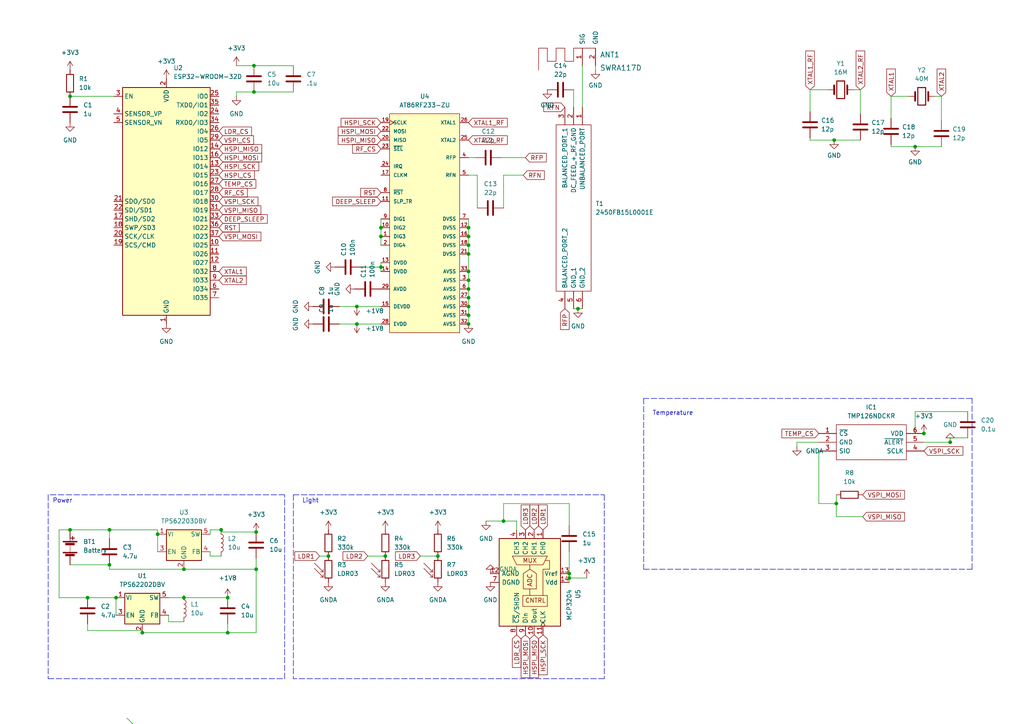
<source format=kicad_sch>
(kicad_sch (version 20211123) (generator eeschema)

  (uuid 5f6cc208-a29c-45fc-98ef-85371f97571e)

  (paper "A4")

  (lib_symbols
    (symbol "Analog_ADC:MCP3204" (pin_names (offset 0.762)) (in_bom yes) (on_board yes)
      (property "Reference" "U" (id 0) (at -5.08 10.795 0)
        (effects (font (size 1.27 1.27)) (justify right))
      )
      (property "Value" "MCP3204" (id 1) (at -5.08 8.89 0)
        (effects (font (size 1.27 1.27)) (justify right))
      )
      (property "Footprint" "" (id 2) (at 22.86 -7.62 0)
        (effects (font (size 1.27 1.27)) hide)
      )
      (property "Datasheet" "http://ww1.microchip.com/downloads/en/DeviceDoc/21298c.pdf" (id 3) (at 22.86 -7.62 0)
        (effects (font (size 1.27 1.27)) hide)
      )
      (property "ki_keywords" "12bit ADC Reference Single Supply SPI 4ch" (id 4) (at 0 0 0)
        (effects (font (size 1.27 1.27)) hide)
      )
      (property "ki_description" "A/D Converter, 12-Bit, 4-Channel, SPI Interface, 2.7V-5.5V" (id 5) (at 0 0 0)
        (effects (font (size 1.27 1.27)) hide)
      )
      (property "ki_fp_filters" "SOIC*3.9x8.7mm*P1.27mm* DIP*W7.62mm* TSSOP*4.4x5mm*P0.65mm*" (id 6) (at 0 0 0)
        (effects (font (size 1.27 1.27)) hide)
      )
      (symbol "MCP3204_0_0"
        (text "ADC" (at -0.635 -1.27 0)
          (effects (font (size 1.27 1.27)))
        )
        (text "CNTRL" (at 5.969 -2.667 900)
          (effects (font (size 1.27 1.27)) (justify left bottom))
        )
        (text "MUX" (at -6.35 -1.27 900)
          (effects (font (size 1.27 1.27)))
        )
      )
      (symbol "MCP3204_0_1"
        (polyline
          (pts
            (xy -5.08 -1.27)
            (xy -3.81 -1.27)
          )
          (stroke (width 0) (type default) (color 0 0 0 0))
          (fill (type none))
        )
        (polyline
          (pts
            (xy 1.905 -1.27)
            (xy 3.81 -1.27)
          )
          (stroke (width 0) (type default) (color 0 0 0 0))
          (fill (type none))
        )
        (polyline
          (pts
            (xy -7.62 3.81)
            (xy -7.62 -6.35)
            (xy -5.08 -5.08)
            (xy -5.08 2.54)
            (xy -7.62 3.81)
          )
          (stroke (width 0) (type default) (color 0 0 0 0))
          (fill (type none))
        )
        (polyline
          (pts
            (xy 3.81 2.54)
            (xy -3.81 2.54)
            (xy -3.81 4.445)
            (xy -6.35 4.445)
            (xy -6.35 3.175)
          )
          (stroke (width 0) (type default) (color 0 0 0 0))
          (fill (type none))
        )
        (polyline
          (pts
            (xy -3.81 -1.27)
            (xy -2.54 0.635)
            (xy 1.905 0.635)
            (xy 1.905 -3.175)
            (xy -2.54 -3.175)
            (xy -3.81 -1.27)
          )
          (stroke (width 0) (type default) (color 0 0 0 0))
          (fill (type none))
        )
        (rectangle (start 3.81 -3.302) (end 6.985 3.81)
          (stroke (width 0) (type default) (color 0 0 0 0))
          (fill (type none))
        )
        (rectangle (start 12.7 7.62) (end -12.7 -10.16)
          (stroke (width 0.254) (type default) (color 0 0 0 0))
          (fill (type background))
        )
      )
      (symbol "MCP3204_1_1"
        (pin input line (at -15.24 2.54 0) (length 2.54)
          (name "CH0" (effects (font (size 1.27 1.27))))
          (number "1" (effects (font (size 1.27 1.27))))
        )
        (pin output line (at 15.24 0 180) (length 2.54)
          (name "Dout" (effects (font (size 1.27 1.27))))
          (number "10" (effects (font (size 1.27 1.27))))
        )
        (pin input clock (at 15.24 2.54 180) (length 2.54)
          (name "CLK" (effects (font (size 1.27 1.27))))
          (number "11" (effects (font (size 1.27 1.27))))
        )
        (pin power_in line (at -2.54 -12.7 90) (length 2.54)
          (name "AGND" (effects (font (size 1.27 1.27))))
          (number "12" (effects (font (size 1.27 1.27))))
        )
        (pin power_in line (at -2.54 10.16 270) (length 2.54)
          (name "Vref" (effects (font (size 1.27 1.27))))
          (number "13" (effects (font (size 1.27 1.27))))
        )
        (pin power_in line (at 0 10.16 270) (length 2.54)
          (name "Vdd" (effects (font (size 1.27 1.27))))
          (number "14" (effects (font (size 1.27 1.27))))
        )
        (pin input line (at -15.24 0 0) (length 2.54)
          (name "CH1" (effects (font (size 1.27 1.27))))
          (number "2" (effects (font (size 1.27 1.27))))
        )
        (pin input line (at -15.24 -2.54 0) (length 2.54)
          (name "CH2" (effects (font (size 1.27 1.27))))
          (number "3" (effects (font (size 1.27 1.27))))
        )
        (pin input line (at -15.24 -5.08 0) (length 2.54)
          (name "CH3" (effects (font (size 1.27 1.27))))
          (number "4" (effects (font (size 1.27 1.27))))
        )
        (pin no_connect line (at -10.16 -12.7 90) (length 2.54) hide
          (name "NC" (effects (font (size 1.27 1.27))))
          (number "5" (effects (font (size 1.27 1.27))))
        )
        (pin no_connect line (at -7.62 -12.7 90) (length 2.54) hide
          (name "NC" (effects (font (size 1.27 1.27))))
          (number "6" (effects (font (size 1.27 1.27))))
        )
        (pin power_in line (at 0 -12.7 90) (length 2.54)
          (name "DGND" (effects (font (size 1.27 1.27))))
          (number "7" (effects (font (size 1.27 1.27))))
        )
        (pin input line (at 15.24 -5.08 180) (length 2.54)
          (name "~{CS}/SHDN" (effects (font (size 1.27 1.27))))
          (number "8" (effects (font (size 1.27 1.27))))
        )
        (pin input line (at 15.24 -2.54 180) (length 2.54)
          (name "Din" (effects (font (size 1.27 1.27))))
          (number "9" (effects (font (size 1.27 1.27))))
        )
      )
    )
    (symbol "Device:Battery" (pin_numbers hide) (pin_names (offset 0) hide) (in_bom yes) (on_board yes)
      (property "Reference" "BT" (id 0) (at 2.54 2.54 0)
        (effects (font (size 1.27 1.27)) (justify left))
      )
      (property "Value" "Battery" (id 1) (at 2.54 0 0)
        (effects (font (size 1.27 1.27)) (justify left))
      )
      (property "Footprint" "" (id 2) (at 0 1.524 90)
        (effects (font (size 1.27 1.27)) hide)
      )
      (property "Datasheet" "~" (id 3) (at 0 1.524 90)
        (effects (font (size 1.27 1.27)) hide)
      )
      (property "ki_keywords" "batt voltage-source cell" (id 4) (at 0 0 0)
        (effects (font (size 1.27 1.27)) hide)
      )
      (property "ki_description" "Multiple-cell battery" (id 5) (at 0 0 0)
        (effects (font (size 1.27 1.27)) hide)
      )
      (symbol "Battery_0_1"
        (rectangle (start -2.032 -1.397) (end 2.032 -1.651)
          (stroke (width 0) (type default) (color 0 0 0 0))
          (fill (type outline))
        )
        (rectangle (start -2.032 1.778) (end 2.032 1.524)
          (stroke (width 0) (type default) (color 0 0 0 0))
          (fill (type outline))
        )
        (rectangle (start -1.3208 -1.9812) (end 1.27 -2.4892)
          (stroke (width 0) (type default) (color 0 0 0 0))
          (fill (type outline))
        )
        (rectangle (start -1.3208 1.1938) (end 1.27 0.6858)
          (stroke (width 0) (type default) (color 0 0 0 0))
          (fill (type outline))
        )
        (polyline
          (pts
            (xy 0 -1.524)
            (xy 0 -1.27)
          )
          (stroke (width 0) (type default) (color 0 0 0 0))
          (fill (type none))
        )
        (polyline
          (pts
            (xy 0 -1.016)
            (xy 0 -0.762)
          )
          (stroke (width 0) (type default) (color 0 0 0 0))
          (fill (type none))
        )
        (polyline
          (pts
            (xy 0 -0.508)
            (xy 0 -0.254)
          )
          (stroke (width 0) (type default) (color 0 0 0 0))
          (fill (type none))
        )
        (polyline
          (pts
            (xy 0 0)
            (xy 0 0.254)
          )
          (stroke (width 0) (type default) (color 0 0 0 0))
          (fill (type none))
        )
        (polyline
          (pts
            (xy 0 0.508)
            (xy 0 0.762)
          )
          (stroke (width 0) (type default) (color 0 0 0 0))
          (fill (type none))
        )
        (polyline
          (pts
            (xy 0 1.778)
            (xy 0 2.54)
          )
          (stroke (width 0) (type default) (color 0 0 0 0))
          (fill (type none))
        )
        (polyline
          (pts
            (xy 0.254 2.667)
            (xy 1.27 2.667)
          )
          (stroke (width 0.254) (type default) (color 0 0 0 0))
          (fill (type none))
        )
        (polyline
          (pts
            (xy 0.762 3.175)
            (xy 0.762 2.159)
          )
          (stroke (width 0.254) (type default) (color 0 0 0 0))
          (fill (type none))
        )
      )
      (symbol "Battery_1_1"
        (pin passive line (at 0 5.08 270) (length 2.54)
          (name "+" (effects (font (size 1.27 1.27))))
          (number "1" (effects (font (size 1.27 1.27))))
        )
        (pin passive line (at 0 -5.08 90) (length 2.54)
          (name "-" (effects (font (size 1.27 1.27))))
          (number "2" (effects (font (size 1.27 1.27))))
        )
      )
    )
    (symbol "Device:C" (pin_numbers hide) (pin_names (offset 0.254)) (in_bom yes) (on_board yes)
      (property "Reference" "C" (id 0) (at 0.635 2.54 0)
        (effects (font (size 1.27 1.27)) (justify left))
      )
      (property "Value" "C" (id 1) (at 0.635 -2.54 0)
        (effects (font (size 1.27 1.27)) (justify left))
      )
      (property "Footprint" "" (id 2) (at 0.9652 -3.81 0)
        (effects (font (size 1.27 1.27)) hide)
      )
      (property "Datasheet" "~" (id 3) (at 0 0 0)
        (effects (font (size 1.27 1.27)) hide)
      )
      (property "ki_keywords" "cap capacitor" (id 4) (at 0 0 0)
        (effects (font (size 1.27 1.27)) hide)
      )
      (property "ki_description" "Unpolarized capacitor" (id 5) (at 0 0 0)
        (effects (font (size 1.27 1.27)) hide)
      )
      (property "ki_fp_filters" "C_*" (id 6) (at 0 0 0)
        (effects (font (size 1.27 1.27)) hide)
      )
      (symbol "C_0_1"
        (polyline
          (pts
            (xy -2.032 -0.762)
            (xy 2.032 -0.762)
          )
          (stroke (width 0.508) (type default) (color 0 0 0 0))
          (fill (type none))
        )
        (polyline
          (pts
            (xy -2.032 0.762)
            (xy 2.032 0.762)
          )
          (stroke (width 0.508) (type default) (color 0 0 0 0))
          (fill (type none))
        )
      )
      (symbol "C_1_1"
        (pin passive line (at 0 3.81 270) (length 2.794)
          (name "~" (effects (font (size 1.27 1.27))))
          (number "1" (effects (font (size 1.27 1.27))))
        )
        (pin passive line (at 0 -3.81 90) (length 2.794)
          (name "~" (effects (font (size 1.27 1.27))))
          (number "2" (effects (font (size 1.27 1.27))))
        )
      )
    )
    (symbol "Device:Crystal" (pin_numbers hide) (pin_names (offset 1.016) hide) (in_bom yes) (on_board yes)
      (property "Reference" "Y" (id 0) (at 0 3.81 0)
        (effects (font (size 1.27 1.27)))
      )
      (property "Value" "Crystal" (id 1) (at 0 -3.81 0)
        (effects (font (size 1.27 1.27)))
      )
      (property "Footprint" "" (id 2) (at 0 0 0)
        (effects (font (size 1.27 1.27)) hide)
      )
      (property "Datasheet" "~" (id 3) (at 0 0 0)
        (effects (font (size 1.27 1.27)) hide)
      )
      (property "ki_keywords" "quartz ceramic resonator oscillator" (id 4) (at 0 0 0)
        (effects (font (size 1.27 1.27)) hide)
      )
      (property "ki_description" "Two pin crystal" (id 5) (at 0 0 0)
        (effects (font (size 1.27 1.27)) hide)
      )
      (property "ki_fp_filters" "Crystal*" (id 6) (at 0 0 0)
        (effects (font (size 1.27 1.27)) hide)
      )
      (symbol "Crystal_0_1"
        (rectangle (start -1.143 2.54) (end 1.143 -2.54)
          (stroke (width 0.3048) (type default) (color 0 0 0 0))
          (fill (type none))
        )
        (polyline
          (pts
            (xy -2.54 0)
            (xy -1.905 0)
          )
          (stroke (width 0) (type default) (color 0 0 0 0))
          (fill (type none))
        )
        (polyline
          (pts
            (xy -1.905 -1.27)
            (xy -1.905 1.27)
          )
          (stroke (width 0.508) (type default) (color 0 0 0 0))
          (fill (type none))
        )
        (polyline
          (pts
            (xy 1.905 -1.27)
            (xy 1.905 1.27)
          )
          (stroke (width 0.508) (type default) (color 0 0 0 0))
          (fill (type none))
        )
        (polyline
          (pts
            (xy 2.54 0)
            (xy 1.905 0)
          )
          (stroke (width 0) (type default) (color 0 0 0 0))
          (fill (type none))
        )
      )
      (symbol "Crystal_1_1"
        (pin passive line (at -3.81 0 0) (length 1.27)
          (name "1" (effects (font (size 1.27 1.27))))
          (number "1" (effects (font (size 1.27 1.27))))
        )
        (pin passive line (at 3.81 0 180) (length 1.27)
          (name "2" (effects (font (size 1.27 1.27))))
          (number "2" (effects (font (size 1.27 1.27))))
        )
      )
    )
    (symbol "Device:L" (pin_numbers hide) (pin_names (offset 1.016) hide) (in_bom yes) (on_board yes)
      (property "Reference" "L" (id 0) (at -1.27 0 90)
        (effects (font (size 1.27 1.27)))
      )
      (property "Value" "L" (id 1) (at 1.905 0 90)
        (effects (font (size 1.27 1.27)))
      )
      (property "Footprint" "" (id 2) (at 0 0 0)
        (effects (font (size 1.27 1.27)) hide)
      )
      (property "Datasheet" "~" (id 3) (at 0 0 0)
        (effects (font (size 1.27 1.27)) hide)
      )
      (property "ki_keywords" "inductor choke coil reactor magnetic" (id 4) (at 0 0 0)
        (effects (font (size 1.27 1.27)) hide)
      )
      (property "ki_description" "Inductor" (id 5) (at 0 0 0)
        (effects (font (size 1.27 1.27)) hide)
      )
      (property "ki_fp_filters" "Choke_* *Coil* Inductor_* L_*" (id 6) (at 0 0 0)
        (effects (font (size 1.27 1.27)) hide)
      )
      (symbol "L_0_1"
        (arc (start 0 -2.54) (mid 0.635 -1.905) (end 0 -1.27)
          (stroke (width 0) (type default) (color 0 0 0 0))
          (fill (type none))
        )
        (arc (start 0 -1.27) (mid 0.635 -0.635) (end 0 0)
          (stroke (width 0) (type default) (color 0 0 0 0))
          (fill (type none))
        )
        (arc (start 0 0) (mid 0.635 0.635) (end 0 1.27)
          (stroke (width 0) (type default) (color 0 0 0 0))
          (fill (type none))
        )
        (arc (start 0 1.27) (mid 0.635 1.905) (end 0 2.54)
          (stroke (width 0) (type default) (color 0 0 0 0))
          (fill (type none))
        )
      )
      (symbol "L_1_1"
        (pin passive line (at 0 3.81 270) (length 1.27)
          (name "1" (effects (font (size 1.27 1.27))))
          (number "1" (effects (font (size 1.27 1.27))))
        )
        (pin passive line (at 0 -3.81 90) (length 1.27)
          (name "2" (effects (font (size 1.27 1.27))))
          (number "2" (effects (font (size 1.27 1.27))))
        )
      )
    )
    (symbol "Device:R" (pin_numbers hide) (pin_names (offset 0)) (in_bom yes) (on_board yes)
      (property "Reference" "R" (id 0) (at 2.032 0 90)
        (effects (font (size 1.27 1.27)))
      )
      (property "Value" "R" (id 1) (at 0 0 90)
        (effects (font (size 1.27 1.27)))
      )
      (property "Footprint" "" (id 2) (at -1.778 0 90)
        (effects (font (size 1.27 1.27)) hide)
      )
      (property "Datasheet" "~" (id 3) (at 0 0 0)
        (effects (font (size 1.27 1.27)) hide)
      )
      (property "ki_keywords" "R res resistor" (id 4) (at 0 0 0)
        (effects (font (size 1.27 1.27)) hide)
      )
      (property "ki_description" "Resistor" (id 5) (at 0 0 0)
        (effects (font (size 1.27 1.27)) hide)
      )
      (property "ki_fp_filters" "R_*" (id 6) (at 0 0 0)
        (effects (font (size 1.27 1.27)) hide)
      )
      (symbol "R_0_1"
        (rectangle (start -1.016 -2.54) (end 1.016 2.54)
          (stroke (width 0.254) (type default) (color 0 0 0 0))
          (fill (type none))
        )
      )
      (symbol "R_1_1"
        (pin passive line (at 0 3.81 270) (length 1.27)
          (name "~" (effects (font (size 1.27 1.27))))
          (number "1" (effects (font (size 1.27 1.27))))
        )
        (pin passive line (at 0 -3.81 90) (length 1.27)
          (name "~" (effects (font (size 1.27 1.27))))
          (number "2" (effects (font (size 1.27 1.27))))
        )
      )
    )
    (symbol "MyAntennas:SWRA117D" (pin_names (offset 1.016)) (in_bom yes) (on_board yes)
      (property "Reference" "ANT" (id 0) (at 7.62 8.89 0)
        (effects (font (size 1.524 1.524)))
      )
      (property "Value" "SWRA117D" (id 1) (at 6.35 0 0)
        (effects (font (size 1.524 1.524)))
      )
      (property "Footprint" "" (id 2) (at 5.08 0 0)
        (effects (font (size 1.524 1.524)) hide)
      )
      (property "Datasheet" "" (id 3) (at 5.08 0 0)
        (effects (font (size 1.524 1.524)) hide)
      )
      (property "ki_fp_filters" "SWRA117D" (id 4) (at 0 0 0)
        (effects (font (size 1.27 1.27)) hide)
      )
      (symbol "SWRA117D_0_1"
        (polyline
          (pts
            (xy 16.51 6.35)
            (xy 12.7 6.35)
            (xy 10.16 6.35)
            (xy 10.16 2.54)
            (xy 7.62 2.54)
            (xy 7.62 6.35)
            (xy 5.08 6.35)
            (xy 5.08 2.54)
            (xy 2.54 2.54)
            (xy 2.54 6.35)
            (xy 0 6.35)
            (xy 0 0)
          )
          (stroke (width 0) (type default) (color 0 0 0 0))
          (fill (type none))
        )
      )
      (symbol "SWRA117D_1_1"
        (pin power_in line (at 12.7 1.27 90) (length 5.08)
          (name "SIG" (effects (font (size 1.27 1.27))))
          (number "1" (effects (font (size 1.27 1.27))))
        )
        (pin power_in line (at 16.51 1.27 90) (length 5.08)
          (name "GND" (effects (font (size 1.27 1.27))))
          (number "2" (effects (font (size 1.27 1.27))))
        )
      )
    )
    (symbol "RF_Module:ESP32-WROOM-32D" (in_bom yes) (on_board yes)
      (property "Reference" "U" (id 0) (at -12.7 34.29 0)
        (effects (font (size 1.27 1.27)) (justify left))
      )
      (property "Value" "ESP32-WROOM-32D" (id 1) (at 1.27 34.29 0)
        (effects (font (size 1.27 1.27)) (justify left))
      )
      (property "Footprint" "RF_Module:ESP32-WROOM-32" (id 2) (at 0 -38.1 0)
        (effects (font (size 1.27 1.27)) hide)
      )
      (property "Datasheet" "https://www.espressif.com/sites/default/files/documentation/esp32-wroom-32d_esp32-wroom-32u_datasheet_en.pdf" (id 3) (at -7.62 1.27 0)
        (effects (font (size 1.27 1.27)) hide)
      )
      (property "ki_keywords" "RF Radio BT ESP ESP32 Espressif onboard PCB antenna" (id 4) (at 0 0 0)
        (effects (font (size 1.27 1.27)) hide)
      )
      (property "ki_description" "RF Module, ESP32-D0WD SoC, Wi-Fi 802.11b/g/n, Bluetooth, BLE, 32-bit, 2.7-3.6V, onboard antenna, SMD" (id 5) (at 0 0 0)
        (effects (font (size 1.27 1.27)) hide)
      )
      (property "ki_fp_filters" "ESP32?WROOM?32*" (id 6) (at 0 0 0)
        (effects (font (size 1.27 1.27)) hide)
      )
      (symbol "ESP32-WROOM-32D_0_1"
        (rectangle (start -12.7 33.02) (end 12.7 -33.02)
          (stroke (width 0.254) (type default) (color 0 0 0 0))
          (fill (type background))
        )
      )
      (symbol "ESP32-WROOM-32D_1_1"
        (pin power_in line (at 0 -35.56 90) (length 2.54)
          (name "GND" (effects (font (size 1.27 1.27))))
          (number "1" (effects (font (size 1.27 1.27))))
        )
        (pin bidirectional line (at 15.24 -12.7 180) (length 2.54)
          (name "IO25" (effects (font (size 1.27 1.27))))
          (number "10" (effects (font (size 1.27 1.27))))
        )
        (pin bidirectional line (at 15.24 -15.24 180) (length 2.54)
          (name "IO26" (effects (font (size 1.27 1.27))))
          (number "11" (effects (font (size 1.27 1.27))))
        )
        (pin bidirectional line (at 15.24 -17.78 180) (length 2.54)
          (name "IO27" (effects (font (size 1.27 1.27))))
          (number "12" (effects (font (size 1.27 1.27))))
        )
        (pin bidirectional line (at 15.24 10.16 180) (length 2.54)
          (name "IO14" (effects (font (size 1.27 1.27))))
          (number "13" (effects (font (size 1.27 1.27))))
        )
        (pin bidirectional line (at 15.24 15.24 180) (length 2.54)
          (name "IO12" (effects (font (size 1.27 1.27))))
          (number "14" (effects (font (size 1.27 1.27))))
        )
        (pin passive line (at 0 -35.56 90) (length 2.54) hide
          (name "GND" (effects (font (size 1.27 1.27))))
          (number "15" (effects (font (size 1.27 1.27))))
        )
        (pin bidirectional line (at 15.24 12.7 180) (length 2.54)
          (name "IO13" (effects (font (size 1.27 1.27))))
          (number "16" (effects (font (size 1.27 1.27))))
        )
        (pin bidirectional line (at -15.24 -5.08 0) (length 2.54)
          (name "SHD/SD2" (effects (font (size 1.27 1.27))))
          (number "17" (effects (font (size 1.27 1.27))))
        )
        (pin bidirectional line (at -15.24 -7.62 0) (length 2.54)
          (name "SWP/SD3" (effects (font (size 1.27 1.27))))
          (number "18" (effects (font (size 1.27 1.27))))
        )
        (pin bidirectional line (at -15.24 -12.7 0) (length 2.54)
          (name "SCS/CMD" (effects (font (size 1.27 1.27))))
          (number "19" (effects (font (size 1.27 1.27))))
        )
        (pin power_in line (at 0 35.56 270) (length 2.54)
          (name "VDD" (effects (font (size 1.27 1.27))))
          (number "2" (effects (font (size 1.27 1.27))))
        )
        (pin bidirectional line (at -15.24 -10.16 0) (length 2.54)
          (name "SCK/CLK" (effects (font (size 1.27 1.27))))
          (number "20" (effects (font (size 1.27 1.27))))
        )
        (pin bidirectional line (at -15.24 0 0) (length 2.54)
          (name "SDO/SD0" (effects (font (size 1.27 1.27))))
          (number "21" (effects (font (size 1.27 1.27))))
        )
        (pin bidirectional line (at -15.24 -2.54 0) (length 2.54)
          (name "SDI/SD1" (effects (font (size 1.27 1.27))))
          (number "22" (effects (font (size 1.27 1.27))))
        )
        (pin bidirectional line (at 15.24 7.62 180) (length 2.54)
          (name "IO15" (effects (font (size 1.27 1.27))))
          (number "23" (effects (font (size 1.27 1.27))))
        )
        (pin bidirectional line (at 15.24 25.4 180) (length 2.54)
          (name "IO2" (effects (font (size 1.27 1.27))))
          (number "24" (effects (font (size 1.27 1.27))))
        )
        (pin bidirectional line (at 15.24 30.48 180) (length 2.54)
          (name "IO0" (effects (font (size 1.27 1.27))))
          (number "25" (effects (font (size 1.27 1.27))))
        )
        (pin bidirectional line (at 15.24 20.32 180) (length 2.54)
          (name "IO4" (effects (font (size 1.27 1.27))))
          (number "26" (effects (font (size 1.27 1.27))))
        )
        (pin bidirectional line (at 15.24 5.08 180) (length 2.54)
          (name "IO16" (effects (font (size 1.27 1.27))))
          (number "27" (effects (font (size 1.27 1.27))))
        )
        (pin bidirectional line (at 15.24 2.54 180) (length 2.54)
          (name "IO17" (effects (font (size 1.27 1.27))))
          (number "28" (effects (font (size 1.27 1.27))))
        )
        (pin bidirectional line (at 15.24 17.78 180) (length 2.54)
          (name "IO5" (effects (font (size 1.27 1.27))))
          (number "29" (effects (font (size 1.27 1.27))))
        )
        (pin input line (at -15.24 30.48 0) (length 2.54)
          (name "EN" (effects (font (size 1.27 1.27))))
          (number "3" (effects (font (size 1.27 1.27))))
        )
        (pin bidirectional line (at 15.24 0 180) (length 2.54)
          (name "IO18" (effects (font (size 1.27 1.27))))
          (number "30" (effects (font (size 1.27 1.27))))
        )
        (pin bidirectional line (at 15.24 -2.54 180) (length 2.54)
          (name "IO19" (effects (font (size 1.27 1.27))))
          (number "31" (effects (font (size 1.27 1.27))))
        )
        (pin no_connect line (at -12.7 -27.94 0) (length 2.54) hide
          (name "NC" (effects (font (size 1.27 1.27))))
          (number "32" (effects (font (size 1.27 1.27))))
        )
        (pin bidirectional line (at 15.24 -5.08 180) (length 2.54)
          (name "IO21" (effects (font (size 1.27 1.27))))
          (number "33" (effects (font (size 1.27 1.27))))
        )
        (pin bidirectional line (at 15.24 22.86 180) (length 2.54)
          (name "RXD0/IO3" (effects (font (size 1.27 1.27))))
          (number "34" (effects (font (size 1.27 1.27))))
        )
        (pin bidirectional line (at 15.24 27.94 180) (length 2.54)
          (name "TXD0/IO1" (effects (font (size 1.27 1.27))))
          (number "35" (effects (font (size 1.27 1.27))))
        )
        (pin bidirectional line (at 15.24 -7.62 180) (length 2.54)
          (name "IO22" (effects (font (size 1.27 1.27))))
          (number "36" (effects (font (size 1.27 1.27))))
        )
        (pin bidirectional line (at 15.24 -10.16 180) (length 2.54)
          (name "IO23" (effects (font (size 1.27 1.27))))
          (number "37" (effects (font (size 1.27 1.27))))
        )
        (pin passive line (at 0 -35.56 90) (length 2.54) hide
          (name "GND" (effects (font (size 1.27 1.27))))
          (number "38" (effects (font (size 1.27 1.27))))
        )
        (pin passive line (at 0 -35.56 90) (length 2.54) hide
          (name "GND" (effects (font (size 1.27 1.27))))
          (number "39" (effects (font (size 1.27 1.27))))
        )
        (pin input line (at -15.24 25.4 0) (length 2.54)
          (name "SENSOR_VP" (effects (font (size 1.27 1.27))))
          (number "4" (effects (font (size 1.27 1.27))))
        )
        (pin input line (at -15.24 22.86 0) (length 2.54)
          (name "SENSOR_VN" (effects (font (size 1.27 1.27))))
          (number "5" (effects (font (size 1.27 1.27))))
        )
        (pin input line (at 15.24 -25.4 180) (length 2.54)
          (name "IO34" (effects (font (size 1.27 1.27))))
          (number "6" (effects (font (size 1.27 1.27))))
        )
        (pin input line (at 15.24 -27.94 180) (length 2.54)
          (name "IO35" (effects (font (size 1.27 1.27))))
          (number "7" (effects (font (size 1.27 1.27))))
        )
        (pin bidirectional line (at 15.24 -20.32 180) (length 2.54)
          (name "IO32" (effects (font (size 1.27 1.27))))
          (number "8" (effects (font (size 1.27 1.27))))
        )
        (pin bidirectional line (at 15.24 -22.86 180) (length 2.54)
          (name "IO33" (effects (font (size 1.27 1.27))))
          (number "9" (effects (font (size 1.27 1.27))))
        )
      )
    )
    (symbol "Regulator_Switching:TPS62202DBV" (pin_names (offset 0.254)) (in_bom yes) (on_board yes)
      (property "Reference" "U" (id 0) (at -5.08 7.62 0)
        (effects (font (size 1.27 1.27)) (justify left))
      )
      (property "Value" "TPS62202DBV" (id 1) (at 0 7.62 0)
        (effects (font (size 1.27 1.27)) (justify left))
      )
      (property "Footprint" "Package_TO_SOT_SMD:SOT-23-5" (id 2) (at 1.27 -3.81 0)
        (effects (font (size 1.27 1.27) italic) (justify left) hide)
      )
      (property "Datasheet" "http://www.ti.com/lit/ds/symlink/tps62201.pdf" (id 3) (at 0 2.54 0)
        (effects (font (size 1.27 1.27)) hide)
      )
      (property "ki_keywords" "Step-Down DC-DC Converter" (id 4) (at 0 0 0)
        (effects (font (size 1.27 1.27)) hide)
      )
      (property "ki_description" "300mA High-Efficiency Step-Down DC-DC Converter, fixed 1.8V output voltage, 2.5-6V input voltage, SOT-23-5" (id 5) (at 0 0 0)
        (effects (font (size 1.27 1.27)) hide)
      )
      (property "ki_fp_filters" "SOT?23*" (id 6) (at 0 0 0)
        (effects (font (size 1.27 1.27)) hide)
      )
      (symbol "TPS62202DBV_0_1"
        (rectangle (start -5.08 6.35) (end 5.08 -2.54)
          (stroke (width 0.254) (type default) (color 0 0 0 0))
          (fill (type background))
        )
      )
      (symbol "TPS62202DBV_1_1"
        (pin power_in line (at -7.62 5.08 0) (length 2.54)
          (name "VI" (effects (font (size 1.27 1.27))))
          (number "1" (effects (font (size 1.27 1.27))))
        )
        (pin power_in line (at 0 -5.08 90) (length 2.54)
          (name "GND" (effects (font (size 1.27 1.27))))
          (number "2" (effects (font (size 1.27 1.27))))
        )
        (pin input line (at -7.62 0 0) (length 2.54)
          (name "EN" (effects (font (size 1.27 1.27))))
          (number "3" (effects (font (size 1.27 1.27))))
        )
        (pin input line (at 7.62 0 180) (length 2.54)
          (name "FB" (effects (font (size 1.27 1.27))))
          (number "4" (effects (font (size 1.27 1.27))))
        )
        (pin output line (at 7.62 5.08 180) (length 2.54)
          (name "SW" (effects (font (size 1.27 1.27))))
          (number "5" (effects (font (size 1.27 1.27))))
        )
      )
    )
    (symbol "Regulator_Switching:TPS62203DBV" (pin_names (offset 0.254)) (in_bom yes) (on_board yes)
      (property "Reference" "U" (id 0) (at -5.08 7.62 0)
        (effects (font (size 1.27 1.27)) (justify left))
      )
      (property "Value" "TPS62203DBV" (id 1) (at 0 7.62 0)
        (effects (font (size 1.27 1.27)) (justify left))
      )
      (property "Footprint" "Package_TO_SOT_SMD:SOT-23-5" (id 2) (at 1.27 -3.81 0)
        (effects (font (size 1.27 1.27) italic) (justify left) hide)
      )
      (property "Datasheet" "http://www.ti.com/lit/ds/symlink/tps62201.pdf" (id 3) (at 0 2.54 0)
        (effects (font (size 1.27 1.27)) hide)
      )
      (property "ki_keywords" "Step-Down DC-DC Converter" (id 4) (at 0 0 0)
        (effects (font (size 1.27 1.27)) hide)
      )
      (property "ki_description" "300mA High-Efficiency Step-Down DC-DC Converter, fixed 3.3V output voltage, 2.5-6V input voltage, SOT-23-5" (id 5) (at 0 0 0)
        (effects (font (size 1.27 1.27)) hide)
      )
      (property "ki_fp_filters" "SOT?23*" (id 6) (at 0 0 0)
        (effects (font (size 1.27 1.27)) hide)
      )
      (symbol "TPS62203DBV_0_1"
        (rectangle (start -5.08 6.35) (end 5.08 -2.54)
          (stroke (width 0.254) (type default) (color 0 0 0 0))
          (fill (type background))
        )
      )
      (symbol "TPS62203DBV_1_1"
        (pin power_in line (at -7.62 5.08 0) (length 2.54)
          (name "VI" (effects (font (size 1.27 1.27))))
          (number "1" (effects (font (size 1.27 1.27))))
        )
        (pin power_in line (at 0 -5.08 90) (length 2.54)
          (name "GND" (effects (font (size 1.27 1.27))))
          (number "2" (effects (font (size 1.27 1.27))))
        )
        (pin input line (at -7.62 0 0) (length 2.54)
          (name "EN" (effects (font (size 1.27 1.27))))
          (number "3" (effects (font (size 1.27 1.27))))
        )
        (pin input line (at 7.62 0 180) (length 2.54)
          (name "FB" (effects (font (size 1.27 1.27))))
          (number "4" (effects (font (size 1.27 1.27))))
        )
        (pin output line (at 7.62 5.08 180) (length 2.54)
          (name "SW" (effects (font (size 1.27 1.27))))
          (number "5" (effects (font (size 1.27 1.27))))
        )
      )
    )
    (symbol "SamacSys_Parts:2450FB15L0001E" (pin_names (offset 0.762)) (in_bom yes) (on_board yes)
      (property "Reference" "T" (id 0) (at 54.61 7.62 0)
        (effects (font (size 1.27 1.27)) (justify left))
      )
      (property "Value" "2450FB15L0001E" (id 1) (at 54.61 5.08 0)
        (effects (font (size 1.27 1.27)) (justify left))
      )
      (property "Footprint" "2450FB15L0001E" (id 2) (at 54.61 2.54 0)
        (effects (font (size 1.27 1.27)) (justify left) hide)
      )
      (property "Datasheet" "https://componentsearchengine.com/Datasheets/1/2450FB15L0001E.pdf" (id 3) (at 54.61 0 0)
        (effects (font (size 1.27 1.27)) (justify left) hide)
      )
      (property "Description" "RF Transformer 1:1 6 Terminal SMD" (id 4) (at 54.61 -2.54 0)
        (effects (font (size 1.27 1.27)) (justify left) hide)
      )
      (property "Height" "0.9" (id 5) (at 54.61 -5.08 0)
        (effects (font (size 1.27 1.27)) (justify left) hide)
      )
      (property "Mouser Part Number" "609-2450FB15L0001E" (id 6) (at 54.61 -7.62 0)
        (effects (font (size 1.27 1.27)) (justify left) hide)
      )
      (property "Mouser Price/Stock" "https://www.mouser.co.uk/ProductDetail/Johanson-Technology/2450FB15L0001E?qs=yCnrNFeXz%252BjaPr1vZ1Lytw%3D%3D" (id 7) (at 54.61 -10.16 0)
        (effects (font (size 1.27 1.27)) (justify left) hide)
      )
      (property "Manufacturer_Name" "JOHANSON TECHNOLOGY" (id 8) (at 54.61 -12.7 0)
        (effects (font (size 1.27 1.27)) (justify left) hide)
      )
      (property "Manufacturer_Part_Number" "2450FB15L0001E" (id 9) (at 54.61 -15.24 0)
        (effects (font (size 1.27 1.27)) (justify left) hide)
      )
      (property "ki_description" "RF Transformer 1:1 6 Terminal SMD" (id 10) (at 0 0 0)
        (effects (font (size 1.27 1.27)) hide)
      )
      (symbol "2450FB15L0001E_0_0"
        (pin passive line (at 58.42 -5.08 180) (length 5.08)
          (name "UNBALANCED_PORT" (effects (font (size 1.27 1.27))))
          (number "1" (effects (font (size 1.27 1.27))))
        )
        (pin passive line (at 58.42 -2.54 180) (length 5.08)
          (name "DC_FEED_+_RF_GND" (effects (font (size 1.27 1.27))))
          (number "2" (effects (font (size 1.27 1.27))))
        )
        (pin passive line (at 58.42 0 180) (length 5.08)
          (name "BALANCED_PORT_1" (effects (font (size 1.27 1.27))))
          (number "3" (effects (font (size 1.27 1.27))))
        )
        (pin passive line (at 0 0 0) (length 5.08)
          (name "BALANCED_PORT_2" (effects (font (size 1.27 1.27))))
          (number "4" (effects (font (size 1.27 1.27))))
        )
        (pin passive line (at 0 -2.54 0) (length 5.08)
          (name "GND_1" (effects (font (size 1.27 1.27))))
          (number "5" (effects (font (size 1.27 1.27))))
        )
        (pin passive line (at 0 -5.08 0) (length 5.08)
          (name "GND_2" (effects (font (size 1.27 1.27))))
          (number "6" (effects (font (size 1.27 1.27))))
        )
      )
      (symbol "2450FB15L0001E_0_1"
        (polyline
          (pts
            (xy 5.08 2.54)
            (xy 53.34 2.54)
            (xy 53.34 -7.62)
            (xy 5.08 -7.62)
            (xy 5.08 2.54)
          )
          (stroke (width 0.1524) (type default) (color 0 0 0 0))
          (fill (type none))
        )
      )
    )
    (symbol "SamacSys_Parts:TMP126NDCKR" (pin_names (offset 0.762)) (in_bom yes) (on_board yes)
      (property "Reference" "IC" (id 0) (at 26.67 7.62 0)
        (effects (font (size 1.27 1.27)) (justify left))
      )
      (property "Value" "TMP126NDCKR" (id 1) (at 26.67 5.08 0)
        (effects (font (size 1.27 1.27)) (justify left))
      )
      (property "Footprint" "SOT65P210X110-6N" (id 2) (at 26.67 2.54 0)
        (effects (font (size 1.27 1.27)) (justify left) hide)
      )
      (property "Datasheet" "https://www.ti.com/lit/ds/symlink/tmp126.pdf" (id 3) (at 26.67 0 0)
        (effects (font (size 1.27 1.27)) (justify left) hide)
      )
      (property "Description" "Board Mount Temperature Sensors +/-0.25 C SPI temperature sensor with 175 C operation, CRC and slew-rate alert" (id 4) (at 26.67 -2.54 0)
        (effects (font (size 1.27 1.27)) (justify left) hide)
      )
      (property "Height" "1.1" (id 5) (at 26.67 -5.08 0)
        (effects (font (size 1.27 1.27)) (justify left) hide)
      )
      (property "Mouser Part Number" "595-TMP126NDCKR" (id 6) (at 26.67 -7.62 0)
        (effects (font (size 1.27 1.27)) (justify left) hide)
      )
      (property "Mouser Price/Stock" "https://www.mouser.co.uk/ProductDetail/Texas-Instruments/TMP126NDCKR?qs=4ASt3YYao0WSJ2BCCG0dWw%3D%3D" (id 7) (at 26.67 -10.16 0)
        (effects (font (size 1.27 1.27)) (justify left) hide)
      )
      (property "Manufacturer_Name" "Texas Instruments" (id 8) (at 26.67 -12.7 0)
        (effects (font (size 1.27 1.27)) (justify left) hide)
      )
      (property "Manufacturer_Part_Number" "TMP126NDCKR" (id 9) (at 26.67 -15.24 0)
        (effects (font (size 1.27 1.27)) (justify left) hide)
      )
      (property "ki_description" "Board Mount Temperature Sensors +/-0.25 C SPI temperature sensor with 175 C operation, CRC and slew-rate alert" (id 10) (at 0 0 0)
        (effects (font (size 1.27 1.27)) hide)
      )
      (symbol "TMP126NDCKR_0_0"
        (pin passive line (at 0 0 0) (length 5.08)
          (name "~{CS}" (effects (font (size 1.27 1.27))))
          (number "1" (effects (font (size 1.27 1.27))))
        )
        (pin passive line (at 0 -2.54 0) (length 5.08)
          (name "GND" (effects (font (size 1.27 1.27))))
          (number "2" (effects (font (size 1.27 1.27))))
        )
        (pin passive line (at 0 -5.08 0) (length 5.08)
          (name "SIO" (effects (font (size 1.27 1.27))))
          (number "3" (effects (font (size 1.27 1.27))))
        )
        (pin passive line (at 30.48 -5.08 180) (length 5.08)
          (name "SCLK" (effects (font (size 1.27 1.27))))
          (number "4" (effects (font (size 1.27 1.27))))
        )
        (pin passive line (at 30.48 -2.54 180) (length 5.08)
          (name "~{ALERT}" (effects (font (size 1.27 1.27))))
          (number "5" (effects (font (size 1.27 1.27))))
        )
        (pin passive line (at 30.48 0 180) (length 5.08)
          (name "VDD" (effects (font (size 1.27 1.27))))
          (number "6" (effects (font (size 1.27 1.27))))
        )
      )
      (symbol "TMP126NDCKR_0_1"
        (polyline
          (pts
            (xy 5.08 2.54)
            (xy 25.4 2.54)
            (xy 25.4 -7.62)
            (xy 5.08 -7.62)
            (xy 5.08 2.54)
          )
          (stroke (width 0.1524) (type default) (color 0 0 0 0))
          (fill (type none))
        )
      )
    )
    (symbol "Sensor_Optical:LDR03" (pin_numbers hide) (pin_names (offset 0)) (in_bom yes) (on_board yes)
      (property "Reference" "R" (id 0) (at -5.08 0 90)
        (effects (font (size 1.27 1.27)))
      )
      (property "Value" "LDR03" (id 1) (at 1.905 0 90)
        (effects (font (size 1.27 1.27)) (justify top))
      )
      (property "Footprint" "OptoDevice:R_LDR_10x8.5mm_P7.6mm_Vertical" (id 2) (at 4.445 0 90)
        (effects (font (size 1.27 1.27)) hide)
      )
      (property "Datasheet" "http://www.elektronica-componenten.nl/WebRoot/StoreNL/Shops/61422969/54F1/BA0C/C664/31B9/2173/C0A8/2AB9/2AEF/LDR03IMP.pdf" (id 3) (at 0 -1.27 0)
        (effects (font (size 1.27 1.27)) hide)
      )
      (property "ki_keywords" "light dependent photo resistor LDR" (id 4) (at 0 0 0)
        (effects (font (size 1.27 1.27)) hide)
      )
      (property "ki_description" "light dependent resistor" (id 5) (at 0 0 0)
        (effects (font (size 1.27 1.27)) hide)
      )
      (property "ki_fp_filters" "R*LDR*10x8.5mm*P7.6mm*" (id 6) (at 0 0 0)
        (effects (font (size 1.27 1.27)) hide)
      )
      (symbol "LDR03_0_1"
        (rectangle (start -1.016 2.54) (end 1.016 -2.54)
          (stroke (width 0.254) (type default) (color 0 0 0 0))
          (fill (type none))
        )
        (polyline
          (pts
            (xy -1.524 -2.286)
            (xy -4.064 0.254)
          )
          (stroke (width 0) (type default) (color 0 0 0 0))
          (fill (type none))
        )
        (polyline
          (pts
            (xy -1.524 -2.286)
            (xy -2.286 -2.286)
          )
          (stroke (width 0) (type default) (color 0 0 0 0))
          (fill (type none))
        )
        (polyline
          (pts
            (xy -1.524 -2.286)
            (xy -1.524 -1.524)
          )
          (stroke (width 0) (type default) (color 0 0 0 0))
          (fill (type none))
        )
        (polyline
          (pts
            (xy -1.524 -0.762)
            (xy -4.064 1.778)
          )
          (stroke (width 0) (type default) (color 0 0 0 0))
          (fill (type none))
        )
        (polyline
          (pts
            (xy -1.524 -0.762)
            (xy -2.286 -0.762)
          )
          (stroke (width 0) (type default) (color 0 0 0 0))
          (fill (type none))
        )
        (polyline
          (pts
            (xy -1.524 -0.762)
            (xy -1.524 0)
          )
          (stroke (width 0) (type default) (color 0 0 0 0))
          (fill (type none))
        )
      )
      (symbol "LDR03_1_1"
        (pin passive line (at 0 3.81 270) (length 1.27)
          (name "~" (effects (font (size 1.27 1.27))))
          (number "1" (effects (font (size 1.27 1.27))))
        )
        (pin passive line (at 0 -3.81 90) (length 1.27)
          (name "~" (effects (font (size 1.27 1.27))))
          (number "2" (effects (font (size 1.27 1.27))))
        )
      )
    )
    (symbol "eec:AT86RF233-ZU" (pin_names (offset 1.016)) (in_bom yes) (on_board yes)
      (property "Reference" "U" (id 0) (at 0 5.08 0)
        (effects (font (size 1.27 1.27)) (justify left))
      )
      (property "Value" "AT86RF233-ZU" (id 1) (at 0 7.62 0)
        (effects (font (size 1.27 1.27)) (justify left))
      )
      (property "Footprint" "Atmel-AT86RF233-ZU-*" (id 2) (at 0 10.16 0)
        (effects (font (size 1.27 1.27)) (justify left) hide)
      )
      (property "Datasheet" "http://www.atmel.com/Images/Atmel-8351-MCU_Wireless-AT86RF233_Datasheet.pdf" (id 3) (at 0 12.7 0)
        (effects (font (size 1.27 1.27)) (justify left) hide)
      )
      (property "Component Link 1 Description" "Manufacturer URL" (id 4) (at 0 15.24 0)
        (effects (font (size 1.27 1.27)) (justify left) hide)
      )
      (property "Component Link 1 URL" "www.atmel.com/" (id 5) (at 0 17.78 0)
        (effects (font (size 1.27 1.27)) (justify left) hide)
      )
      (property "Component Link 3 Description" "Package Specification" (id 6) (at 0 20.32 0)
        (effects (font (size 1.27 1.27)) (justify left) hide)
      )
      (property "Component Link 3 URL" "http://www.atmel.com/Images/Atmel-8351-MCU_Wireless-AT86RF233_Datasheet.pdf" (id 7) (at 0 22.86 0)
        (effects (font (size 1.27 1.27)) (justify left) hide)
      )
      (property "Data Rate" "2 Mb/s Max." (id 8) (at 0 25.4 0)
        (effects (font (size 1.27 1.27)) (justify left) hide)
      )
      (property "Datasheet Version" "Rev. 8315E" (id 9) (at 0 27.94 0)
        (effects (font (size 1.27 1.27)) (justify left) hide)
      )
      (property "Frequency Band" "2445 MHz Typ." (id 10) (at 0 30.48 0)
        (effects (font (size 1.27 1.27)) (justify left) hide)
      )
      (property "Mounting Technology" "Surface Mount" (id 11) (at 0 33.02 0)
        (effects (font (size 1.27 1.27)) (justify left) hide)
      )
      (property "Package Description" "32-Pin Quad Flat Non-Leaded Package, Body 5 x 5 mm, Pitch 0.5 mm" (id 12) (at 0 35.56 0)
        (effects (font (size 1.27 1.27)) (justify left) hide)
      )
      (property "Package Version" "Rev. A" (id 13) (at 0 38.1 0)
        (effects (font (size 1.27 1.27)) (justify left) hide)
      )
      (property "Packing" "Tray" (id 14) (at 0 40.64 0)
        (effects (font (size 1.27 1.27)) (justify left) hide)
      )
      (property "Power Output" "4 dBm Typ." (id 15) (at 0 43.18 0)
        (effects (font (size 1.27 1.27)) (justify left) hide)
      )
      (property "Temperature Range" "-40 to 85 degC" (id 16) (at 0 45.72 0)
        (effects (font (size 1.27 1.27)) (justify left) hide)
      )
      (property "Voltage Range" "1.8 to 3.6 V" (id 17) (at 0 48.26 0)
        (effects (font (size 1.27 1.27)) (justify left) hide)
      )
      (property "category" "IC" (id 18) (at 0 50.8 0)
        (effects (font (size 1.27 1.27)) (justify left) hide)
      )
      (property "ciiva ids" "2433737" (id 19) (at 0 53.34 0)
        (effects (font (size 1.27 1.27)) (justify left) hide)
      )
      (property "library id" "682072301706d62a" (id 20) (at 0 55.88 0)
        (effects (font (size 1.27 1.27)) (justify left) hide)
      )
      (property "manufacturer" "Atmel" (id 21) (at 0 58.42 0)
        (effects (font (size 1.27 1.27)) (justify left) hide)
      )
      (property "release date" "1430299831" (id 22) (at 0 60.96 0)
        (effects (font (size 1.27 1.27)) (justify left) hide)
      )
      (property "rohs" "Yes" (id 23) (at 0 63.5 0)
        (effects (font (size 1.27 1.27)) (justify left) hide)
      )
      (property "vault revision" "6FA3ACF1-5CE3-461C-8488-1F4753C5D9D6" (id 24) (at 0 66.04 0)
        (effects (font (size 1.27 1.27)) (justify left) hide)
      )
      (property "imported" "yes" (id 25) (at 0 68.58 0)
        (effects (font (size 1.27 1.27)) (justify left) hide)
      )
      (property "ki_locked" "" (id 26) (at 0 0 0)
        (effects (font (size 1.27 1.27)))
      )
      (property "ki_description" "AT86RF233-ZU" (id 27) (at 0 0 0)
        (effects (font (size 1.27 1.27)) hide)
      )
      (symbol "AT86RF233-ZU_1_1"
        (rectangle (start 5.08 2.54) (end 25.4 -60.96)
          (stroke (width 0) (type default) (color 0 0 0 0))
          (fill (type background))
        )
        (pin passive line (at 2.54 -33.02 0) (length 2.54)
          (name "DIG3" (effects (font (size 1.016 1.016))))
          (number "1" (effects (font (size 1.016 1.016))))
        )
        (pin passive line (at 2.54 -30.48 0) (length 2.54)
          (name "DIG2" (effects (font (size 1.016 1.016))))
          (number "10" (effects (font (size 1.016 1.016))))
        )
        (pin input line (at 2.54 -22.86 0) (length 2.54)
          (name "SLP_TR" (effects (font (size 1.016 1.016))))
          (number "11" (effects (font (size 1.016 1.016))))
        )
        (pin power_in line (at 27.94 -30.48 180) (length 2.54)
          (name "DVSS" (effects (font (size 1.016 1.016))))
          (number "12" (effects (font (size 1.016 1.016))))
        )
        (pin power_in line (at 2.54 -40.64 0) (length 2.54)
          (name "DVDD" (effects (font (size 1.016 1.016))))
          (number "13" (effects (font (size 1.016 1.016))))
        )
        (pin power_in line (at 2.54 -43.18 0) (length 2.54)
          (name "DVDD" (effects (font (size 1.016 1.016))))
          (number "14" (effects (font (size 1.016 1.016))))
        )
        (pin power_in line (at 2.54 -53.34 0) (length 2.54)
          (name "DEVDD" (effects (font (size 1.016 1.016))))
          (number "15" (effects (font (size 1.016 1.016))))
        )
        (pin power_in line (at 27.94 -33.02 180) (length 2.54)
          (name "DVSS" (effects (font (size 1.016 1.016))))
          (number "16" (effects (font (size 1.016 1.016))))
        )
        (pin output line (at 2.54 -15.24 0) (length 2.54)
          (name "CLKM" (effects (font (size 1.016 1.016))))
          (number "17" (effects (font (size 1.016 1.016))))
        )
        (pin power_in line (at 27.94 -35.56 180) (length 2.54)
          (name "DVSS" (effects (font (size 1.016 1.016))))
          (number "18" (effects (font (size 1.016 1.016))))
        )
        (pin input clock (at 2.54 0 0) (length 2.54)
          (name "SCLK" (effects (font (size 1.016 1.016))))
          (number "19" (effects (font (size 1.016 1.016))))
        )
        (pin passive line (at 2.54 -35.56 0) (length 2.54)
          (name "DIG4" (effects (font (size 1.016 1.016))))
          (number "2" (effects (font (size 1.016 1.016))))
        )
        (pin output line (at 2.54 -5.08 0) (length 2.54)
          (name "MISO" (effects (font (size 1.016 1.016))))
          (number "20" (effects (font (size 1.016 1.016))))
        )
        (pin power_in line (at 27.94 -38.1 180) (length 2.54)
          (name "DVSS" (effects (font (size 1.016 1.016))))
          (number "21" (effects (font (size 1.016 1.016))))
        )
        (pin input line (at 2.54 -2.54 0) (length 2.54)
          (name "MOSI" (effects (font (size 1.016 1.016))))
          (number "22" (effects (font (size 1.016 1.016))))
        )
        (pin input line (at 2.54 -7.62 0) (length 2.54)
          (name "~{SEL}" (effects (font (size 1.016 1.016))))
          (number "23" (effects (font (size 1.016 1.016))))
        )
        (pin output line (at 2.54 -12.7 0) (length 2.54)
          (name "IRQ" (effects (font (size 1.016 1.016))))
          (number "24" (effects (font (size 1.016 1.016))))
        )
        (pin passive line (at 27.94 -5.08 180) (length 2.54)
          (name "XTAL2" (effects (font (size 1.016 1.016))))
          (number "25" (effects (font (size 1.016 1.016))))
        )
        (pin passive line (at 27.94 0 180) (length 2.54)
          (name "XTAL1" (effects (font (size 1.016 1.016))))
          (number "26" (effects (font (size 1.016 1.016))))
        )
        (pin power_in line (at 27.94 -50.8 180) (length 2.54)
          (name "AVSS" (effects (font (size 1.016 1.016))))
          (number "27" (effects (font (size 1.016 1.016))))
        )
        (pin power_in line (at 2.54 -58.42 0) (length 2.54)
          (name "EVDD" (effects (font (size 1.016 1.016))))
          (number "28" (effects (font (size 1.016 1.016))))
        )
        (pin power_in line (at 2.54 -48.26 0) (length 2.54)
          (name "AVDD" (effects (font (size 1.016 1.016))))
          (number "29" (effects (font (size 1.016 1.016))))
        )
        (pin power_in line (at 27.94 -45.72 180) (length 2.54)
          (name "AVSS" (effects (font (size 1.016 1.016))))
          (number "3" (effects (font (size 1.016 1.016))))
        )
        (pin power_in line (at 27.94 -53.34 180) (length 2.54)
          (name "AVSS" (effects (font (size 1.016 1.016))))
          (number "30" (effects (font (size 1.016 1.016))))
        )
        (pin power_in line (at 27.94 -55.88 180) (length 2.54)
          (name "AVSS" (effects (font (size 1.016 1.016))))
          (number "31" (effects (font (size 1.016 1.016))))
        )
        (pin power_in line (at 27.94 -58.42 180) (length 2.54)
          (name "AVSS" (effects (font (size 1.016 1.016))))
          (number "32" (effects (font (size 1.016 1.016))))
        )
        (pin power_in line (at 27.94 -43.18 180) (length 2.54)
          (name "AVSS" (effects (font (size 1.016 1.016))))
          (number "33" (effects (font (size 1.016 1.016))))
        )
        (pin bidirectional line (at 27.94 -10.16 180) (length 2.54)
          (name "RFP" (effects (font (size 1.016 1.016))))
          (number "4" (effects (font (size 1.016 1.016))))
        )
        (pin bidirectional line (at 27.94 -15.24 180) (length 2.54)
          (name "RFN" (effects (font (size 1.016 1.016))))
          (number "5" (effects (font (size 1.016 1.016))))
        )
        (pin power_in line (at 27.94 -48.26 180) (length 2.54)
          (name "AVSS" (effects (font (size 1.016 1.016))))
          (number "6" (effects (font (size 1.016 1.016))))
        )
        (pin power_in line (at 27.94 -27.94 180) (length 2.54)
          (name "DVSS" (effects (font (size 1.016 1.016))))
          (number "7" (effects (font (size 1.016 1.016))))
        )
        (pin input line (at 2.54 -20.32 0) (length 2.54)
          (name "~{RST}" (effects (font (size 1.016 1.016))))
          (number "8" (effects (font (size 1.016 1.016))))
        )
        (pin passive line (at 2.54 -27.94 0) (length 2.54)
          (name "DIG1" (effects (font (size 1.016 1.016))))
          (number "9" (effects (font (size 1.016 1.016))))
        )
      )
    )
    (symbol "power:+1V8" (power) (pin_names (offset 0)) (in_bom yes) (on_board yes)
      (property "Reference" "#PWR" (id 0) (at 0 -3.81 0)
        (effects (font (size 1.27 1.27)) hide)
      )
      (property "Value" "+1V8" (id 1) (at 0 3.556 0)
        (effects (font (size 1.27 1.27)))
      )
      (property "Footprint" "" (id 2) (at 0 0 0)
        (effects (font (size 1.27 1.27)) hide)
      )
      (property "Datasheet" "" (id 3) (at 0 0 0)
        (effects (font (size 1.27 1.27)) hide)
      )
      (property "ki_keywords" "power-flag" (id 4) (at 0 0 0)
        (effects (font (size 1.27 1.27)) hide)
      )
      (property "ki_description" "Power symbol creates a global label with name \"+1V8\"" (id 5) (at 0 0 0)
        (effects (font (size 1.27 1.27)) hide)
      )
      (symbol "+1V8_0_1"
        (polyline
          (pts
            (xy -0.762 1.27)
            (xy 0 2.54)
          )
          (stroke (width 0) (type default) (color 0 0 0 0))
          (fill (type none))
        )
        (polyline
          (pts
            (xy 0 0)
            (xy 0 2.54)
          )
          (stroke (width 0) (type default) (color 0 0 0 0))
          (fill (type none))
        )
        (polyline
          (pts
            (xy 0 2.54)
            (xy 0.762 1.27)
          )
          (stroke (width 0) (type default) (color 0 0 0 0))
          (fill (type none))
        )
      )
      (symbol "+1V8_1_1"
        (pin power_in line (at 0 0 90) (length 0) hide
          (name "+1V8" (effects (font (size 1.27 1.27))))
          (number "1" (effects (font (size 1.27 1.27))))
        )
      )
    )
    (symbol "power:+3.3V" (power) (pin_names (offset 0)) (in_bom yes) (on_board yes)
      (property "Reference" "#PWR" (id 0) (at 0 -3.81 0)
        (effects (font (size 1.27 1.27)) hide)
      )
      (property "Value" "+3.3V" (id 1) (at 0 3.556 0)
        (effects (font (size 1.27 1.27)))
      )
      (property "Footprint" "" (id 2) (at 0 0 0)
        (effects (font (size 1.27 1.27)) hide)
      )
      (property "Datasheet" "" (id 3) (at 0 0 0)
        (effects (font (size 1.27 1.27)) hide)
      )
      (property "ki_keywords" "power-flag" (id 4) (at 0 0 0)
        (effects (font (size 1.27 1.27)) hide)
      )
      (property "ki_description" "Power symbol creates a global label with name \"+3.3V\"" (id 5) (at 0 0 0)
        (effects (font (size 1.27 1.27)) hide)
      )
      (symbol "+3.3V_0_1"
        (polyline
          (pts
            (xy -0.762 1.27)
            (xy 0 2.54)
          )
          (stroke (width 0) (type default) (color 0 0 0 0))
          (fill (type none))
        )
        (polyline
          (pts
            (xy 0 0)
            (xy 0 2.54)
          )
          (stroke (width 0) (type default) (color 0 0 0 0))
          (fill (type none))
        )
        (polyline
          (pts
            (xy 0 2.54)
            (xy 0.762 1.27)
          )
          (stroke (width 0) (type default) (color 0 0 0 0))
          (fill (type none))
        )
      )
      (symbol "+3.3V_1_1"
        (pin power_in line (at 0 0 90) (length 0) hide
          (name "+3V3" (effects (font (size 1.27 1.27))))
          (number "1" (effects (font (size 1.27 1.27))))
        )
      )
    )
    (symbol "power:GND" (power) (pin_names (offset 0)) (in_bom yes) (on_board yes)
      (property "Reference" "#PWR" (id 0) (at 0 -6.35 0)
        (effects (font (size 1.27 1.27)) hide)
      )
      (property "Value" "GND" (id 1) (at 0 -3.81 0)
        (effects (font (size 1.27 1.27)))
      )
      (property "Footprint" "" (id 2) (at 0 0 0)
        (effects (font (size 1.27 1.27)) hide)
      )
      (property "Datasheet" "" (id 3) (at 0 0 0)
        (effects (font (size 1.27 1.27)) hide)
      )
      (property "ki_keywords" "power-flag" (id 4) (at 0 0 0)
        (effects (font (size 1.27 1.27)) hide)
      )
      (property "ki_description" "Power symbol creates a global label with name \"GND\" , ground" (id 5) (at 0 0 0)
        (effects (font (size 1.27 1.27)) hide)
      )
      (symbol "GND_0_1"
        (polyline
          (pts
            (xy 0 0)
            (xy 0 -1.27)
            (xy 1.27 -1.27)
            (xy 0 -2.54)
            (xy -1.27 -1.27)
            (xy 0 -1.27)
          )
          (stroke (width 0) (type default) (color 0 0 0 0))
          (fill (type none))
        )
      )
      (symbol "GND_1_1"
        (pin power_in line (at 0 0 270) (length 0) hide
          (name "GND" (effects (font (size 1.27 1.27))))
          (number "1" (effects (font (size 1.27 1.27))))
        )
      )
    )
    (symbol "power:GNDA" (power) (pin_names (offset 0)) (in_bom yes) (on_board yes)
      (property "Reference" "#PWR" (id 0) (at 0 -6.35 0)
        (effects (font (size 1.27 1.27)) hide)
      )
      (property "Value" "GNDA" (id 1) (at 0 -3.81 0)
        (effects (font (size 1.27 1.27)))
      )
      (property "Footprint" "" (id 2) (at 0 0 0)
        (effects (font (size 1.27 1.27)) hide)
      )
      (property "Datasheet" "" (id 3) (at 0 0 0)
        (effects (font (size 1.27 1.27)) hide)
      )
      (property "ki_keywords" "power-flag" (id 4) (at 0 0 0)
        (effects (font (size 1.27 1.27)) hide)
      )
      (property "ki_description" "Power symbol creates a global label with name \"GNDA\" , analog ground" (id 5) (at 0 0 0)
        (effects (font (size 1.27 1.27)) hide)
      )
      (symbol "GNDA_0_1"
        (polyline
          (pts
            (xy 0 0)
            (xy 0 -1.27)
            (xy 1.27 -1.27)
            (xy 0 -2.54)
            (xy -1.27 -1.27)
            (xy 0 -1.27)
          )
          (stroke (width 0) (type default) (color 0 0 0 0))
          (fill (type none))
        )
      )
      (symbol "GNDA_1_1"
        (pin power_in line (at 0 0 270) (length 0) hide
          (name "GNDA" (effects (font (size 1.27 1.27))))
          (number "1" (effects (font (size 1.27 1.27))))
        )
      )
    )
  )

  (junction (at 135.89 91.44) (diameter 0) (color 0 0 0 0)
    (uuid 01d47903-c6cb-4b9e-a689-ccd89e9080df)
  )
  (junction (at 241.935 40.64) (diameter 0) (color 0 0 0 0)
    (uuid 0e374e3c-e7d2-480c-ba48-d1cb59a52411)
  )
  (junction (at 242.57 146.05) (diameter 0) (color 0 0 0 0)
    (uuid 0e52c9cc-4679-4fad-b259-d5075af22080)
  )
  (junction (at 110.49 68.58) (diameter 0) (color 0 0 0 0)
    (uuid 13537832-02c9-434c-a5db-d00b381154c3)
  )
  (junction (at 135.89 93.98) (diameter 0) (color 0 0 0 0)
    (uuid 1a9c7953-cf02-43c2-83a5-aa32d2b73cb5)
  )
  (junction (at 95.25 161.29) (diameter 0) (color 0 0 0 0)
    (uuid 1f784312-00d9-4c0b-bc38-f3c2406a9e1d)
  )
  (junction (at 20.32 27.94) (diameter 0) (color 0 0 0 0)
    (uuid 1fa60fbb-8385-4071-8245-edab013f5657)
  )
  (junction (at 53.34 173.355) (diameter 0) (color 0 0 0 0)
    (uuid 28083ff0-1de8-4953-bfc9-c343336f7071)
  )
  (junction (at 73.66 19.05) (diameter 0) (color 0 0 0 0)
    (uuid 330d7f0f-2b07-4317-8f24-a3325c5c9755)
  )
  (junction (at 135.89 86.36) (diameter 0) (color 0 0 0 0)
    (uuid 3403a04c-b508-4ed9-b57b-87846b0d1f91)
  )
  (junction (at 135.89 83.82) (diameter 0) (color 0 0 0 0)
    (uuid 3624587a-2a4a-4b43-a17f-c1715436f7bc)
  )
  (junction (at 111.76 161.29) (diameter 0) (color 0 0 0 0)
    (uuid 3a9e73f5-13eb-45db-8cd3-3af7145b413c)
  )
  (junction (at 135.89 78.74) (diameter 0) (color 0 0 0 0)
    (uuid 3b9558ed-e9df-4144-8d3c-b6980e12888d)
  )
  (junction (at 74.295 154.305) (diameter 0) (color 0 0 0 0)
    (uuid 41d06f14-9753-4888-a1ea-f690fe7596e9)
  )
  (junction (at 25.4 173.355) (diameter 0) (color 0 0 0 0)
    (uuid 4ab9f6d0-bb0a-4b33-aace-c44f06579828)
  )
  (junction (at 127 161.29) (diameter 0) (color 0 0 0 0)
    (uuid 4ad2c7d4-03ea-4b93-ac81-76240908ba19)
  )
  (junction (at 66.04 183.515) (diameter 0) (color 0 0 0 0)
    (uuid 4bae7915-7918-4d5f-85c1-718522858321)
  )
  (junction (at 135.89 71.12) (diameter 0) (color 0 0 0 0)
    (uuid 4bf9fde9-fe5f-48f1-bfb8-f05fc1211222)
  )
  (junction (at 103.505 88.9) (diameter 0) (color 0 0 0 0)
    (uuid 57626b31-22b6-41c8-97f3-9a80f05b06dc)
  )
  (junction (at 103.505 93.98) (diameter 0) (color 0 0 0 0)
    (uuid 60436ecb-f26f-46e1-9e42-7849a4f3bdc0)
  )
  (junction (at 66.04 173.355) (diameter 0) (color 0 0 0 0)
    (uuid 64287dc8-c8df-47bc-b3f6-3f041c809ef9)
  )
  (junction (at 135.89 81.28) (diameter 0) (color 0 0 0 0)
    (uuid 68b40b2b-9c7a-4482-aa41-2ceb729d8244)
  )
  (junction (at 267.97 125.73) (diameter 0) (color 0 0 0 0)
    (uuid 6a37ba19-ee4e-4f5e-8161-9e504d59157d)
  )
  (junction (at 135.89 73.66) (diameter 0) (color 0 0 0 0)
    (uuid 6b066ad2-e815-44ee-b2c2-99d15b66d092)
  )
  (junction (at 20.32 153.67) (diameter 0) (color 0 0 0 0)
    (uuid 6e61c60e-5d9f-4acc-bb16-ac9d5f6b8eb1)
  )
  (junction (at 110.49 66.04) (diameter 0) (color 0 0 0 0)
    (uuid 7bd1e798-c9e2-4fb3-95a0-a7f61b9bb0c0)
  )
  (junction (at 45.72 154.94) (diameter 0) (color 0 0 0 0)
    (uuid 7c8ebbc2-4362-4f1e-8911-d2f08ece65a8)
  )
  (junction (at 265.43 42.545) (diameter 0) (color 0 0 0 0)
    (uuid 7f5860d6-8eb7-466c-a672-99462dc495d5)
  )
  (junction (at 167.64 89.535) (diameter 0) (color 0 0 0 0)
    (uuid 80d4f726-b3fb-4386-a529-f16b1e24aad6)
  )
  (junction (at 135.89 88.9) (diameter 0) (color 0 0 0 0)
    (uuid 846fee2e-aaed-4aa2-93ee-c850c81f9e08)
  )
  (junction (at 64.135 153.67) (diameter 0) (color 0 0 0 0)
    (uuid 86f8b797-da02-4bd4-a475-d1c44636f1c3)
  )
  (junction (at 31.75 153.67) (diameter 0) (color 0 0 0 0)
    (uuid 896b2fc1-fe0f-4047-ba72-f4f6c431f9d0)
  )
  (junction (at 53.34 165.1) (diameter 0) (color 0 0 0 0)
    (uuid 8bebe5dd-9dad-4b1a-b54e-56392fb76791)
  )
  (junction (at 146.05 151.13) (diameter 0) (color 0 0 0 0)
    (uuid a0cd3e44-8bd8-49c8-a925-a84a540e55d5)
  )
  (junction (at 165.1 167.64) (diameter 0) (color 0 0 0 0)
    (uuid a521bc38-0bdd-49e8-97d4-b351b23c5321)
  )
  (junction (at 275.59 128.27) (diameter 0) (color 0 0 0 0)
    (uuid afd222b1-b6f5-4699-b53a-c1d943afc14e)
  )
  (junction (at 41.275 183.515) (diameter 0) (color 0 0 0 0)
    (uuid bd7089dd-7f6f-4b8c-9a0b-98fbb8e78bee)
  )
  (junction (at 33.655 173.355) (diameter 0) (color 0 0 0 0)
    (uuid bfa12580-3a6e-4c97-8607-b96ebc492b64)
  )
  (junction (at 135.89 66.04) (diameter 0) (color 0 0 0 0)
    (uuid c2a3833b-57b1-47bd-bee0-e7dda393cc94)
  )
  (junction (at 165.1 166.37) (diameter 0) (color 0 0 0 0)
    (uuid cfb4c6fd-dc06-42dd-beb0-ce04dc18b487)
  )
  (junction (at 110.49 77.47) (diameter 0) (color 0 0 0 0)
    (uuid d58bdf49-1af9-4ed8-b531-1e0438968f7f)
  )
  (junction (at 135.89 68.58) (diameter 0) (color 0 0 0 0)
    (uuid dc4c9960-53e8-4ba9-9e25-3a4afc309c85)
  )
  (junction (at 73.66 26.67) (diameter 0) (color 0 0 0 0)
    (uuid e989c9ea-c75b-44cb-9d66-26ad88d3783e)
  )
  (junction (at 31.75 163.83) (diameter 0) (color 0 0 0 0)
    (uuid f75fe6f0-6ff2-4dda-8040-7ee245f16ca3)
  )
  (junction (at 74.295 165.1) (diameter 0) (color 0 0 0 0)
    (uuid fcfa120e-8060-4a63-a689-f0fad6b49386)
  )

  (bus_entry (at 36.83 208.28) (size 2.54 2.54)
    (stroke (width 0) (type default) (color 0 0 0 0))
    (uuid 96244caa-4ea9-4b2b-8876-ad82195a6b2e)
  )

  (wire (pts (xy 135.89 86.36) (xy 135.89 88.9))
    (stroke (width 0) (type default) (color 0 0 0 0))
    (uuid 03f2c4a7-fa7f-4ae0-967c-b5f9a39c1566)
  )
  (wire (pts (xy 265.43 125.73) (xy 267.97 125.73))
    (stroke (width 0) (type default) (color 0 0 0 0))
    (uuid 079d854c-98b6-42f7-a7f3-774caedb1a44)
  )
  (wire (pts (xy 234.95 40.005) (xy 234.95 40.64))
    (stroke (width 0) (type default) (color 0 0 0 0))
    (uuid 07e94523-082e-4294-b718-7aeaf05c5e8f)
  )
  (wire (pts (xy 237.49 130.81) (xy 237.49 146.05))
    (stroke (width 0) (type default) (color 0 0 0 0))
    (uuid 083cf3ce-2b23-4687-91e5-dff13554790b)
  )
  (polyline (pts (xy 85.09 143.51) (xy 85.09 196.85))
    (stroke (width 0) (type default) (color 0 0 0 0))
    (uuid 0c4bc670-87d7-42d6-b91d-3aa3cc425519)
  )

  (wire (pts (xy 31.75 153.67) (xy 31.75 156.21))
    (stroke (width 0) (type default) (color 0 0 0 0))
    (uuid 0c94c24f-7833-4892-bf85-d71ac65f77a3)
  )
  (wire (pts (xy 53.34 180.34) (xy 48.895 180.34))
    (stroke (width 0) (type default) (color 0 0 0 0))
    (uuid 0cb5f25d-420d-41da-8658-510286a2af1e)
  )
  (wire (pts (xy 138.43 60.325) (xy 138.43 50.8))
    (stroke (width 0) (type default) (color 0 0 0 0))
    (uuid 10896ddc-e7fb-4798-9103-f67253391bf2)
  )
  (wire (pts (xy 110.49 68.58) (xy 110.49 71.12))
    (stroke (width 0) (type default) (color 0 0 0 0))
    (uuid 10c78250-2255-4b6a-b80e-a76751e099e6)
  )
  (wire (pts (xy 241.935 40.64) (xy 249.555 40.64))
    (stroke (width 0) (type default) (color 0 0 0 0))
    (uuid 121d46c7-212c-4c56-a8e8-633fe2697a63)
  )
  (wire (pts (xy 98.425 93.98) (xy 103.505 93.98))
    (stroke (width 0) (type default) (color 0 0 0 0))
    (uuid 133d66f2-a9e9-4a6d-83e1-73f3a033a449)
  )
  (wire (pts (xy 135.89 83.82) (xy 135.89 86.36))
    (stroke (width 0) (type default) (color 0 0 0 0))
    (uuid 13556ecf-4a37-4809-bf54-a7970cdf8eec)
  )
  (wire (pts (xy 64.135 154.305) (xy 64.135 153.67))
    (stroke (width 0) (type default) (color 0 0 0 0))
    (uuid 13c05fd4-57a3-4b1c-b0f7-e4d5cdd1b1fc)
  )
  (wire (pts (xy 135.89 71.12) (xy 135.89 73.66))
    (stroke (width 0) (type default) (color 0 0 0 0))
    (uuid 1441fc36-5926-4c55-a369-0563241b71e3)
  )
  (wire (pts (xy 280.67 119.38) (xy 265.43 119.38))
    (stroke (width 0) (type default) (color 0 0 0 0))
    (uuid 168e48ee-542a-4a94-9167-74ede9442706)
  )
  (wire (pts (xy 135.89 88.9) (xy 135.89 91.44))
    (stroke (width 0) (type default) (color 0 0 0 0))
    (uuid 17506ca7-da82-45d3-9fd2-d9b1b5657b15)
  )
  (wire (pts (xy 73.66 26.67) (xy 85.09 26.67))
    (stroke (width 0) (type default) (color 0 0 0 0))
    (uuid 183e6ff9-262f-4133-ba77-07a2c6f43342)
  )
  (wire (pts (xy 64.135 161.29) (xy 60.96 161.29))
    (stroke (width 0) (type default) (color 0 0 0 0))
    (uuid 1914cc80-a7d9-4486-9c5e-8f954ea03950)
  )
  (wire (pts (xy 165.1 152.4) (xy 165.1 146.05))
    (stroke (width 0) (type default) (color 0 0 0 0))
    (uuid 1aa964a6-43b8-4213-bcaf-1186a0062a50)
  )
  (polyline (pts (xy 82.55 143.51) (xy 13.97 143.51))
    (stroke (width 0) (type default) (color 0 0 0 0))
    (uuid 21273d2a-2eb6-40d8-80b8-dc9bb898f2d0)
  )
  (polyline (pts (xy 281.94 115.57) (xy 186.69 115.57))
    (stroke (width 0) (type default) (color 0 0 0 0))
    (uuid 2228c47e-e4cf-4516-8660-f481bae76815)
  )

  (wire (pts (xy 135.89 81.28) (xy 135.89 83.82))
    (stroke (width 0) (type default) (color 0 0 0 0))
    (uuid 2459ffe6-1cae-46fe-99b7-5f2f43b01471)
  )
  (polyline (pts (xy 281.94 165.1) (xy 281.94 115.57))
    (stroke (width 0) (type default) (color 0 0 0 0))
    (uuid 262d0e6c-aa55-4335-8735-afab605bca09)
  )

  (wire (pts (xy 265.43 42.545) (xy 273.05 42.545))
    (stroke (width 0) (type default) (color 0 0 0 0))
    (uuid 27ed9973-4b50-4e4e-b3e7-e4c2053c0e00)
  )
  (wire (pts (xy 53.34 173.355) (xy 66.04 173.355))
    (stroke (width 0) (type default) (color 0 0 0 0))
    (uuid 2bd8a81d-800a-45b1-abbf-12632889f9fd)
  )
  (wire (pts (xy 135.89 45.72) (xy 137.795 45.72))
    (stroke (width 0) (type default) (color 0 0 0 0))
    (uuid 2c0cd40d-91d2-4101-b8f4-798d0ad5a545)
  )
  (wire (pts (xy 45.72 154.94) (xy 45.72 160.02))
    (stroke (width 0) (type default) (color 0 0 0 0))
    (uuid 2d41f050-767d-4f60-83ce-c003865b53f9)
  )
  (wire (pts (xy 149.86 151.13) (xy 149.86 153.67))
    (stroke (width 0) (type default) (color 0 0 0 0))
    (uuid 2fa325c4-c908-42be-8321-a0d021991a88)
  )
  (wire (pts (xy 275.59 127) (xy 275.59 128.27))
    (stroke (width 0) (type default) (color 0 0 0 0))
    (uuid 31421706-593a-47a3-8548-469fae0d5fc2)
  )
  (wire (pts (xy 25.4 173.355) (xy 33.655 173.355))
    (stroke (width 0) (type default) (color 0 0 0 0))
    (uuid 31600998-463e-4ba9-9d58-0e5149f936bc)
  )
  (wire (pts (xy 53.34 173.355) (xy 53.34 172.72))
    (stroke (width 0) (type default) (color 0 0 0 0))
    (uuid 32c92d0a-7361-42a1-b354-9630ba4bf8ca)
  )
  (wire (pts (xy 234.95 32.385) (xy 234.95 26.035))
    (stroke (width 0) (type default) (color 0 0 0 0))
    (uuid 337290e2-9cff-4512-bc37-23238c923847)
  )
  (wire (pts (xy 104.775 77.47) (xy 110.49 77.47))
    (stroke (width 0) (type default) (color 0 0 0 0))
    (uuid 376e8179-2e5f-47e3-8961-aa2321dbe856)
  )
  (wire (pts (xy 20.32 27.94) (xy 33.02 27.94))
    (stroke (width 0) (type default) (color 0 0 0 0))
    (uuid 3a6613e7-d3b5-4c8e-8daa-3c64da184bc1)
  )
  (wire (pts (xy 41.275 182.88) (xy 41.275 183.515))
    (stroke (width 0) (type default) (color 0 0 0 0))
    (uuid 3c3df0fd-f555-4874-8338-185b6af52f18)
  )
  (wire (pts (xy 135.89 68.58) (xy 135.89 71.12))
    (stroke (width 0) (type default) (color 0 0 0 0))
    (uuid 3e859100-d646-47e1-ad02-e397a5c3c741)
  )
  (wire (pts (xy 140.97 151.13) (xy 146.05 151.13))
    (stroke (width 0) (type default) (color 0 0 0 0))
    (uuid 4070bfe3-d2f6-470e-a029-3e10e373e547)
  )
  (wire (pts (xy 267.97 128.27) (xy 275.59 128.27))
    (stroke (width 0) (type default) (color 0 0 0 0))
    (uuid 43c4c772-d2a1-40bd-b98a-f618de294cea)
  )
  (wire (pts (xy 17.145 153.67) (xy 17.145 173.355))
    (stroke (width 0) (type default) (color 0 0 0 0))
    (uuid 47aab039-8158-43ee-8592-2ae4ddd606cf)
  )
  (wire (pts (xy 242.57 146.05) (xy 242.57 149.86))
    (stroke (width 0) (type default) (color 0 0 0 0))
    (uuid 47c5783d-3d1d-4330-9b8d-cd23dcdf9ff1)
  )
  (polyline (pts (xy 175.26 196.85) (xy 85.09 196.85))
    (stroke (width 0) (type default) (color 0 0 0 0))
    (uuid 47ec3392-e82e-42cd-a718-ed2eb8859ce1)
  )

  (wire (pts (xy 20.32 163.83) (xy 31.75 163.83))
    (stroke (width 0) (type default) (color 0 0 0 0))
    (uuid 4c5c09a1-a65c-440e-a900-c24a34b079d4)
  )
  (wire (pts (xy 258.445 42.545) (xy 265.43 42.545))
    (stroke (width 0) (type default) (color 0 0 0 0))
    (uuid 4d177793-4ed0-4b77-9690-b2f366a11c22)
  )
  (wire (pts (xy 172.72 19.05) (xy 172.72 20.32))
    (stroke (width 0) (type default) (color 0 0 0 0))
    (uuid 4dbf076a-4394-4542-86c4-de80363174d8)
  )
  (wire (pts (xy 60.96 154.94) (xy 60.96 153.67))
    (stroke (width 0) (type default) (color 0 0 0 0))
    (uuid 503bfdac-8914-46e9-9c2b-c57b49291c11)
  )
  (wire (pts (xy 234.95 40.64) (xy 241.935 40.64))
    (stroke (width 0) (type default) (color 0 0 0 0))
    (uuid 548323d2-8cd6-49f1-990f-ec5b4a781db0)
  )
  (wire (pts (xy 20.32 153.67) (xy 17.145 153.67))
    (stroke (width 0) (type default) (color 0 0 0 0))
    (uuid 5499f762-a91c-4a94-b108-a58738b486a2)
  )
  (wire (pts (xy 20.32 153.67) (xy 31.75 153.67))
    (stroke (width 0) (type default) (color 0 0 0 0))
    (uuid 560ebc99-cac5-4b3c-bc87-f3319a4aaea0)
  )
  (wire (pts (xy 167.64 89.535) (xy 168.91 89.535))
    (stroke (width 0) (type default) (color 0 0 0 0))
    (uuid 5c075c09-6c45-4c99-abbf-f73def4e630b)
  )
  (wire (pts (xy 74.295 183.515) (xy 74.295 165.1))
    (stroke (width 0) (type default) (color 0 0 0 0))
    (uuid 5d70febb-35e3-47d6-8ea9-fc14a16da90f)
  )
  (wire (pts (xy 53.34 165.1) (xy 31.75 165.1))
    (stroke (width 0) (type default) (color 0 0 0 0))
    (uuid 5e597a01-5f0b-408c-bc8d-74c1f0f78266)
  )
  (wire (pts (xy 242.57 143.51) (xy 242.57 146.05))
    (stroke (width 0) (type default) (color 0 0 0 0))
    (uuid 5e76e4bc-a2d9-453a-a392-e29df65bb89e)
  )
  (wire (pts (xy 48.895 180.34) (xy 48.895 178.435))
    (stroke (width 0) (type default) (color 0 0 0 0))
    (uuid 5efc03bb-1b14-42e7-8447-6381c913a286)
  )
  (wire (pts (xy 231.14 128.27) (xy 237.49 128.27))
    (stroke (width 0) (type default) (color 0 0 0 0))
    (uuid 60650843-bc1b-403e-b7b1-85c4c8b38e85)
  )
  (wire (pts (xy 168.91 19.05) (xy 168.91 31.115))
    (stroke (width 0) (type default) (color 0 0 0 0))
    (uuid 6075449e-ad27-4254-91a6-1185ddb1ae02)
  )
  (wire (pts (xy 103.505 88.9) (xy 110.49 88.9))
    (stroke (width 0) (type default) (color 0 0 0 0))
    (uuid 60db822b-2980-4940-82fa-524df63db5b5)
  )
  (wire (pts (xy 166.37 26.035) (xy 166.37 31.115))
    (stroke (width 0) (type default) (color 0 0 0 0))
    (uuid 621fe15e-d1c3-4877-bc53-1c5c5245301c)
  )
  (wire (pts (xy 31.75 163.83) (xy 31.75 165.1))
    (stroke (width 0) (type default) (color 0 0 0 0))
    (uuid 62cc8341-06d1-4d8e-bda9-7577b889ec9b)
  )
  (wire (pts (xy 33.655 173.355) (xy 33.655 178.435))
    (stroke (width 0) (type default) (color 0 0 0 0))
    (uuid 63b1fb43-77d7-451d-b200-ce6bf55ae9f4)
  )
  (wire (pts (xy 31.75 153.67) (xy 45.72 153.67))
    (stroke (width 0) (type default) (color 0 0 0 0))
    (uuid 693f5e38-2275-4195-a21f-5a78b9efa203)
  )
  (polyline (pts (xy 13.97 196.85) (xy 82.55 196.85))
    (stroke (width 0) (type default) (color 0 0 0 0))
    (uuid 6991f559-5d96-4151-bba0-d48a1cd2940b)
  )

  (wire (pts (xy 135.89 73.66) (xy 135.89 78.74))
    (stroke (width 0) (type default) (color 0 0 0 0))
    (uuid 6de36df8-cc15-4c53-8d98-b5a863b71a83)
  )
  (wire (pts (xy 165.1 146.05) (xy 146.05 146.05))
    (stroke (width 0) (type default) (color 0 0 0 0))
    (uuid 6edd8a77-4e55-4ab6-adae-c3abd725b5a8)
  )
  (wire (pts (xy 66.04 183.515) (xy 74.295 183.515))
    (stroke (width 0) (type default) (color 0 0 0 0))
    (uuid 6fca207d-6cdf-462c-85b0-62ab58ef11f1)
  )
  (wire (pts (xy 234.95 26.035) (xy 240.03 26.035))
    (stroke (width 0) (type default) (color 0 0 0 0))
    (uuid 6ffca6d6-8206-4248-8d19-32eb1f0e54f5)
  )
  (wire (pts (xy 146.05 146.05) (xy 146.05 151.13))
    (stroke (width 0) (type default) (color 0 0 0 0))
    (uuid 72db81f6-78a3-482e-86d7-bb9901cea87e)
  )
  (wire (pts (xy 110.49 63.5) (xy 110.49 66.04))
    (stroke (width 0) (type default) (color 0 0 0 0))
    (uuid 7395389d-f3d3-4cb9-aa23-a5862f7c732a)
  )
  (wire (pts (xy 68.58 19.05) (xy 73.66 19.05))
    (stroke (width 0) (type default) (color 0 0 0 0))
    (uuid 749c4ceb-b294-4ff4-989c-64030416475d)
  )
  (wire (pts (xy 135.89 66.04) (xy 135.89 68.58))
    (stroke (width 0) (type default) (color 0 0 0 0))
    (uuid 773dfbcd-3e19-4dda-9e89-d95490476a1f)
  )
  (wire (pts (xy 165.1 167.64) (xy 165.1 166.37))
    (stroke (width 0) (type default) (color 0 0 0 0))
    (uuid 78d6b16f-638c-4c93-81ba-7f4dbafa0708)
  )
  (polyline (pts (xy 85.09 143.51) (xy 175.26 143.51))
    (stroke (width 0) (type default) (color 0 0 0 0))
    (uuid 7b055542-8662-4a7a-a095-04ebb1a4589b)
  )

  (wire (pts (xy 41.275 183.515) (xy 66.04 183.515))
    (stroke (width 0) (type default) (color 0 0 0 0))
    (uuid 7f13624c-ea04-4477-9732-fa2b22a33536)
  )
  (wire (pts (xy 73.66 26.67) (xy 68.58 26.67))
    (stroke (width 0) (type default) (color 0 0 0 0))
    (uuid 81c952ce-e3bf-4609-bee3-2a967b540964)
  )
  (wire (pts (xy 135.89 63.5) (xy 135.89 66.04))
    (stroke (width 0) (type default) (color 0 0 0 0))
    (uuid 8389ed44-8fa7-44bc-9070-9c629291bdb2)
  )
  (wire (pts (xy 135.89 91.44) (xy 135.89 93.98))
    (stroke (width 0) (type default) (color 0 0 0 0))
    (uuid 84b73c80-4e20-42d5-aba6-383ea3f39329)
  )
  (wire (pts (xy 249.555 33.02) (xy 249.555 26.035))
    (stroke (width 0) (type default) (color 0 0 0 0))
    (uuid 871dd8c5-635c-4c35-8c55-c85a211b0d39)
  )
  (wire (pts (xy 280.67 127) (xy 275.59 127))
    (stroke (width 0) (type default) (color 0 0 0 0))
    (uuid 8ada36f7-5ce4-49b3-896e-2ce361643006)
  )
  (wire (pts (xy 74.295 161.925) (xy 74.295 165.1))
    (stroke (width 0) (type default) (color 0 0 0 0))
    (uuid 8cfbf9c1-9f24-42ab-9b55-1b148ead6295)
  )
  (wire (pts (xy 98.425 88.9) (xy 103.505 88.9))
    (stroke (width 0) (type default) (color 0 0 0 0))
    (uuid 9125c7fa-81a0-4cca-b5c6-87f25c1d654f)
  )
  (wire (pts (xy 265.43 119.38) (xy 265.43 125.73))
    (stroke (width 0) (type default) (color 0 0 0 0))
    (uuid 982e6815-666f-4939-99f8-42796c6e262c)
  )
  (wire (pts (xy 45.72 153.67) (xy 45.72 154.94))
    (stroke (width 0) (type default) (color 0 0 0 0))
    (uuid 9d00af96-e86d-4004-9ee9-c46ff16464c7)
  )
  (wire (pts (xy 258.445 41.91) (xy 258.445 42.545))
    (stroke (width 0) (type default) (color 0 0 0 0))
    (uuid 9d15c978-473e-473a-9b1e-c382c2a37d95)
  )
  (wire (pts (xy 48.895 173.355) (xy 53.34 173.355))
    (stroke (width 0) (type default) (color 0 0 0 0))
    (uuid 9fc9697d-7833-4511-9236-299a79ccd650)
  )
  (wire (pts (xy 249.555 26.035) (xy 247.65 26.035))
    (stroke (width 0) (type default) (color 0 0 0 0))
    (uuid a1058a3d-aa28-4ea3-91cf-cd064aa209c9)
  )
  (wire (pts (xy 258.445 27.94) (xy 263.525 27.94))
    (stroke (width 0) (type default) (color 0 0 0 0))
    (uuid a3d3397e-4e9b-4cb9-a5ee-9500aa09af84)
  )
  (wire (pts (xy 92.71 161.29) (xy 95.25 161.29))
    (stroke (width 0) (type default) (color 0 0 0 0))
    (uuid a79b266c-7d53-4f83-9f2f-9ea7db5acf4a)
  )
  (wire (pts (xy 145.415 45.72) (xy 152.4 45.72))
    (stroke (width 0) (type default) (color 0 0 0 0))
    (uuid a9706563-46ba-44dc-bcb9-9c38b5c170a0)
  )
  (wire (pts (xy 231.14 129.54) (xy 231.14 128.27))
    (stroke (width 0) (type default) (color 0 0 0 0))
    (uuid aac497e9-4b08-48f1-8008-a24e59b03cb3)
  )
  (polyline (pts (xy 82.55 196.85) (xy 82.55 143.51))
    (stroke (width 0) (type default) (color 0 0 0 0))
    (uuid aae1892c-3788-45b0-86d1-21208a09d4ad)
  )
  (polyline (pts (xy 13.97 143.51) (xy 13.97 196.85))
    (stroke (width 0) (type default) (color 0 0 0 0))
    (uuid abdd1936-e8e7-4b3e-ac21-8d60283d6633)
  )

  (wire (pts (xy 25.4 182.88) (xy 25.4 180.975))
    (stroke (width 0) (type default) (color 0 0 0 0))
    (uuid ac12b800-fea6-4df3-9fb4-29d55225bdca)
  )
  (wire (pts (xy 74.295 154.305) (xy 64.135 154.305))
    (stroke (width 0) (type default) (color 0 0 0 0))
    (uuid b0413998-e953-4882-9673-be380de85089)
  )
  (wire (pts (xy 60.96 161.29) (xy 60.96 160.02))
    (stroke (width 0) (type default) (color 0 0 0 0))
    (uuid b0ff56de-a7cf-47da-b6a8-df646dca8957)
  )
  (wire (pts (xy 110.49 76.2) (xy 110.49 77.47))
    (stroke (width 0) (type default) (color 0 0 0 0))
    (uuid b200186b-2216-4077-9cff-fd551cbbde66)
  )
  (polyline (pts (xy 186.69 165.1) (xy 281.94 165.1))
    (stroke (width 0) (type default) (color 0 0 0 0))
    (uuid b5b7ee8d-19c9-45ca-ac6e-d63f7ba13757)
  )

  (wire (pts (xy 165.1 167.64) (xy 170.18 167.64))
    (stroke (width 0) (type default) (color 0 0 0 0))
    (uuid b66b1ebc-fa79-41ed-90c1-d8c82faab582)
  )
  (wire (pts (xy 25.4 182.88) (xy 41.275 182.88))
    (stroke (width 0) (type default) (color 0 0 0 0))
    (uuid bd96f144-ab07-470d-8f55-555e02f3e6cd)
  )
  (wire (pts (xy 146.05 60.325) (xy 146.05 50.8))
    (stroke (width 0) (type default) (color 0 0 0 0))
    (uuid be800409-0133-4d6f-9d9d-8c99b6719e2f)
  )
  (wire (pts (xy 74.295 165.1) (xy 53.34 165.1))
    (stroke (width 0) (type default) (color 0 0 0 0))
    (uuid bef7629d-2d31-4949-81aa-39af5e8df936)
  )
  (wire (pts (xy 146.05 50.8) (xy 151.765 50.8))
    (stroke (width 0) (type default) (color 0 0 0 0))
    (uuid bf4469ba-4b0a-4fde-b787-d3bbf2cd5755)
  )
  (wire (pts (xy 60.96 153.67) (xy 64.135 153.67))
    (stroke (width 0) (type default) (color 0 0 0 0))
    (uuid bf59b105-88a2-4847-a1cb-078fbae7a385)
  )
  (wire (pts (xy 103.505 93.98) (xy 110.49 93.98))
    (stroke (width 0) (type default) (color 0 0 0 0))
    (uuid c0b4743e-4f56-450b-80f7-49caea87dda4)
  )
  (wire (pts (xy 135.89 78.74) (xy 135.89 81.28))
    (stroke (width 0) (type default) (color 0 0 0 0))
    (uuid c0b77dd7-cecb-4269-8d7a-be83ef5738ca)
  )
  (wire (pts (xy 273.05 34.925) (xy 273.05 27.94))
    (stroke (width 0) (type default) (color 0 0 0 0))
    (uuid c0d2107b-745d-4d6f-876d-f98f7304bc2c)
  )
  (wire (pts (xy 17.145 173.355) (xy 25.4 173.355))
    (stroke (width 0) (type default) (color 0 0 0 0))
    (uuid c3deb543-3997-4408-97bb-d068a0100b84)
  )
  (wire (pts (xy 110.49 66.04) (xy 110.49 68.58))
    (stroke (width 0) (type default) (color 0 0 0 0))
    (uuid c461d84e-f215-4a2b-8aca-c85c53b1326e)
  )
  (wire (pts (xy 258.445 34.29) (xy 258.445 27.94))
    (stroke (width 0) (type default) (color 0 0 0 0))
    (uuid c4b25b3a-eeda-4fc1-b731-76972640fec7)
  )
  (wire (pts (xy 106.68 161.29) (xy 111.76 161.29))
    (stroke (width 0) (type default) (color 0 0 0 0))
    (uuid c7fffa54-cc7d-4c7d-98c4-3fa49019cc87)
  )
  (wire (pts (xy 237.49 146.05) (xy 242.57 146.05))
    (stroke (width 0) (type default) (color 0 0 0 0))
    (uuid c8adf918-5a2c-4ced-a867-9e3127906df2)
  )
  (wire (pts (xy 166.37 89.535) (xy 167.64 89.535))
    (stroke (width 0) (type default) (color 0 0 0 0))
    (uuid ca7f739e-c479-48f6-98b2-7e9c299c4bdc)
  )
  (wire (pts (xy 165.1 167.64) (xy 165.1 168.91))
    (stroke (width 0) (type default) (color 0 0 0 0))
    (uuid cb1536ad-2f77-40b5-a7cc-f5dd026e036d)
  )
  (wire (pts (xy 121.92 161.29) (xy 127 161.29))
    (stroke (width 0) (type default) (color 0 0 0 0))
    (uuid cd085440-d7d8-49d4-9b71-81645e02d505)
  )
  (polyline (pts (xy 186.69 115.57) (xy 186.69 165.1))
    (stroke (width 0) (type default) (color 0 0 0 0))
    (uuid d3c25d39-85bd-4b85-a878-633eb4e36885)
  )

  (wire (pts (xy 242.57 149.86) (xy 250.19 149.86))
    (stroke (width 0) (type default) (color 0 0 0 0))
    (uuid d7f67599-8b87-43d9-9fa7-f71d2270188a)
  )
  (wire (pts (xy 273.05 27.94) (xy 271.145 27.94))
    (stroke (width 0) (type default) (color 0 0 0 0))
    (uuid daf05def-7758-4f40-99b4-ffe91a4d20d1)
  )
  (wire (pts (xy 110.49 77.47) (xy 110.49 78.74))
    (stroke (width 0) (type default) (color 0 0 0 0))
    (uuid e7783463-230c-4628-82d0-0cda43c1eb10)
  )
  (wire (pts (xy 73.66 19.05) (xy 85.09 19.05))
    (stroke (width 0) (type default) (color 0 0 0 0))
    (uuid e8c3e3af-10e9-47a7-a91a-badf8f622f1a)
  )
  (wire (pts (xy 135.89 50.8) (xy 138.43 50.8))
    (stroke (width 0) (type default) (color 0 0 0 0))
    (uuid ea1006c1-ae6e-43ee-a139-54d2c045a931)
  )
  (wire (pts (xy 68.58 26.67) (xy 68.58 27.94))
    (stroke (width 0) (type default) (color 0 0 0 0))
    (uuid eb67e79b-f3e4-490d-8867-44a0534e9900)
  )
  (wire (pts (xy 165.1 160.02) (xy 165.1 166.37))
    (stroke (width 0) (type default) (color 0 0 0 0))
    (uuid ec5093d5-4f2e-4d78-940f-47a10cfd22a4)
  )
  (wire (pts (xy 146.05 151.13) (xy 149.86 151.13))
    (stroke (width 0) (type default) (color 0 0 0 0))
    (uuid ee7ad29a-7947-4e03-b58e-747adda795e5)
  )
  (polyline (pts (xy 175.26 143.51) (xy 175.26 196.85))
    (stroke (width 0) (type default) (color 0 0 0 0))
    (uuid f062fdf2-e74f-4ab4-9bc0-3c8fc38b7003)
  )

  (wire (pts (xy 66.04 180.975) (xy 66.04 183.515))
    (stroke (width 0) (type default) (color 0 0 0 0))
    (uuid f692b2b7-a375-4153-a145-0f824ed61503)
  )

  (text "Temperature" (at 189.23 120.65 0)
    (effects (font (size 1.27 1.27)) (justify left bottom))
    (uuid 57a8734b-ca71-4e82-9b45-26ea26941905)
  )
  (text "Light\n" (at 87.63 146.05 0)
    (effects (font (size 1.27 1.27)) (justify left bottom))
    (uuid d09fafd4-1b43-4f7a-a2bb-91cf01e9795f)
  )
  (text "Power" (at 15.24 146.05 0)
    (effects (font (size 1.27 1.27)) (justify left bottom))
    (uuid e178f352-7c06-4209-a03a-476e62761003)
  )

  (global_label "HSPI_MISO" (shape input) (at 154.94 184.15 270) (fields_autoplaced)
    (effects (font (size 1.27 1.27)) (justify right))
    (uuid 0a45fb4d-55c7-4db3-b228-5473331aaea0)
    (property "Intersheet References" "${INTERSHEET_REFS}" (id 0) (at 155.0194 196.5417 90)
      (effects (font (size 1.27 1.27)) (justify right) hide)
    )
  )
  (global_label "HSPI_SCK" (shape input) (at 63.5 48.26 0) (fields_autoplaced)
    (effects (font (size 1.27 1.27)) (justify left))
    (uuid 0c00d12a-56f0-4cc5-8117-ed48be6af393)
    (property "Intersheet References" "${INTERSHEET_REFS}" (id 0) (at 75.045 48.1806 0)
      (effects (font (size 1.27 1.27)) (justify left) hide)
    )
  )
  (global_label "VSPI_CS" (shape input) (at 63.5 40.64 0) (fields_autoplaced)
    (effects (font (size 1.27 1.27)) (justify left))
    (uuid 11c00a38-70f2-40fe-8a0f-e3de060bb822)
    (property "Intersheet References" "${INTERSHEET_REFS}" (id 0) (at 73.5331 40.5606 0)
      (effects (font (size 1.27 1.27)) (justify left) hide)
    )
  )
  (global_label "VSPI_SCK" (shape input) (at 63.5 58.42 0) (fields_autoplaced)
    (effects (font (size 1.27 1.27)) (justify left))
    (uuid 11efd2ee-be0b-4646-898d-dba977a3ed96)
    (property "Intersheet References" "${INTERSHEET_REFS}" (id 0) (at 74.8031 58.3406 0)
      (effects (font (size 1.27 1.27)) (justify left) hide)
    )
  )
  (global_label "VSPI_MISO" (shape input) (at 63.5 60.96 0) (fields_autoplaced)
    (effects (font (size 1.27 1.27)) (justify left))
    (uuid 14431888-4bef-4182-bd29-fc079abbc554)
    (property "Intersheet References" "${INTERSHEET_REFS}" (id 0) (at 75.6498 60.8806 0)
      (effects (font (size 1.27 1.27)) (justify left) hide)
    )
  )
  (global_label "HSPI_MISO" (shape input) (at 63.5 43.18 0) (fields_autoplaced)
    (effects (font (size 1.27 1.27)) (justify left))
    (uuid 14a749f8-3db1-43d8-abba-4c8e51fd62c2)
    (property "Intersheet References" "${INTERSHEET_REFS}" (id 0) (at 75.8917 43.1006 0)
      (effects (font (size 1.27 1.27)) (justify left) hide)
    )
  )
  (global_label "XTAL1_RF" (shape input) (at 234.95 26.035 90) (fields_autoplaced)
    (effects (font (size 1.27 1.27)) (justify left))
    (uuid 1885e454-5272-4742-bd0a-de35a0b59159)
    (property "Intersheet References" "${INTERSHEET_REFS}" (id 0) (at 234.8706 14.7924 90)
      (effects (font (size 1.27 1.27)) (justify left) hide)
    )
  )
  (global_label "RFP" (shape input) (at 163.83 89.535 270) (fields_autoplaced)
    (effects (font (size 1.27 1.27)) (justify right))
    (uuid 1bb019db-4bff-4a97-baa8-21f26f097c07)
    (property "Intersheet References" "${INTERSHEET_REFS}" (id 0) (at 163.9094 95.5767 90)
      (effects (font (size 1.27 1.27)) (justify right) hide)
    )
  )
  (global_label "HSPI_SCK" (shape input) (at 110.49 35.56 180) (fields_autoplaced)
    (effects (font (size 1.27 1.27)) (justify right))
    (uuid 1e82f3f3-23bb-41c8-9b80-d1b69553a6e6)
    (property "Intersheet References" "${INTERSHEET_REFS}" (id 0) (at 98.945 35.4806 0)
      (effects (font (size 1.27 1.27)) (justify right) hide)
    )
  )
  (global_label "TEMP_CS" (shape input) (at 237.49 125.73 180) (fields_autoplaced)
    (effects (font (size 1.27 1.27)) (justify right))
    (uuid 20b584a4-b3b7-4067-8594-fea446fdda5b)
    (property "Intersheet References" "${INTERSHEET_REFS}" (id 0) (at 226.7917 125.6506 0)
      (effects (font (size 1.27 1.27)) (justify right) hide)
    )
  )
  (global_label "HSPI_CS" (shape input) (at 63.5 50.8 0) (fields_autoplaced)
    (effects (font (size 1.27 1.27)) (justify left))
    (uuid 25e6d476-a04a-46c7-bbaf-bce52169fb1d)
    (property "Intersheet References" "${INTERSHEET_REFS}" (id 0) (at 73.775 50.7206 0)
      (effects (font (size 1.27 1.27)) (justify left) hide)
    )
  )
  (global_label "XTAL2_RF" (shape input) (at 135.89 40.64 0) (fields_autoplaced)
    (effects (font (size 1.27 1.27)) (justify left))
    (uuid 304bf3ab-b595-4bc9-9009-b57fbf91fd14)
    (property "Intersheet References" "${INTERSHEET_REFS}" (id 0) (at 147.1326 40.5606 0)
      (effects (font (size 1.27 1.27)) (justify left) hide)
    )
  )
  (global_label "HSPI_MOSI" (shape input) (at 110.49 38.1 180) (fields_autoplaced)
    (effects (font (size 1.27 1.27)) (justify right))
    (uuid 39d87957-0edd-44e5-a26e-88fb32d6911a)
    (property "Intersheet References" "${INTERSHEET_REFS}" (id 0) (at 98.0983 38.1794 0)
      (effects (font (size 1.27 1.27)) (justify right) hide)
    )
  )
  (global_label "DEEP_SLEEP" (shape input) (at 63.5 63.5 0) (fields_autoplaced)
    (effects (font (size 1.27 1.27)) (justify left))
    (uuid 40baa054-e06e-414b-a081-e247632652cb)
    (property "Intersheet References" "${INTERSHEET_REFS}" (id 0) (at 77.5245 63.5794 0)
      (effects (font (size 1.27 1.27)) (justify left) hide)
    )
  )
  (global_label "HSPI_SCK" (shape input) (at 157.48 184.15 270) (fields_autoplaced)
    (effects (font (size 1.27 1.27)) (justify right))
    (uuid 41e929f8-2537-4bec-ae6f-ddbe30944515)
    (property "Intersheet References" "${INTERSHEET_REFS}" (id 0) (at 157.5594 195.695 90)
      (effects (font (size 1.27 1.27)) (justify right) hide)
    )
  )
  (global_label "LDR3" (shape input) (at 121.92 161.29 180) (fields_autoplaced)
    (effects (font (size 1.27 1.27)) (justify right))
    (uuid 41f892f1-f7b4-4251-9089-13bc87a7bad0)
    (property "Intersheet References" "${INTERSHEET_REFS}" (id 0) (at 114.7293 161.2106 0)
      (effects (font (size 1.27 1.27)) (justify right) hide)
    )
  )
  (global_label "LDR1" (shape input) (at 157.48 153.67 90) (fields_autoplaced)
    (effects (font (size 1.27 1.27)) (justify left))
    (uuid 426b3b15-ae6b-45ef-afce-83ff703e9a16)
    (property "Intersheet References" "${INTERSHEET_REFS}" (id 0) (at 157.5594 146.4793 90)
      (effects (font (size 1.27 1.27)) (justify left) hide)
    )
  )
  (global_label "LDR2" (shape input) (at 106.68 161.29 180) (fields_autoplaced)
    (effects (font (size 1.27 1.27)) (justify right))
    (uuid 450fc28f-60c6-439b-bf54-4c1a3a9f2eb1)
    (property "Intersheet References" "${INTERSHEET_REFS}" (id 0) (at 99.4893 161.2106 0)
      (effects (font (size 1.27 1.27)) (justify right) hide)
    )
  )
  (global_label "XTAL2" (shape input) (at 273.05 27.94 90) (fields_autoplaced)
    (effects (font (size 1.27 1.27)) (justify left))
    (uuid 47c0e255-981e-4c92-bf3b-91f1b5681a4d)
    (property "Intersheet References" "${INTERSHEET_REFS}" (id 0) (at 272.9706 20.0236 90)
      (effects (font (size 1.27 1.27)) (justify left) hide)
    )
  )
  (global_label "HSPI_MISO" (shape input) (at 110.49 40.64 180) (fields_autoplaced)
    (effects (font (size 1.27 1.27)) (justify right))
    (uuid 558fbb0f-9397-4773-b511-64571a2f2f85)
    (property "Intersheet References" "${INTERSHEET_REFS}" (id 0) (at 98.0983 40.7194 0)
      (effects (font (size 1.27 1.27)) (justify right) hide)
    )
  )
  (global_label "LDR1" (shape input) (at 92.71 161.29 180) (fields_autoplaced)
    (effects (font (size 1.27 1.27)) (justify right))
    (uuid 57142b84-21b2-4cd0-ad64-bcd763539624)
    (property "Intersheet References" "${INTERSHEET_REFS}" (id 0) (at 85.5193 161.2106 0)
      (effects (font (size 1.27 1.27)) (justify right) hide)
    )
  )
  (global_label "XTAL1" (shape input) (at 63.5 78.74 0) (fields_autoplaced)
    (effects (font (size 1.27 1.27)) (justify left))
    (uuid 5ad184b7-2c74-40ba-9c64-cbdcd4030fdd)
    (property "Intersheet References" "${INTERSHEET_REFS}" (id 0) (at 71.4164 78.6606 0)
      (effects (font (size 1.27 1.27)) (justify left) hide)
    )
  )
  (global_label "TEMP_CS" (shape input) (at 63.5 53.34 0) (fields_autoplaced)
    (effects (font (size 1.27 1.27)) (justify left))
    (uuid 706da250-de61-4d50-9a0e-2ce2ee32c3ec)
    (property "Intersheet References" "${INTERSHEET_REFS}" (id 0) (at 74.1983 53.4194 0)
      (effects (font (size 1.27 1.27)) (justify left) hide)
    )
  )
  (global_label "LDR_CS" (shape input) (at 149.86 184.15 270) (fields_autoplaced)
    (effects (font (size 1.27 1.27)) (justify right))
    (uuid 7b3a9741-4a4a-4013-87c1-7a298cbb6a79)
    (property "Intersheet References" "${INTERSHEET_REFS}" (id 0) (at 149.7806 193.5783 90)
      (effects (font (size 1.27 1.27)) (justify right) hide)
    )
  )
  (global_label "RFP" (shape input) (at 152.4 45.72 0) (fields_autoplaced)
    (effects (font (size 1.27 1.27)) (justify left))
    (uuid 82d0a1e3-c7df-428c-9207-4821843fdb38)
    (property "Intersheet References" "${INTERSHEET_REFS}" (id 0) (at 158.4417 45.6406 0)
      (effects (font (size 1.27 1.27)) (justify left) hide)
    )
  )
  (global_label "XTAL1_RF" (shape input) (at 135.89 35.56 0) (fields_autoplaced)
    (effects (font (size 1.27 1.27)) (justify left))
    (uuid 8b356e62-1e43-422a-8e8f-d275d5afc940)
    (property "Intersheet References" "${INTERSHEET_REFS}" (id 0) (at 147.1326 35.4806 0)
      (effects (font (size 1.27 1.27)) (justify left) hide)
    )
  )
  (global_label "XTAL1" (shape input) (at 258.445 27.94 90) (fields_autoplaced)
    (effects (font (size 1.27 1.27)) (justify left))
    (uuid 8c0347a9-814f-480e-abdb-1d6edd19e693)
    (property "Intersheet References" "${INTERSHEET_REFS}" (id 0) (at 258.3656 20.0236 90)
      (effects (font (size 1.27 1.27)) (justify left) hide)
    )
  )
  (global_label "RST" (shape input) (at 110.49 55.88 180) (fields_autoplaced)
    (effects (font (size 1.27 1.27)) (justify right))
    (uuid 9b288bb1-d6a6-446d-85f1-5252a6ea8c05)
    (property "Intersheet References" "${INTERSHEET_REFS}" (id 0) (at 104.6298 55.9594 0)
      (effects (font (size 1.27 1.27)) (justify right) hide)
    )
  )
  (global_label "LDR3" (shape input) (at 152.4 153.67 90) (fields_autoplaced)
    (effects (font (size 1.27 1.27)) (justify left))
    (uuid a292571f-26d0-43cf-82a5-92c28c6a8506)
    (property "Intersheet References" "${INTERSHEET_REFS}" (id 0) (at 152.4794 146.4793 90)
      (effects (font (size 1.27 1.27)) (justify left) hide)
    )
  )
  (global_label "VSPI_MOSI" (shape input) (at 63.5 68.58 0) (fields_autoplaced)
    (effects (font (size 1.27 1.27)) (justify left))
    (uuid a64393d5-a8b3-4316-9716-7ab3f919a47d)
    (property "Intersheet References" "${INTERSHEET_REFS}" (id 0) (at 75.6498 68.5006 0)
      (effects (font (size 1.27 1.27)) (justify left) hide)
    )
  )
  (global_label "RST" (shape input) (at 63.5 66.04 0) (fields_autoplaced)
    (effects (font (size 1.27 1.27)) (justify left))
    (uuid a6ce2662-01d5-4a40-b731-f9298822bb70)
    (property "Intersheet References" "${INTERSHEET_REFS}" (id 0) (at 69.3602 65.9606 0)
      (effects (font (size 1.27 1.27)) (justify left) hide)
    )
  )
  (global_label "DEEP_SLEEP" (shape input) (at 110.49 58.42 180) (fields_autoplaced)
    (effects (font (size 1.27 1.27)) (justify right))
    (uuid add6b7c4-509f-4008-b23b-bcc0c76e116c)
    (property "Intersheet References" "${INTERSHEET_REFS}" (id 0) (at 96.4655 58.3406 0)
      (effects (font (size 1.27 1.27)) (justify right) hide)
    )
  )
  (global_label "RF_CS" (shape input) (at 63.5 55.88 0) (fields_autoplaced)
    (effects (font (size 1.27 1.27)) (justify left))
    (uuid b5fa31f8-5786-499f-ad60-87c1618c7a86)
    (property "Intersheet References" "${INTERSHEET_REFS}" (id 0) (at 71.7188 55.9594 0)
      (effects (font (size 1.27 1.27)) (justify left) hide)
    )
  )
  (global_label "HSPI_MOSI" (shape input) (at 63.5 45.72 0) (fields_autoplaced)
    (effects (font (size 1.27 1.27)) (justify left))
    (uuid b8b3e27e-0636-45c7-b375-c0dabee9836f)
    (property "Intersheet References" "${INTERSHEET_REFS}" (id 0) (at 75.8917 45.6406 0)
      (effects (font (size 1.27 1.27)) (justify left) hide)
    )
  )
  (global_label "VSPI_MISO" (shape input) (at 250.19 149.86 0) (fields_autoplaced)
    (effects (font (size 1.27 1.27)) (justify left))
    (uuid b944dd8b-e03d-44d1-8ba6-51730a5325b5)
    (property "Intersheet References" "${INTERSHEET_REFS}" (id 0) (at 262.3398 149.7806 0)
      (effects (font (size 1.27 1.27)) (justify left) hide)
    )
  )
  (global_label "LDR2" (shape input) (at 154.94 153.67 90) (fields_autoplaced)
    (effects (font (size 1.27 1.27)) (justify left))
    (uuid c0f96b0b-b54d-4a07-976d-1a036a2b466d)
    (property "Intersheet References" "${INTERSHEET_REFS}" (id 0) (at 155.0194 146.4793 90)
      (effects (font (size 1.27 1.27)) (justify left) hide)
    )
  )
  (global_label "XTAL2" (shape input) (at 63.5 81.28 0) (fields_autoplaced)
    (effects (font (size 1.27 1.27)) (justify left))
    (uuid c6845439-3365-4382-a4e0-66224521b5cd)
    (property "Intersheet References" "${INTERSHEET_REFS}" (id 0) (at 71.4164 81.2006 0)
      (effects (font (size 1.27 1.27)) (justify left) hide)
    )
  )
  (global_label "RF_CS" (shape input) (at 110.49 43.18 180) (fields_autoplaced)
    (effects (font (size 1.27 1.27)) (justify right))
    (uuid d31b865d-39dc-46aa-b86d-c31722eb30f9)
    (property "Intersheet References" "${INTERSHEET_REFS}" (id 0) (at 102.2712 43.1006 0)
      (effects (font (size 1.27 1.27)) (justify right) hide)
    )
  )
  (global_label "VSPI_SCK" (shape input) (at 267.97 130.81 0) (fields_autoplaced)
    (effects (font (size 1.27 1.27)) (justify left))
    (uuid dcf2d2a5-c5df-49b5-9540-606e08abd2f6)
    (property "Intersheet References" "${INTERSHEET_REFS}" (id 0) (at 279.2731 130.7306 0)
      (effects (font (size 1.27 1.27)) (justify left) hide)
    )
  )
  (global_label "HSPI_MOSI" (shape input) (at 152.4 184.15 270) (fields_autoplaced)
    (effects (font (size 1.27 1.27)) (justify right))
    (uuid dd4e9e33-787b-4705-9cf1-d5208589059a)
    (property "Intersheet References" "${INTERSHEET_REFS}" (id 0) (at 152.4794 196.5417 90)
      (effects (font (size 1.27 1.27)) (justify right) hide)
    )
  )
  (global_label "RFN" (shape input) (at 163.83 31.115 180) (fields_autoplaced)
    (effects (font (size 1.27 1.27)) (justify right))
    (uuid e51efe6d-1086-417f-8b7b-6ad0abadbd4d)
    (property "Intersheet References" "${INTERSHEET_REFS}" (id 0) (at 157.7279 31.1944 0)
      (effects (font (size 1.27 1.27)) (justify right) hide)
    )
  )
  (global_label "VSPI_MOSI" (shape input) (at 250.19 143.51 0) (fields_autoplaced)
    (effects (font (size 1.27 1.27)) (justify left))
    (uuid ea5dcde2-d874-484a-80bd-1016218f30e9)
    (property "Intersheet References" "${INTERSHEET_REFS}" (id 0) (at 262.3398 143.4306 0)
      (effects (font (size 1.27 1.27)) (justify left) hide)
    )
  )
  (global_label "LDR_CS" (shape input) (at 63.5 38.1 0) (fields_autoplaced)
    (effects (font (size 1.27 1.27)) (justify left))
    (uuid ee0533f0-4815-4bca-b93c-6c915b72f0d8)
    (property "Intersheet References" "${INTERSHEET_REFS}" (id 0) (at 72.9283 38.1794 0)
      (effects (font (size 1.27 1.27)) (justify left) hide)
    )
  )
  (global_label "XTAL2_RF" (shape input) (at 249.555 26.035 90) (fields_autoplaced)
    (effects (font (size 1.27 1.27)) (justify left))
    (uuid f319b713-51a8-4a48-ba7e-d2d1f01f912b)
    (property "Intersheet References" "${INTERSHEET_REFS}" (id 0) (at 249.4756 14.7924 90)
      (effects (font (size 1.27 1.27)) (justify left) hide)
    )
  )
  (global_label "RFN" (shape input) (at 151.765 50.8 0) (fields_autoplaced)
    (effects (font (size 1.27 1.27)) (justify left))
    (uuid f491d07e-b945-4e49-a3dd-f67a673b8194)
    (property "Intersheet References" "${INTERSHEET_REFS}" (id 0) (at 157.8671 50.7206 0)
      (effects (font (size 1.27 1.27)) (justify left) hide)
    )
  )

  (symbol (lib_id "MyAntennas:SWRA117D") (at 156.21 20.32 0) (unit 1)
    (in_bom yes) (on_board yes) (fields_autoplaced)
    (uuid 0139ac1b-88be-4721-8179-506c882ef8e9)
    (property "Reference" "ANT1" (id 0) (at 173.99 15.875 0)
      (effects (font (size 1.524 1.524)) (justify left))
    )
    (property "Value" "SWRA117D" (id 1) (at 173.99 19.685 0)
      (effects (font (size 1.524 1.524)) (justify left))
    )
    (property "Footprint" "RF_Antenna:Texas_SWRA117D_2.4GHz_Right" (id 2) (at 161.29 20.32 0)
      (effects (font (size 1.524 1.524)) hide)
    )
    (property "Datasheet" "" (id 3) (at 161.29 20.32 0)
      (effects (font (size 1.524 1.524)) hide)
    )
    (pin "1" (uuid 1bd36f15-5f42-40ac-9bd3-2d3b17ea586d))
    (pin "2" (uuid 576773c9-f64f-4d8e-9c94-20ee1ce2cc7b))
  )

  (symbol (lib_id "Device:C") (at 66.04 177.165 0) (unit 1)
    (in_bom yes) (on_board yes) (fields_autoplaced)
    (uuid 029b4993-8e1b-49b0-84cf-8587bda4af07)
    (property "Reference" "C4" (id 0) (at 69.85 175.8949 0)
      (effects (font (size 1.27 1.27)) (justify left))
    )
    (property "Value" "10u" (id 1) (at 69.85 178.4349 0)
      (effects (font (size 1.27 1.27)) (justify left))
    )
    (property "Footprint" "Capacitor_THT:C_Disc_D7.5mm_W2.5mm_P5.00mm" (id 2) (at 67.0052 180.975 0)
      (effects (font (size 1.27 1.27)) hide)
    )
    (property "Datasheet" "~" (id 3) (at 66.04 177.165 0)
      (effects (font (size 1.27 1.27)) hide)
    )
    (pin "1" (uuid f48e01c2-3eff-4d27-b6df-15cf879a57bc))
    (pin "2" (uuid 3772c31c-e90f-43a7-b79e-b77ce3e6e069))
  )

  (symbol (lib_id "RF_Module:ESP32-WROOM-32D") (at 48.26 58.42 0) (unit 1)
    (in_bom yes) (on_board yes) (fields_autoplaced)
    (uuid 03fc34a3-26d8-488a-b672-f265f077528b)
    (property "Reference" "U2" (id 0) (at 50.2794 19.685 0)
      (effects (font (size 1.27 1.27)) (justify left))
    )
    (property "Value" "ESP32-WROOM-32D" (id 1) (at 50.2794 22.225 0)
      (effects (font (size 1.27 1.27)) (justify left))
    )
    (property "Footprint" "RF_Module:ESP32-WROOM-32" (id 2) (at 48.26 96.52 0)
      (effects (font (size 1.27 1.27)) hide)
    )
    (property "Datasheet" "https://www.espressif.com/sites/default/files/documentation/esp32-wroom-32d_esp32-wroom-32u_datasheet_en.pdf" (id 3) (at 40.64 57.15 0)
      (effects (font (size 1.27 1.27)) hide)
    )
    (pin "1" (uuid c086c10f-9fbf-4607-a364-42abb77ade58))
    (pin "10" (uuid be7b7718-f665-46bf-9daa-a37287814539))
    (pin "11" (uuid d8ad89ed-203b-45ca-9e83-42417ea3cedc))
    (pin "12" (uuid 3175f230-6288-4c6e-b879-797de405b707))
    (pin "13" (uuid 9c925ee7-e39f-46ff-95ca-7d9ae4cff1b9))
    (pin "14" (uuid dd7c0a66-01ac-4b48-b21d-d6c00c7167fd))
    (pin "15" (uuid ce287610-c077-4445-961a-269418048a10))
    (pin "16" (uuid 0c75575a-ab57-40e0-b0e6-c8dfbac5c814))
    (pin "17" (uuid c8e1a5b2-9598-47c5-bbf9-cd50e3ca8e78))
    (pin "18" (uuid 15b0515e-df94-4baf-8547-7f5598daac96))
    (pin "19" (uuid 32eacabf-22ff-454b-8cee-e2825cf51830))
    (pin "2" (uuid 0bdd9c7c-ce26-4ecd-bac0-9b3b19f67cc6))
    (pin "20" (uuid f3d5f47a-3b86-4a15-8bdc-2097cdc74f17))
    (pin "21" (uuid f083209b-98c0-4246-9e99-b8ecd64a2e34))
    (pin "22" (uuid a2c45fb0-236e-40cd-8d03-2350aaf3220e))
    (pin "23" (uuid 0f06933f-88ef-4629-b63c-22b4368ea6a2))
    (pin "24" (uuid 8f1b261c-171c-4500-9887-a74cea1d3d4f))
    (pin "25" (uuid 40bea7b5-ed46-4c2a-8269-8da538c89bc2))
    (pin "26" (uuid ad670e53-46cd-48af-8b97-970ccab233ad))
    (pin "27" (uuid 801268c0-75fd-42e7-b814-078e3be7b1a2))
    (pin "28" (uuid b872037a-fdb9-4187-bb88-ab2be4aaf808))
    (pin "29" (uuid 4fb5be9c-9fa7-464e-a8aa-4ca271453f28))
    (pin "3" (uuid 403f0d91-478e-4b99-9ef8-b5d1a0d743ba))
    (pin "30" (uuid fbdbdf6d-e06c-4b3e-bc3b-280287662285))
    (pin "31" (uuid d8677b6e-5c1c-48cd-9b1c-aa4229cc4518))
    (pin "32" (uuid 4754338d-cf35-4b0a-a298-ccf5d49e1d5f))
    (pin "33" (uuid c7939524-2a12-4fdf-a53a-45a5a12f7d53))
    (pin "34" (uuid 2d120960-4e18-4ba8-9c1f-acb364f0abd6))
    (pin "35" (uuid 985cbd6a-fa6a-4793-8039-57426a00f5e9))
    (pin "36" (uuid eb0b4035-b6c0-45d9-8143-7120b7830374))
    (pin "37" (uuid ba387b21-5b24-4193-affa-fc1272f506e8))
    (pin "38" (uuid c28b608f-0e4f-48a2-920c-39136c144270))
    (pin "39" (uuid 07668ab4-a733-49ee-aaf7-69b9dd2526da))
    (pin "4" (uuid c6556e95-da88-4b86-95f0-faefc914b66f))
    (pin "5" (uuid 54f60f41-e779-4e03-8e39-1642a1498b5a))
    (pin "6" (uuid 8ea03ee5-d5d9-4f72-90d3-f7f10a1bce44))
    (pin "7" (uuid 344e465b-e878-4464-b8dd-e4709ca5bea4))
    (pin "8" (uuid 33f2909f-da6e-4c9b-a157-234f881d445a))
    (pin "9" (uuid fb54bd8b-1b04-444e-9823-cfe14325937e))
  )

  (symbol (lib_id "Device:C") (at 94.615 93.98 90) (unit 1)
    (in_bom yes) (on_board yes) (fields_autoplaced)
    (uuid 0634b393-787e-4a3c-b9d0-d3fd63035703)
    (property "Reference" "C9" (id 0) (at 93.3449 90.805 0)
      (effects (font (size 1.27 1.27)) (justify left))
    )
    (property "Value" "1u" (id 1) (at 95.8849 90.805 0)
      (effects (font (size 1.27 1.27)) (justify left))
    )
    (property "Footprint" "Capacitor_SMD:C_0603_1608Metric" (id 2) (at 98.425 93.0148 0)
      (effects (font (size 1.27 1.27)) hide)
    )
    (property "Datasheet" "~" (id 3) (at 94.615 93.98 0)
      (effects (font (size 1.27 1.27)) hide)
    )
    (pin "1" (uuid e34942c0-4977-4b61-b3ec-fddf5e1e73be))
    (pin "2" (uuid 52c08d67-a12a-4edd-a006-168ce4f488ee))
  )

  (symbol (lib_id "power:GNDA") (at 95.25 168.91 0) (unit 1)
    (in_bom yes) (on_board yes) (fields_autoplaced)
    (uuid 0da242f2-237b-4ad7-b8e3-c5b107f6e910)
    (property "Reference" "#PWR012" (id 0) (at 95.25 175.26 0)
      (effects (font (size 1.27 1.27)) hide)
    )
    (property "Value" "GNDA" (id 1) (at 95.25 173.99 0))
    (property "Footprint" "" (id 2) (at 95.25 168.91 0)
      (effects (font (size 1.27 1.27)) hide)
    )
    (property "Datasheet" "" (id 3) (at 95.25 168.91 0)
      (effects (font (size 1.27 1.27)) hide)
    )
    (pin "1" (uuid 7cdc6788-9221-4176-85ad-a246e0403472))
  )

  (symbol (lib_id "power:GNDA") (at 142.24 166.37 180) (unit 1)
    (in_bom yes) (on_board yes) (fields_autoplaced)
    (uuid 102d0b57-bf0a-47f5-98ea-09df38a7fcfc)
    (property "Reference" "#PWR023" (id 0) (at 142.24 160.02 0)
      (effects (font (size 1.27 1.27)) hide)
    )
    (property "Value" "GNDA" (id 1) (at 144.78 165.0999 0)
      (effects (font (size 1.27 1.27)) (justify right))
    )
    (property "Footprint" "" (id 2) (at 142.24 166.37 0)
      (effects (font (size 1.27 1.27)) hide)
    )
    (property "Datasheet" "" (id 3) (at 142.24 166.37 0)
      (effects (font (size 1.27 1.27)) hide)
    )
    (pin "1" (uuid 9684d5bc-8459-4453-9362-b9d114ff50d6))
  )

  (symbol (lib_id "power:+3.3V") (at 95.25 153.67 0) (unit 1)
    (in_bom yes) (on_board yes) (fields_autoplaced)
    (uuid 114c4f95-3101-4f50-a3de-7bd3452e2ff7)
    (property "Reference" "#PWR011" (id 0) (at 95.25 157.48 0)
      (effects (font (size 1.27 1.27)) hide)
    )
    (property "Value" "+3.3V" (id 1) (at 95.25 148.59 0))
    (property "Footprint" "" (id 2) (at 95.25 153.67 0)
      (effects (font (size 1.27 1.27)) hide)
    )
    (property "Datasheet" "" (id 3) (at 95.25 153.67 0)
      (effects (font (size 1.27 1.27)) hide)
    )
    (pin "1" (uuid 4c34f1f4-e6e8-4e31-8465-1567cff7645a))
  )

  (symbol (lib_id "Device:C") (at 106.68 83.82 90) (unit 1)
    (in_bom yes) (on_board yes) (fields_autoplaced)
    (uuid 1715f9d4-863c-4e8e-bd77-ca3be887f37d)
    (property "Reference" "C11" (id 0) (at 105.4099 80.645 0)
      (effects (font (size 1.27 1.27)) (justify left))
    )
    (property "Value" "100n" (id 1) (at 107.9499 80.645 0)
      (effects (font (size 1.27 1.27)) (justify left))
    )
    (property "Footprint" "Capacitor_SMD:C_0603_1608Metric" (id 2) (at 110.49 82.8548 0)
      (effects (font (size 1.27 1.27)) hide)
    )
    (property "Datasheet" "~" (id 3) (at 106.68 83.82 0)
      (effects (font (size 1.27 1.27)) hide)
    )
    (pin "1" (uuid fcb0adc6-7c8b-4eeb-8c9c-579a8ea3d8fc))
    (pin "2" (uuid 066a66db-b509-457a-b45a-8c33e25e292b))
  )

  (symbol (lib_id "Device:C") (at 85.09 22.86 0) (unit 1)
    (in_bom yes) (on_board yes) (fields_autoplaced)
    (uuid 19893d56-0e67-4aa1-b4f8-e5263e3b74f1)
    (property "Reference" "C7" (id 0) (at 88.9 21.5899 0)
      (effects (font (size 1.27 1.27)) (justify left))
    )
    (property "Value" ".1u" (id 1) (at 88.9 24.1299 0)
      (effects (font (size 1.27 1.27)) (justify left))
    )
    (property "Footprint" "Capacitor_THT:C_Radial_D8.0mm_H11.5mm_P3.50mm" (id 2) (at 86.0552 26.67 0)
      (effects (font (size 1.27 1.27)) hide)
    )
    (property "Datasheet" "~" (id 3) (at 85.09 22.86 0)
      (effects (font (size 1.27 1.27)) hide)
    )
    (pin "1" (uuid 8adb45a0-547c-4a4c-8453-2f1751fa7965))
    (pin "2" (uuid 3739d3a5-521a-4e5b-a8bc-3ec132544a66))
  )

  (symbol (lib_id "Device:R") (at 111.76 157.48 0) (unit 1)
    (in_bom yes) (on_board yes) (fields_autoplaced)
    (uuid 1f4039ac-f56f-4e45-8719-754b6dd6bdae)
    (property "Reference" "R4" (id 0) (at 114.3 156.2099 0)
      (effects (font (size 1.27 1.27)) (justify left))
    )
    (property "Value" "330k" (id 1) (at 114.3 158.7499 0)
      (effects (font (size 1.27 1.27)) (justify left))
    )
    (property "Footprint" "Resistor_THT:R_Axial_DIN0207_L6.3mm_D2.5mm_P7.62mm_Horizontal" (id 2) (at 109.982 157.48 90)
      (effects (font (size 1.27 1.27)) hide)
    )
    (property "Datasheet" "~" (id 3) (at 111.76 157.48 0)
      (effects (font (size 1.27 1.27)) hide)
    )
    (pin "1" (uuid 07105f81-563d-4654-8aa4-c0bdde4946f7))
    (pin "2" (uuid 64cf7c9b-fee7-4353-a4d6-dd4d2a73ffbf))
  )

  (symbol (lib_id "Sensor_Optical:LDR03") (at 111.76 165.1 0) (unit 1)
    (in_bom yes) (on_board yes) (fields_autoplaced)
    (uuid 205cd8c0-43fc-4fb9-a0ea-3f8c566d03bb)
    (property "Reference" "R5" (id 0) (at 114.3 163.8299 0)
      (effects (font (size 1.27 1.27)) (justify left))
    )
    (property "Value" "LDR03" (id 1) (at 114.3 166.3699 0)
      (effects (font (size 1.27 1.27)) (justify left))
    )
    (property "Footprint" "OptoDevice:R_LDR_10x8.5mm_P7.6mm_Vertical" (id 2) (at 116.205 165.1 90)
      (effects (font (size 1.27 1.27)) hide)
    )
    (property "Datasheet" "http://www.elektronica-componenten.nl/WebRoot/StoreNL/Shops/61422969/54F1/BA0C/C664/31B9/2173/C0A8/2AB9/2AEF/LDR03IMP.pdf" (id 3) (at 111.76 166.37 0)
      (effects (font (size 1.27 1.27)) hide)
    )
    (pin "1" (uuid f6a92285-1bba-4925-9045-4a77549ad8bd))
    (pin "2" (uuid 9073fb18-af15-48b5-b835-81d68d8e1365))
  )

  (symbol (lib_id "power:+3.3V") (at 111.76 153.67 0) (unit 1)
    (in_bom yes) (on_board yes) (fields_autoplaced)
    (uuid 251d103d-a5c0-43e5-8b22-fb4cc20b3f28)
    (property "Reference" "#PWR017" (id 0) (at 111.76 157.48 0)
      (effects (font (size 1.27 1.27)) hide)
    )
    (property "Value" "+3.3V" (id 1) (at 111.76 148.59 0))
    (property "Footprint" "" (id 2) (at 111.76 153.67 0)
      (effects (font (size 1.27 1.27)) hide)
    )
    (property "Datasheet" "" (id 3) (at 111.76 153.67 0)
      (effects (font (size 1.27 1.27)) hide)
    )
    (pin "1" (uuid 73cecc4c-da5c-4f36-a621-cfdc429cab01))
  )

  (symbol (lib_id "power:GNDA") (at 111.76 168.91 0) (unit 1)
    (in_bom yes) (on_board yes) (fields_autoplaced)
    (uuid 287420aa-c949-458b-abcf-703fe54a4c0b)
    (property "Reference" "#PWR018" (id 0) (at 111.76 175.26 0)
      (effects (font (size 1.27 1.27)) hide)
    )
    (property "Value" "GNDA" (id 1) (at 111.76 173.99 0))
    (property "Footprint" "" (id 2) (at 111.76 168.91 0)
      (effects (font (size 1.27 1.27)) hide)
    )
    (property "Datasheet" "" (id 3) (at 111.76 168.91 0)
      (effects (font (size 1.27 1.27)) hide)
    )
    (pin "1" (uuid 84422233-725a-45c4-8566-c44cc67d96b6))
  )

  (symbol (lib_id "power:GND") (at 140.97 151.13 0) (unit 1)
    (in_bom yes) (on_board yes) (fields_autoplaced)
    (uuid 2b054b6e-f3dd-4f78-9106-31304e68bfd4)
    (property "Reference" "#PWR022" (id 0) (at 140.97 157.48 0)
      (effects (font (size 1.27 1.27)) hide)
    )
    (property "Value" "GND" (id 1) (at 140.97 156.21 0))
    (property "Footprint" "" (id 2) (at 140.97 151.13 0)
      (effects (font (size 1.27 1.27)) hide)
    )
    (property "Datasheet" "" (id 3) (at 140.97 151.13 0)
      (effects (font (size 1.27 1.27)) hide)
    )
    (pin "1" (uuid 7486f3af-8f83-4b1b-90b1-e1b9b1fecb02))
  )

  (symbol (lib_id "Device:C") (at 280.67 123.19 0) (unit 1)
    (in_bom yes) (on_board yes) (fields_autoplaced)
    (uuid 2dcce531-9110-4489-b97c-d4f42adbf017)
    (property "Reference" "C20" (id 0) (at 284.48 121.9199 0)
      (effects (font (size 1.27 1.27)) (justify left))
    )
    (property "Value" "0.1u" (id 1) (at 284.48 124.4599 0)
      (effects (font (size 1.27 1.27)) (justify left))
    )
    (property "Footprint" "Capacitor_THT:C_Radial_D8.0mm_H11.5mm_P3.50mm" (id 2) (at 281.6352 127 0)
      (effects (font (size 1.27 1.27)) hide)
    )
    (property "Datasheet" "~" (id 3) (at 280.67 123.19 0)
      (effects (font (size 1.27 1.27)) hide)
    )
    (pin "1" (uuid 0bc06b62-54f4-43e3-a2bc-ef47997f3f81))
    (pin "2" (uuid 1e3c2362-51b5-4c57-a03c-453db2b7b84f))
  )

  (symbol (lib_id "power:GND") (at 48.26 93.98 0) (unit 1)
    (in_bom yes) (on_board yes) (fields_autoplaced)
    (uuid 2fe41594-07fa-432d-98b1-5b141310f47c)
    (property "Reference" "#PWR04" (id 0) (at 48.26 100.33 0)
      (effects (font (size 1.27 1.27)) hide)
    )
    (property "Value" "GND" (id 1) (at 48.26 99.06 0))
    (property "Footprint" "" (id 2) (at 48.26 93.98 0)
      (effects (font (size 1.27 1.27)) hide)
    )
    (property "Datasheet" "" (id 3) (at 48.26 93.98 0)
      (effects (font (size 1.27 1.27)) hide)
    )
    (pin "1" (uuid 963c70fe-0c81-42f0-a13d-398f0cca3916))
  )

  (symbol (lib_id "Device:Crystal") (at 243.84 26.035 0) (unit 1)
    (in_bom yes) (on_board yes) (fields_autoplaced)
    (uuid 3115cc82-98e3-49c2-8e0c-ec380761d551)
    (property "Reference" "Y1" (id 0) (at 243.84 18.415 0))
    (property "Value" "16M" (id 1) (at 243.84 20.955 0))
    (property "Footprint" "Crystal:Crystal_HC52-6mm_Vertical" (id 2) (at 243.84 26.035 0)
      (effects (font (size 1.27 1.27)) hide)
    )
    (property "Datasheet" "~" (id 3) (at 243.84 26.035 0)
      (effects (font (size 1.27 1.27)) hide)
    )
    (pin "1" (uuid bce31b24-6839-443d-b2cd-da134c7ae186))
    (pin "2" (uuid 7bd13419-c1bb-4df6-b07e-01b1662106fd))
  )

  (symbol (lib_id "Device:C") (at 249.555 36.83 0) (unit 1)
    (in_bom yes) (on_board yes) (fields_autoplaced)
    (uuid 36e702e9-0fa7-41ea-9c15-1ff8644470e8)
    (property "Reference" "C17" (id 0) (at 252.73 35.5599 0)
      (effects (font (size 1.27 1.27)) (justify left))
    )
    (property "Value" "12p" (id 1) (at 252.73 38.0999 0)
      (effects (font (size 1.27 1.27)) (justify left))
    )
    (property "Footprint" "Capacitor_SMD:C_0402_1005Metric" (id 2) (at 250.5202 40.64 0)
      (effects (font (size 1.27 1.27)) hide)
    )
    (property "Datasheet" "~" (id 3) (at 249.555 36.83 0)
      (effects (font (size 1.27 1.27)) hide)
    )
    (pin "1" (uuid 7352aa51-d69a-4f55-9d0f-704ae14b6b0e))
    (pin "2" (uuid 9d61decc-71d3-4253-b124-e44cabdf2f60))
  )

  (symbol (lib_id "eec:AT86RF233-ZU") (at 107.95 35.56 0) (unit 1)
    (in_bom yes) (on_board yes) (fields_autoplaced)
    (uuid 3b962650-4597-4884-8dec-94252a7f944c)
    (property "Reference" "U4" (id 0) (at 123.19 27.94 0))
    (property "Value" "AT86RF233-ZU" (id 1) (at 123.19 30.48 0))
    (property "Footprint" "Package_QFP:LQFP-32_5x5mm_P0.5mm" (id 2) (at 107.95 25.4 0)
      (effects (font (size 1.27 1.27)) (justify left) hide)
    )
    (property "Datasheet" "http://www.atmel.com/Images/Atmel-8351-MCU_Wireless-AT86RF233_Datasheet.pdf" (id 3) (at 107.95 22.86 0)
      (effects (font (size 1.27 1.27)) (justify left) hide)
    )
    (property "Component Link 1 Description" "Manufacturer URL" (id 4) (at 107.95 20.32 0)
      (effects (font (size 1.27 1.27)) (justify left) hide)
    )
    (property "Component Link 1 URL" "www.atmel.com/" (id 5) (at 107.95 17.78 0)
      (effects (font (size 1.27 1.27)) (justify left) hide)
    )
    (property "Component Link 3 Description" "Package Specification" (id 6) (at 107.95 15.24 0)
      (effects (font (size 1.27 1.27)) (justify left) hide)
    )
    (property "Component Link 3 URL" "http://www.atmel.com/Images/Atmel-8351-MCU_Wireless-AT86RF233_Datasheet.pdf" (id 7) (at 107.95 12.7 0)
      (effects (font (size 1.27 1.27)) (justify left) hide)
    )
    (property "Data Rate" "2 Mb/s Max." (id 8) (at 107.95 10.16 0)
      (effects (font (size 1.27 1.27)) (justify left) hide)
    )
    (property "Datasheet Version" "Rev. 8315E" (id 9) (at 107.95 7.62 0)
      (effects (font (size 1.27 1.27)) (justify left) hide)
    )
    (property "Frequency Band" "2445 MHz Typ." (id 10) (at 107.95 5.08 0)
      (effects (font (size 1.27 1.27)) (justify left) hide)
    )
    (property "Mounting Technology" "Surface Mount" (id 11) (at 107.95 2.54 0)
      (effects (font (size 1.27 1.27)) (justify left) hide)
    )
    (property "Package Description" "32-Pin Quad Flat Non-Leaded Package, Body 5 x 5 mm, Pitch 0.5 mm" (id 12) (at 107.95 0 0)
      (effects (font (size 1.27 1.27)) (justify left) hide)
    )
    (property "Package Version" "Rev. A" (id 13) (at 107.95 -2.54 0)
      (effects (font (size 1.27 1.27)) (justify left) hide)
    )
    (property "Packing" "Tray" (id 14) (at 107.95 -5.08 0)
      (effects (font (size 1.27 1.27)) (justify left) hide)
    )
    (property "Power Output" "4 dBm Typ." (id 15) (at 107.95 -7.62 0)
      (effects (font (size 1.27 1.27)) (justify left) hide)
    )
    (property "Temperature Range" "-40 to 85 degC" (id 16) (at 107.95 -10.16 0)
      (effects (font (size 1.27 1.27)) (justify left) hide)
    )
    (property "Voltage Range" "1.8 to 3.6 V" (id 17) (at 107.95 -12.7 0)
      (effects (font (size 1.27 1.27)) (justify left) hide)
    )
    (property "category" "IC" (id 18) (at 107.95 -15.24 0)
      (effects (font (size 1.27 1.27)) (justify left) hide)
    )
    (property "ciiva ids" "2433737" (id 19) (at 107.95 -17.78 0)
      (effects (font (size 1.27 1.27)) (justify left) hide)
    )
    (property "library id" "682072301706d62a" (id 20) (at 107.95 -20.32 0)
      (effects (font (size 1.27 1.27)) (justify left) hide)
    )
    (property "manufacturer" "Atmel" (id 21) (at 107.95 -22.86 0)
      (effects (font (size 1.27 1.27)) (justify left) hide)
    )
    (property "release date" "1430299831" (id 22) (at 107.95 -25.4 0)
      (effects (font (size 1.27 1.27)) (justify left) hide)
    )
    (property "rohs" "Yes" (id 23) (at 107.95 -27.94 0)
      (effects (font (size 1.27 1.27)) (justify left) hide)
    )
    (property "vault revision" "6FA3ACF1-5CE3-461C-8488-1F4753C5D9D6" (id 24) (at 107.95 -30.48 0)
      (effects (font (size 1.27 1.27)) (justify left) hide)
    )
    (property "imported" "yes" (id 25) (at 107.95 -33.02 0)
      (effects (font (size 1.27 1.27)) (justify left) hide)
    )
    (pin "1" (uuid 2ed11c9f-31b3-4d40-b0ad-39e360c35c0a))
    (pin "10" (uuid 4649c22f-e6d2-4102-ab0c-cd581d307fb8))
    (pin "11" (uuid fbc286ad-f9c0-410d-a77f-821ba48bc084))
    (pin "12" (uuid a6a19f1a-a9a5-4dff-b881-b981cd050f9e))
    (pin "13" (uuid 51639265-f52d-40cf-b28b-30811e2db573))
    (pin "14" (uuid 6c9d7cff-1916-4449-92ab-4606163db001))
    (pin "15" (uuid a1d3a21f-cb8a-4ca6-ac09-46919e102713))
    (pin "16" (uuid 9c8f4350-d3e6-43e7-92ed-0fa2263b82c9))
    (pin "17" (uuid ec751947-088c-487c-8860-d1fe364abdcb))
    (pin "18" (uuid 9a9a0321-8b92-4915-afa3-e46a7ca0023b))
    (pin "19" (uuid 30c1fcb1-147e-407d-862e-84eec545f01f))
    (pin "2" (uuid df38cba1-177b-49ec-8184-06113c98c75b))
    (pin "20" (uuid cbf430ee-0f23-4c18-8f2f-f4e625fb8d77))
    (pin "21" (uuid 1719ce47-5bba-4d5b-a067-5e7ff9517998))
    (pin "22" (uuid 2e033c31-d3b9-4988-8dc8-4458dca15254))
    (pin "23" (uuid 00c213a6-f871-4edb-a030-f9726c7efad3))
    (pin "24" (uuid 4681364f-6667-47cf-a21a-7cf8a1e35c93))
    (pin "25" (uuid ad8f753e-94d8-4686-a9b8-2fbf22f66cbb))
    (pin "26" (uuid 1de279e2-6603-457a-902f-f494f9aae164))
    (pin "27" (uuid 6c6993ef-6c82-4637-bd1d-f28db08a0566))
    (pin "28" (uuid 721811a4-3b72-4e26-bc69-fb792f55d6bb))
    (pin "29" (uuid cf8acfda-949e-4eda-a0e2-1796139cee15))
    (pin "3" (uuid acc0f92e-e1a6-4724-9689-25f70a5d3e98))
    (pin "30" (uuid ec6c3885-cd74-4258-857c-883fc071b095))
    (pin "31" (uuid 4970d091-3c9f-408c-9658-ab5d56284d0a))
    (pin "32" (uuid 166d2569-a4e5-41af-bac1-85416f4ef202))
    (pin "33" (uuid c0b01d83-f722-4f5d-9917-ea02dd082368))
    (pin "4" (uuid d1911300-3f09-4a8f-bdbe-8fd3e3f5143d))
    (pin "5" (uuid 13fec1f0-0c67-4635-bba0-140a843bc011))
    (pin "6" (uuid 48fdcb21-24ef-48c9-9b01-17d7d8efa809))
    (pin "7" (uuid 65a10386-7ac5-4b6d-8823-2fdd126eb491))
    (pin "8" (uuid 9098cf99-beb3-42ac-be36-949f7db319ba))
    (pin "9" (uuid 1dfd2428-05bc-4db5-914f-009009342fd9))
  )

  (symbol (lib_id "Device:C") (at 100.965 77.47 90) (unit 1)
    (in_bom yes) (on_board yes) (fields_autoplaced)
    (uuid 4306714e-7cd8-48a2-a72a-afd26ad028a4)
    (property "Reference" "C10" (id 0) (at 99.6949 74.295 0)
      (effects (font (size 1.27 1.27)) (justify left))
    )
    (property "Value" "100n" (id 1) (at 102.2349 74.295 0)
      (effects (font (size 1.27 1.27)) (justify left))
    )
    (property "Footprint" "Capacitor_SMD:C_0603_1608Metric" (id 2) (at 104.775 76.5048 0)
      (effects (font (size 1.27 1.27)) hide)
    )
    (property "Datasheet" "~" (id 3) (at 100.965 77.47 0)
      (effects (font (size 1.27 1.27)) hide)
    )
    (pin "1" (uuid 37e653b8-95e2-4016-85b5-2889028f1bf3))
    (pin "2" (uuid d7524d44-54b6-4203-ae1a-a8d7ea5259c5))
  )

  (symbol (lib_id "Device:C") (at 162.56 26.035 90) (unit 1)
    (in_bom yes) (on_board yes) (fields_autoplaced)
    (uuid 47e2d9f1-4167-44e1-a0db-26a5f4f7770f)
    (property "Reference" "C14" (id 0) (at 162.56 19.05 90))
    (property "Value" "22p" (id 1) (at 162.56 21.59 90))
    (property "Footprint" "Capacitor_SMD:C_0402_1005Metric" (id 2) (at 166.37 25.0698 0)
      (effects (font (size 1.27 1.27)) hide)
    )
    (property "Datasheet" "~" (id 3) (at 162.56 26.035 0)
      (effects (font (size 1.27 1.27)) hide)
    )
    (pin "1" (uuid 85d0890f-c91b-4dc1-a14d-7cc0035efa49))
    (pin "2" (uuid a50ff631-f01a-4696-82da-cce33a9e89f0))
  )

  (symbol (lib_id "power:GND") (at 20.32 35.56 0) (unit 1)
    (in_bom yes) (on_board yes) (fields_autoplaced)
    (uuid 493cdc9f-5677-4f82-988c-083d81478e88)
    (property "Reference" "#PWR02" (id 0) (at 20.32 41.91 0)
      (effects (font (size 1.27 1.27)) hide)
    )
    (property "Value" "GND" (id 1) (at 20.32 40.64 0))
    (property "Footprint" "" (id 2) (at 20.32 35.56 0)
      (effects (font (size 1.27 1.27)) hide)
    )
    (property "Datasheet" "" (id 3) (at 20.32 35.56 0)
      (effects (font (size 1.27 1.27)) hide)
    )
    (pin "1" (uuid afd7acbe-6fbe-4e12-b1d1-c359bb9159c6))
  )

  (symbol (lib_id "Sensor_Optical:LDR03") (at 95.25 165.1 0) (unit 1)
    (in_bom yes) (on_board yes) (fields_autoplaced)
    (uuid 4e9ae891-84fb-42cb-afb6-551125dd9784)
    (property "Reference" "R3" (id 0) (at 97.79 163.8299 0)
      (effects (font (size 1.27 1.27)) (justify left))
    )
    (property "Value" "LDR03" (id 1) (at 97.79 166.3699 0)
      (effects (font (size 1.27 1.27)) (justify left))
    )
    (property "Footprint" "OptoDevice:R_LDR_10x8.5mm_P7.6mm_Vertical" (id 2) (at 99.695 165.1 90)
      (effects (font (size 1.27 1.27)) hide)
    )
    (property "Datasheet" "http://www.elektronica-componenten.nl/WebRoot/StoreNL/Shops/61422969/54F1/BA0C/C664/31B9/2173/C0A8/2AB9/2AEF/LDR03IMP.pdf" (id 3) (at 95.25 166.37 0)
      (effects (font (size 1.27 1.27)) hide)
    )
    (pin "1" (uuid cd94ed68-26ab-444e-9e1b-c7fc5a80c400))
    (pin "2" (uuid c9648fe4-a5c0-483c-b940-4b15a0d00c6c))
  )

  (symbol (lib_id "power:GND") (at 68.58 27.94 0) (unit 1)
    (in_bom yes) (on_board yes) (fields_autoplaced)
    (uuid 51da5fe4-07bf-45d6-905e-7c0c8b250803)
    (property "Reference" "#PWR07" (id 0) (at 68.58 34.29 0)
      (effects (font (size 1.27 1.27)) hide)
    )
    (property "Value" "GND" (id 1) (at 68.58 33.02 0))
    (property "Footprint" "" (id 2) (at 68.58 27.94 0)
      (effects (font (size 1.27 1.27)) hide)
    )
    (property "Datasheet" "" (id 3) (at 68.58 27.94 0)
      (effects (font (size 1.27 1.27)) hide)
    )
    (pin "1" (uuid 14765b32-a500-4227-90a6-f7811fef8d31))
  )

  (symbol (lib_id "power:+3.3V") (at 267.97 125.73 0) (unit 1)
    (in_bom yes) (on_board yes) (fields_autoplaced)
    (uuid 54559d6e-6146-4d17-9a7b-98f7b8c13cd4)
    (property "Reference" "#PWR032" (id 0) (at 267.97 129.54 0)
      (effects (font (size 1.27 1.27)) hide)
    )
    (property "Value" "+3.3V" (id 1) (at 267.97 120.65 0))
    (property "Footprint" "" (id 2) (at 267.97 125.73 0)
      (effects (font (size 1.27 1.27)) hide)
    )
    (property "Datasheet" "" (id 3) (at 267.97 125.73 0)
      (effects (font (size 1.27 1.27)) hide)
    )
    (pin "1" (uuid 9965dff2-4b6c-4cd9-bf28-a4621baf07f5))
  )

  (symbol (lib_id "power:+3.3V") (at 68.58 19.05 0) (unit 1)
    (in_bom yes) (on_board yes) (fields_autoplaced)
    (uuid 5a29bbfb-bcfa-4fd7-8cdf-9615bfc2b698)
    (property "Reference" "#PWR06" (id 0) (at 68.58 22.86 0)
      (effects (font (size 1.27 1.27)) hide)
    )
    (property "Value" "+3.3V" (id 1) (at 68.58 13.97 0))
    (property "Footprint" "" (id 2) (at 68.58 19.05 0)
      (effects (font (size 1.27 1.27)) hide)
    )
    (property "Datasheet" "" (id 3) (at 68.58 19.05 0)
      (effects (font (size 1.27 1.27)) hide)
    )
    (pin "1" (uuid 88ca3dfb-e8b4-42db-a1e3-8ec49fc6738c))
  )

  (symbol (lib_id "Device:C") (at 273.05 38.735 0) (unit 1)
    (in_bom yes) (on_board yes) (fields_autoplaced)
    (uuid 61df365c-1d3e-497d-9713-791229aa4caa)
    (property "Reference" "C19" (id 0) (at 276.225 37.4649 0)
      (effects (font (size 1.27 1.27)) (justify left))
    )
    (property "Value" "12p" (id 1) (at 276.225 40.0049 0)
      (effects (font (size 1.27 1.27)) (justify left))
    )
    (property "Footprint" "Capacitor_SMD:C_0402_1005Metric" (id 2) (at 274.0152 42.545 0)
      (effects (font (size 1.27 1.27)) hide)
    )
    (property "Datasheet" "~" (id 3) (at 273.05 38.735 0)
      (effects (font (size 1.27 1.27)) hide)
    )
    (pin "1" (uuid 9760a27e-239c-453f-bb3a-3a545118668e))
    (pin "2" (uuid 694ae438-a27a-4553-af51-bd3db4220745))
  )

  (symbol (lib_id "Device:C") (at 74.295 158.115 0) (unit 1)
    (in_bom yes) (on_board yes) (fields_autoplaced)
    (uuid 61f3d923-e38f-4deb-b589-79d80678ca09)
    (property "Reference" "C6" (id 0) (at 78.105 156.8449 0)
      (effects (font (size 1.27 1.27)) (justify left))
    )
    (property "Value" "10u" (id 1) (at 78.105 159.3849 0)
      (effects (font (size 1.27 1.27)) (justify left))
    )
    (property "Footprint" "Capacitor_THT:C_Disc_D7.5mm_W2.5mm_P5.00mm" (id 2) (at 75.2602 161.925 0)
      (effects (font (size 1.27 1.27)) hide)
    )
    (property "Datasheet" "~" (id 3) (at 74.295 158.115 0)
      (effects (font (size 1.27 1.27)) hide)
    )
    (pin "1" (uuid 9ad0725c-1578-4364-9908-8f96693c2ad9))
    (pin "2" (uuid 0e81e47d-bff4-42cb-8c80-2bf231740819))
  )

  (symbol (lib_id "power:GND") (at 142.24 168.91 0) (unit 1)
    (in_bom yes) (on_board yes) (fields_autoplaced)
    (uuid 64d2eee9-f72e-4387-85d6-4e47add9224e)
    (property "Reference" "#PWR024" (id 0) (at 142.24 175.26 0)
      (effects (font (size 1.27 1.27)) hide)
    )
    (property "Value" "GND" (id 1) (at 142.24 173.99 0))
    (property "Footprint" "" (id 2) (at 142.24 168.91 0)
      (effects (font (size 1.27 1.27)) hide)
    )
    (property "Datasheet" "" (id 3) (at 142.24 168.91 0)
      (effects (font (size 1.27 1.27)) hide)
    )
    (pin "1" (uuid 2c922440-fffe-4dcf-a2cb-9b6802d0632a))
  )

  (symbol (lib_id "Device:R") (at 246.38 143.51 90) (unit 1)
    (in_bom yes) (on_board yes) (fields_autoplaced)
    (uuid 66e649ab-0cf3-4597-8df0-23ad391d1d47)
    (property "Reference" "R8" (id 0) (at 246.38 137.16 90))
    (property "Value" "10k" (id 1) (at 246.38 139.7 90))
    (property "Footprint" "Resistor_THT:R_Axial_DIN0207_L6.3mm_D2.5mm_P7.62mm_Horizontal" (id 2) (at 246.38 145.288 90)
      (effects (font (size 1.27 1.27)) hide)
    )
    (property "Datasheet" "~" (id 3) (at 246.38 143.51 0)
      (effects (font (size 1.27 1.27)) hide)
    )
    (pin "1" (uuid a113b4fd-69a3-49e1-be7c-a4fc80b53d49))
    (pin "2" (uuid 62a84083-f27f-4625-a516-5e3329b35818))
  )

  (symbol (lib_id "power:+1V8") (at 103.505 93.98 180) (unit 1)
    (in_bom yes) (on_board yes) (fields_autoplaced)
    (uuid 6a200c7b-0477-4ae1-b44f-12dfcfcdc7c7)
    (property "Reference" "#PWR016" (id 0) (at 103.505 90.17 0)
      (effects (font (size 1.27 1.27)) hide)
    )
    (property "Value" "+1V8" (id 1) (at 106.045 95.2499 0)
      (effects (font (size 1.27 1.27)) (justify right))
    )
    (property "Footprint" "" (id 2) (at 103.505 93.98 0)
      (effects (font (size 1.27 1.27)) hide)
    )
    (property "Datasheet" "" (id 3) (at 103.505 93.98 0)
      (effects (font (size 1.27 1.27)) hide)
    )
    (pin "1" (uuid a6a3e4d0-3b56-44f7-8ddb-8db31a3a485f))
  )

  (symbol (lib_id "Device:C") (at 20.32 31.75 0) (unit 1)
    (in_bom yes) (on_board yes) (fields_autoplaced)
    (uuid 6c90694a-462f-481b-80c2-e2ab4346a9c3)
    (property "Reference" "C1" (id 0) (at 24.13 30.4799 0)
      (effects (font (size 1.27 1.27)) (justify left))
    )
    (property "Value" "1u" (id 1) (at 24.13 33.0199 0)
      (effects (font (size 1.27 1.27)) (justify left))
    )
    (property "Footprint" "Capacitor_THT:C_Radial_D8.0mm_H11.5mm_P3.50mm" (id 2) (at 21.2852 35.56 0)
      (effects (font (size 1.27 1.27)) hide)
    )
    (property "Datasheet" "~" (id 3) (at 20.32 31.75 0)
      (effects (font (size 1.27 1.27)) hide)
    )
    (pin "1" (uuid 0dc9437a-c1bd-42ea-9163-e899aaa9dcb0))
    (pin "2" (uuid 4bfeeca1-8dee-4f44-806f-8bda9f476aad))
  )

  (symbol (lib_id "Device:C") (at 234.95 36.195 0) (unit 1)
    (in_bom yes) (on_board yes) (fields_autoplaced)
    (uuid 6e705517-186c-40c3-a292-f29cdd670f9b)
    (property "Reference" "C16" (id 0) (at 238.125 34.9249 0)
      (effects (font (size 1.27 1.27)) (justify left))
    )
    (property "Value" "12p" (id 1) (at 238.125 37.4649 0)
      (effects (font (size 1.27 1.27)) (justify left))
    )
    (property "Footprint" "Capacitor_SMD:C_0402_1005Metric" (id 2) (at 235.9152 40.005 0)
      (effects (font (size 1.27 1.27)) hide)
    )
    (property "Datasheet" "~" (id 3) (at 234.95 36.195 0)
      (effects (font (size 1.27 1.27)) hide)
    )
    (pin "1" (uuid 1e254c4c-7e3e-4a2c-9228-acd809a9b309))
    (pin "2" (uuid 7e4217f4-a4ef-4bc3-85f9-e2b5a33a01d0))
  )

  (symbol (lib_id "power:GND") (at 275.59 128.27 180) (unit 1)
    (in_bom yes) (on_board yes) (fields_autoplaced)
    (uuid 72f2b632-8f1a-4a13-b5b1-0fed4b0a7abb)
    (property "Reference" "#PWR033" (id 0) (at 275.59 121.92 0)
      (effects (font (size 1.27 1.27)) hide)
    )
    (property "Value" "GND" (id 1) (at 275.59 123.19 0))
    (property "Footprint" "" (id 2) (at 275.59 128.27 0)
      (effects (font (size 1.27 1.27)) hide)
    )
    (property "Datasheet" "" (id 3) (at 275.59 128.27 0)
      (effects (font (size 1.27 1.27)) hide)
    )
    (pin "1" (uuid e02b5004-e061-4007-8a37-eab15c05d3b4))
  )

  (symbol (lib_id "power:GNDA") (at 127 168.91 0) (unit 1)
    (in_bom yes) (on_board yes) (fields_autoplaced)
    (uuid 73924fc6-9e5a-4ed8-b54f-48b8991820d0)
    (property "Reference" "#PWR020" (id 0) (at 127 175.26 0)
      (effects (font (size 1.27 1.27)) hide)
    )
    (property "Value" "GNDA" (id 1) (at 127 173.99 0))
    (property "Footprint" "" (id 2) (at 127 168.91 0)
      (effects (font (size 1.27 1.27)) hide)
    )
    (property "Datasheet" "" (id 3) (at 127 168.91 0)
      (effects (font (size 1.27 1.27)) hide)
    )
    (pin "1" (uuid 8b1d993f-ae7a-4a3f-8133-f01f6a33be50))
  )

  (symbol (lib_id "Analog_ADC:MCP3204") (at 154.94 168.91 270) (unit 1)
    (in_bom yes) (on_board yes) (fields_autoplaced)
    (uuid 79182949-dc55-47f5-88f7-86019e9c7e78)
    (property "Reference" "U5" (id 0) (at 167.64 170.9294 0)
      (effects (font (size 1.27 1.27)) (justify left))
    )
    (property "Value" "MCP3204" (id 1) (at 165.1 170.9294 0)
      (effects (font (size 1.27 1.27)) (justify left))
    )
    (property "Footprint" "Package_DIP:DIP-14_W7.62mm_Socket_LongPads" (id 2) (at 147.32 191.77 0)
      (effects (font (size 1.27 1.27)) hide)
    )
    (property "Datasheet" "http://ww1.microchip.com/downloads/en/DeviceDoc/21298c.pdf" (id 3) (at 147.32 191.77 0)
      (effects (font (size 1.27 1.27)) hide)
    )
    (pin "1" (uuid b769886e-fd47-4751-8260-fbba7ce02276))
    (pin "10" (uuid fce7811b-6632-4018-b5a8-a938a3750594))
    (pin "11" (uuid 86ae25aa-2a0a-40fb-9271-e7f75f6d1be5))
    (pin "12" (uuid 1c8c163d-eb3a-47bc-8195-a89d1eee78f8))
    (pin "13" (uuid 60f69035-5097-4f19-8bfe-71d47c3ff118))
    (pin "14" (uuid 1a811c0d-a7da-408e-8486-9da399ad0c78))
    (pin "2" (uuid 4061127d-25a6-4bd4-b2bc-de8ea88fbe2e))
    (pin "3" (uuid a79078f4-b7b5-458c-8826-7ee9e3d07317))
    (pin "4" (uuid d8db6b2d-beff-41d2-8f4e-2cd193956f22))
    (pin "5" (uuid 35dde557-47dd-46fa-b2f9-79068bdc3af9))
    (pin "6" (uuid 5c9f76b9-7d9f-49e6-a5f0-32b08de42023))
    (pin "7" (uuid 528da5e1-f56e-4f1d-9101-ca350f3d238e))
    (pin "8" (uuid d0204e04-4a2f-4d76-9aa1-5d5fc5fce0f0))
    (pin "9" (uuid 959efbb6-45b0-4aa3-ab7a-b180eab84d0c))
  )

  (symbol (lib_id "power:GND") (at 158.75 26.035 0) (unit 1)
    (in_bom yes) (on_board yes) (fields_autoplaced)
    (uuid 79a3f60d-2ce6-45d9-ac22-006f1a89b7bf)
    (property "Reference" "#PWR025" (id 0) (at 158.75 32.385 0)
      (effects (font (size 1.27 1.27)) hide)
    )
    (property "Value" "GND" (id 1) (at 158.75 30.48 0))
    (property "Footprint" "" (id 2) (at 158.75 26.035 0)
      (effects (font (size 1.27 1.27)) hide)
    )
    (property "Datasheet" "" (id 3) (at 158.75 26.035 0)
      (effects (font (size 1.27 1.27)) hide)
    )
    (pin "1" (uuid 136b2bed-7109-40f5-a5d5-e83a2241a8a3))
  )

  (symbol (lib_id "Device:Crystal") (at 267.335 27.94 0) (unit 1)
    (in_bom yes) (on_board yes) (fields_autoplaced)
    (uuid 7d7c0215-e90c-4999-b9a0-4591d0a34f05)
    (property "Reference" "Y2" (id 0) (at 267.335 20.32 0))
    (property "Value" "40M" (id 1) (at 267.335 22.86 0))
    (property "Footprint" "Crystal:Crystal_HC52-6mm_Vertical" (id 2) (at 267.335 27.94 0)
      (effects (font (size 1.27 1.27)) hide)
    )
    (property "Datasheet" "~" (id 3) (at 267.335 27.94 0)
      (effects (font (size 1.27 1.27)) hide)
    )
    (pin "1" (uuid 4d7b381b-00ae-47bf-84be-42060306f9f8))
    (pin "2" (uuid b77ff80e-a6b3-41e2-99f0-22e971787872))
  )

  (symbol (lib_id "power:GNDA") (at 231.14 129.54 0) (unit 1)
    (in_bom yes) (on_board yes) (fields_autoplaced)
    (uuid 7dc8a955-1010-4ebd-a6b0-4233765d7beb)
    (property "Reference" "#PWR029" (id 0) (at 231.14 135.89 0)
      (effects (font (size 1.27 1.27)) hide)
    )
    (property "Value" "GNDA" (id 1) (at 233.68 130.8099 0)
      (effects (font (size 1.27 1.27)) (justify left))
    )
    (property "Footprint" "" (id 2) (at 231.14 129.54 0)
      (effects (font (size 1.27 1.27)) hide)
    )
    (property "Datasheet" "" (id 3) (at 231.14 129.54 0)
      (effects (font (size 1.27 1.27)) hide)
    )
    (pin "1" (uuid 2d8397c4-1354-40d6-a905-773030dfcad9))
  )

  (symbol (lib_id "Device:C") (at 31.75 160.02 0) (unit 1)
    (in_bom yes) (on_board yes) (fields_autoplaced)
    (uuid 848be338-9cc7-41d9-bdda-35683dce0360)
    (property "Reference" "C3" (id 0) (at 35.56 158.7499 0)
      (effects (font (size 1.27 1.27)) (justify left))
    )
    (property "Value" "4.7u" (id 1) (at 35.56 161.2899 0)
      (effects (font (size 1.27 1.27)) (justify left))
    )
    (property "Footprint" "Capacitor_THT:C_Disc_D7.5mm_W2.5mm_P5.00mm" (id 2) (at 32.7152 163.83 0)
      (effects (font (size 1.27 1.27)) hide)
    )
    (property "Datasheet" "~" (id 3) (at 31.75 160.02 0)
      (effects (font (size 1.27 1.27)) hide)
    )
    (pin "1" (uuid ee8a68bc-1db5-472e-9df6-80578c57d5c0))
    (pin "2" (uuid c93df8f8-f795-4fcc-8df9-c18849b0a90c))
  )

  (symbol (lib_id "Regulator_Switching:TPS62202DBV") (at 41.275 178.435 0) (unit 1)
    (in_bom yes) (on_board yes) (fields_autoplaced)
    (uuid 84fbb2fa-cfec-41dd-b76a-ca3901e4999a)
    (property "Reference" "U1" (id 0) (at 41.275 167.005 0))
    (property "Value" "TPS62202DBV" (id 1) (at 41.275 169.545 0))
    (property "Footprint" "Package_TO_SOT_SMD:SOT-23-5" (id 2) (at 42.545 182.245 0)
      (effects (font (size 1.27 1.27) italic) (justify left) hide)
    )
    (property "Datasheet" "http://www.ti.com/lit/ds/symlink/tps62201.pdf" (id 3) (at 41.275 175.895 0)
      (effects (font (size 1.27 1.27)) hide)
    )
    (pin "1" (uuid 29d5080a-495b-44a4-8b58-7a5049960d0e))
    (pin "2" (uuid 09be2863-ac9d-4366-b92a-44f239613d1c))
    (pin "3" (uuid a6d9c317-170f-4a85-a412-b1bffb07f2f6))
    (pin "4" (uuid 7123b810-a243-4523-a59d-e067a8bda4c9))
    (pin "5" (uuid 2c93d674-721b-476d-b159-bc7182f8d705))
  )

  (symbol (lib_id "power:GND") (at 90.805 93.98 270) (unit 1)
    (in_bom yes) (on_board yes) (fields_autoplaced)
    (uuid 8708ccb6-8605-447d-8afd-812d05117921)
    (property "Reference" "#PWR010" (id 0) (at 84.455 93.98 0)
      (effects (font (size 1.27 1.27)) hide)
    )
    (property "Value" "GND" (id 1) (at 85.725 93.98 0))
    (property "Footprint" "" (id 2) (at 90.805 93.98 0)
      (effects (font (size 1.27 1.27)) hide)
    )
    (property "Datasheet" "" (id 3) (at 90.805 93.98 0)
      (effects (font (size 1.27 1.27)) hide)
    )
    (pin "1" (uuid 63b79e1c-f822-41d6-a0f5-0df02b3f05fa))
  )

  (symbol (lib_id "power:+3.3V") (at 20.32 20.32 0) (unit 1)
    (in_bom yes) (on_board yes) (fields_autoplaced)
    (uuid 888926da-abc4-44a7-9a24-ba2c0c056160)
    (property "Reference" "#PWR01" (id 0) (at 20.32 24.13 0)
      (effects (font (size 1.27 1.27)) hide)
    )
    (property "Value" "+3.3V" (id 1) (at 20.32 15.24 0))
    (property "Footprint" "" (id 2) (at 20.32 20.32 0)
      (effects (font (size 1.27 1.27)) hide)
    )
    (property "Datasheet" "" (id 3) (at 20.32 20.32 0)
      (effects (font (size 1.27 1.27)) hide)
    )
    (pin "1" (uuid 9bc359a6-b6de-4026-bfc6-e99cd15a285e))
  )

  (symbol (lib_id "SamacSys_Parts:2450FB15L0001E") (at 163.83 89.535 90) (unit 1)
    (in_bom yes) (on_board yes) (fields_autoplaced)
    (uuid 897ab2ec-2366-43e0-8eb1-f8608d2086f5)
    (property "Reference" "T1" (id 0) (at 172.72 59.0549 90)
      (effects (font (size 1.27 1.27)) (justify right))
    )
    (property "Value" "2450FB15L0001E" (id 1) (at 172.72 61.5949 90)
      (effects (font (size 1.27 1.27)) (justify right))
    )
    (property "Footprint" "SamacSys_Parts:2450FB15L0001E" (id 2) (at 161.29 34.925 0)
      (effects (font (size 1.27 1.27)) (justify left) hide)
    )
    (property "Datasheet" "https://componentsearchengine.com/Datasheets/1/2450FB15L0001E.pdf" (id 3) (at 163.83 34.925 0)
      (effects (font (size 1.27 1.27)) (justify left) hide)
    )
    (property "Description" "RF Transformer 1:1 6 Terminal SMD" (id 4) (at 166.37 34.925 0)
      (effects (font (size 1.27 1.27)) (justify left) hide)
    )
    (property "Height" "0.9" (id 5) (at 168.91 34.925 0)
      (effects (font (size 1.27 1.27)) (justify left) hide)
    )
    (property "Mouser Part Number" "609-2450FB15L0001E" (id 6) (at 171.45 34.925 0)
      (effects (font (size 1.27 1.27)) (justify left) hide)
    )
    (property "Mouser Price/Stock" "https://www.mouser.co.uk/ProductDetail/Johanson-Technology/2450FB15L0001E?qs=yCnrNFeXz%252BjaPr1vZ1Lytw%3D%3D" (id 7) (at 173.99 34.925 0)
      (effects (font (size 1.27 1.27)) (justify left) hide)
    )
    (property "Manufacturer_Name" "JOHANSON TECHNOLOGY" (id 8) (at 176.53 34.925 0)
      (effects (font (size 1.27 1.27)) (justify left) hide)
    )
    (property "Manufacturer_Part_Number" "2450FB15L0001E" (id 9) (at 179.07 34.925 0)
      (effects (font (size 1.27 1.27)) (justify left) hide)
    )
    (pin "1" (uuid 4a8ac8d8-d996-454e-9c78-adcc0de3cda4))
    (pin "2" (uuid ca41a444-8934-4cee-aee9-0c40e147f10c))
    (pin "3" (uuid fdb7f0b3-3c70-428d-ad3c-8533ba7c8a27))
    (pin "4" (uuid d21df4c8-3c18-43ca-b76f-8a2ea50cef1d))
    (pin "5" (uuid ddca8e73-cc01-4c82-9eac-d1b63fe3fcc8))
    (pin "6" (uuid b12d89d7-4cde-4356-a12c-534de1bca939))
  )

  (symbol (lib_id "Regulator_Switching:TPS62203DBV") (at 53.34 160.02 0) (unit 1)
    (in_bom yes) (on_board yes) (fields_autoplaced)
    (uuid 8e0cd83d-3805-42cd-aec7-0c6833d0956c)
    (property "Reference" "U3" (id 0) (at 53.34 148.59 0))
    (property "Value" "TPS62203DBV" (id 1) (at 53.34 151.13 0))
    (property "Footprint" "Package_TO_SOT_SMD:SOT-23-5" (id 2) (at 54.61 163.83 0)
      (effects (font (size 1.27 1.27) italic) (justify left) hide)
    )
    (property "Datasheet" "http://www.ti.com/lit/ds/symlink/tps62201.pdf" (id 3) (at 53.34 157.48 0)
      (effects (font (size 1.27 1.27)) hide)
    )
    (pin "1" (uuid d61cb61b-f295-48c9-b1d7-049e0eb23aef))
    (pin "2" (uuid 69f0cf96-76b4-4f16-9a9a-cf90aa9bcc4c))
    (pin "3" (uuid f8eb0f52-d81a-4f3b-90ff-7e48f37b0912))
    (pin "4" (uuid f6737a9d-8614-4c64-9d16-43b431229d06))
    (pin "5" (uuid 69cd354a-0e07-4c88-b8e1-bfeca5180ee5))
  )

  (symbol (lib_id "power:+3.3V") (at 127 153.67 0) (unit 1)
    (in_bom yes) (on_board yes) (fields_autoplaced)
    (uuid 90dfad1d-084a-47c3-b5af-afcfaa28f295)
    (property "Reference" "#PWR019" (id 0) (at 127 157.48 0)
      (effects (font (size 1.27 1.27)) hide)
    )
    (property "Value" "+3.3V" (id 1) (at 127 148.59 0))
    (property "Footprint" "" (id 2) (at 127 153.67 0)
      (effects (font (size 1.27 1.27)) hide)
    )
    (property "Datasheet" "" (id 3) (at 127 153.67 0)
      (effects (font (size 1.27 1.27)) hide)
    )
    (pin "1" (uuid 71f7dfff-f52a-461e-8073-77ee519131b0))
  )

  (symbol (lib_id "Device:C") (at 165.1 156.21 0) (unit 1)
    (in_bom yes) (on_board yes) (fields_autoplaced)
    (uuid 914f35c1-ac79-4b70-b1df-30efa60eccd9)
    (property "Reference" "C15" (id 0) (at 168.91 154.9399 0)
      (effects (font (size 1.27 1.27)) (justify left))
    )
    (property "Value" "1u" (id 1) (at 168.91 157.4799 0)
      (effects (font (size 1.27 1.27)) (justify left))
    )
    (property "Footprint" "Capacitor_THT:C_Radial_D8.0mm_H11.5mm_P3.50mm" (id 2) (at 166.0652 160.02 0)
      (effects (font (size 1.27 1.27)) hide)
    )
    (property "Datasheet" "~" (id 3) (at 165.1 156.21 0)
      (effects (font (size 1.27 1.27)) hide)
    )
    (pin "1" (uuid 146a3978-0225-4989-987e-a9a4eb440ba6))
    (pin "2" (uuid 814276cc-8fb2-4143-9e10-04eab053a38e))
  )

  (symbol (lib_id "Device:Battery") (at 20.32 158.75 0) (unit 1)
    (in_bom yes) (on_board yes) (fields_autoplaced)
    (uuid 9195a303-c95c-4100-92c1-5c4d64ebce7a)
    (property "Reference" "BT1" (id 0) (at 24.13 157.0989 0)
      (effects (font (size 1.27 1.27)) (justify left))
    )
    (property "Value" "Battery" (id 1) (at 24.13 159.6389 0)
      (effects (font (size 1.27 1.27)) (justify left))
    )
    (property "Footprint" "Battery:BatteryHolder_TruPower_BH-331P_3xAA" (id 2) (at 20.32 157.226 90)
      (effects (font (size 1.27 1.27)) hide)
    )
    (property "Datasheet" "~" (id 3) (at 20.32 157.226 90)
      (effects (font (size 1.27 1.27)) hide)
    )
    (pin "1" (uuid 7a13c518-8eb9-4ce8-ba85-a89f694637fa))
    (pin "2" (uuid c13e11e1-aa8b-4e9f-8fbe-1b335303c899))
  )

  (symbol (lib_id "SamacSys_Parts:TMP126NDCKR") (at 237.49 125.73 0) (unit 1)
    (in_bom yes) (on_board yes) (fields_autoplaced)
    (uuid 9d2d7598-900b-481e-8a65-1f246b2a807b)
    (property "Reference" "IC1" (id 0) (at 252.73 118.11 0))
    (property "Value" "TMP126NDCKR" (id 1) (at 252.73 120.65 0))
    (property "Footprint" "Connector_PinHeader_1.00mm:PinHeader_2x03_P1.00mm_Horizontal" (id 2) (at 264.16 123.19 0)
      (effects (font (size 1.27 1.27)) (justify left) hide)
    )
    (property "Datasheet" "https://www.ti.com/lit/ds/symlink/tmp126.pdf" (id 3) (at 264.16 125.73 0)
      (effects (font (size 1.27 1.27)) (justify left) hide)
    )
    (property "Description" "Board Mount Temperature Sensors +/-0.25 C SPI temperature sensor with 175 C operation, CRC and slew-rate alert" (id 4) (at 264.16 128.27 0)
      (effects (font (size 1.27 1.27)) (justify left) hide)
    )
    (property "Height" "1.1" (id 5) (at 264.16 130.81 0)
      (effects (font (size 1.27 1.27)) (justify left) hide)
    )
    (property "Mouser Part Number" "595-TMP126NDCKR" (id 6) (at 264.16 133.35 0)
      (effects (font (size 1.27 1.27)) (justify left) hide)
    )
    (property "Mouser Price/Stock" "https://www.mouser.co.uk/ProductDetail/Texas-Instruments/TMP126NDCKR?qs=4ASt3YYao0WSJ2BCCG0dWw%3D%3D" (id 7) (at 264.16 135.89 0)
      (effects (font (size 1.27 1.27)) (justify left) hide)
    )
    (property "Manufacturer_Name" "Texas Instruments" (id 8) (at 264.16 138.43 0)
      (effects (font (size 1.27 1.27)) (justify left) hide)
    )
    (property "Manufacturer_Part_Number" "TMP126NDCKR" (id 9) (at 264.16 140.97 0)
      (effects (font (size 1.27 1.27)) (justify left) hide)
    )
    (pin "1" (uuid 53cce73c-4e85-41ef-b731-de6348518f5e))
    (pin "2" (uuid ef7f50d4-d08a-4ff2-af74-75acdc5c8a00))
    (pin "3" (uuid 0cdf4caa-0487-414c-b349-a9a2597e4fa0))
    (pin "4" (uuid f70623cb-a335-4e2b-9bac-d86c36ab872c))
    (pin "5" (uuid c22455e7-e0c3-407d-97d9-10705af0ef73))
    (pin "6" (uuid c413553b-3dec-4875-b8f2-5389596af474))
  )

  (symbol (lib_id "power:+3.3V") (at 170.18 167.64 0) (unit 1)
    (in_bom yes) (on_board yes) (fields_autoplaced)
    (uuid 9ef71737-6c0f-4c12-ac33-64d3cb606ef0)
    (property "Reference" "#PWR027" (id 0) (at 170.18 171.45 0)
      (effects (font (size 1.27 1.27)) hide)
    )
    (property "Value" "+3.3V" (id 1) (at 170.18 162.56 0))
    (property "Footprint" "" (id 2) (at 170.18 167.64 0)
      (effects (font (size 1.27 1.27)) hide)
    )
    (property "Datasheet" "" (id 3) (at 170.18 167.64 0)
      (effects (font (size 1.27 1.27)) hide)
    )
    (pin "1" (uuid 481b1e4c-247d-470a-b8ab-a5d32ac5982b))
  )

  (symbol (lib_id "power:GND") (at 90.805 88.9 270) (unit 1)
    (in_bom yes) (on_board yes) (fields_autoplaced)
    (uuid 9ff924f3-76f5-4c43-882c-9aee9f8e2810)
    (property "Reference" "#PWR09" (id 0) (at 84.455 88.9 0)
      (effects (font (size 1.27 1.27)) hide)
    )
    (property "Value" "GND" (id 1) (at 85.725 88.9 0))
    (property "Footprint" "" (id 2) (at 90.805 88.9 0)
      (effects (font (size 1.27 1.27)) hide)
    )
    (property "Datasheet" "" (id 3) (at 90.805 88.9 0)
      (effects (font (size 1.27 1.27)) hide)
    )
    (pin "1" (uuid 4566e368-138f-456a-8bb4-c9f3687d0918))
  )

  (symbol (lib_id "Device:C") (at 258.445 38.1 0) (unit 1)
    (in_bom yes) (on_board yes) (fields_autoplaced)
    (uuid a36a5b97-0459-4b15-8efa-b64cf95829cc)
    (property "Reference" "C18" (id 0) (at 261.62 36.8299 0)
      (effects (font (size 1.27 1.27)) (justify left))
    )
    (property "Value" "12p" (id 1) (at 261.62 39.3699 0)
      (effects (font (size 1.27 1.27)) (justify left))
    )
    (property "Footprint" "Capacitor_SMD:C_0402_1005Metric" (id 2) (at 259.4102 41.91 0)
      (effects (font (size 1.27 1.27)) hide)
    )
    (property "Datasheet" "~" (id 3) (at 258.445 38.1 0)
      (effects (font (size 1.27 1.27)) hide)
    )
    (pin "1" (uuid a36f6507-068c-4c53-bd40-222d894da6e3))
    (pin "2" (uuid f2761020-c876-4b85-b480-5b380d6e109b))
  )

  (symbol (lib_id "Sensor_Optical:LDR03") (at 127 165.1 0) (unit 1)
    (in_bom yes) (on_board yes) (fields_autoplaced)
    (uuid a7e91d28-b878-4082-9f06-4ad0549e0b9d)
    (property "Reference" "R7" (id 0) (at 129.54 163.8299 0)
      (effects (font (size 1.27 1.27)) (justify left))
    )
    (property "Value" "LDR03" (id 1) (at 129.54 166.3699 0)
      (effects (font (size 1.27 1.27)) (justify left))
    )
    (property "Footprint" "OptoDevice:R_LDR_10x8.5mm_P7.6mm_Vertical" (id 2) (at 131.445 165.1 90)
      (effects (font (size 1.27 1.27)) hide)
    )
    (property "Datasheet" "http://www.elektronica-componenten.nl/WebRoot/StoreNL/Shops/61422969/54F1/BA0C/C664/31B9/2173/C0A8/2AB9/2AEF/LDR03IMP.pdf" (id 3) (at 127 166.37 0)
      (effects (font (size 1.27 1.27)) hide)
    )
    (pin "1" (uuid 2e62e677-fbdc-44c7-99a5-76f1cb2d2a37))
    (pin "2" (uuid a32d487f-bd93-4a8e-be77-67b6ac3cedcf))
  )

  (symbol (lib_id "Device:R") (at 95.25 157.48 0) (unit 1)
    (in_bom yes) (on_board yes) (fields_autoplaced)
    (uuid af53b0df-9180-496c-a71b-33104ce8331c)
    (property "Reference" "R2" (id 0) (at 97.79 156.2099 0)
      (effects (font (size 1.27 1.27)) (justify left))
    )
    (property "Value" "330k" (id 1) (at 97.79 158.7499 0)
      (effects (font (size 1.27 1.27)) (justify left))
    )
    (property "Footprint" "Resistor_THT:R_Axial_DIN0207_L6.3mm_D2.5mm_P7.62mm_Horizontal" (id 2) (at 93.472 157.48 90)
      (effects (font (size 1.27 1.27)) hide)
    )
    (property "Datasheet" "~" (id 3) (at 95.25 157.48 0)
      (effects (font (size 1.27 1.27)) hide)
    )
    (pin "1" (uuid a5b464ed-3c42-4a42-acda-ded8f0aa9e77))
    (pin "2" (uuid 1aa86182-6eb9-4056-a7f4-dd9f07825a6d))
  )

  (symbol (lib_id "power:GND") (at 135.89 93.98 0) (unit 1)
    (in_bom yes) (on_board yes) (fields_autoplaced)
    (uuid b3efe8e3-1fa1-4099-91a6-02f76c4ba447)
    (property "Reference" "#PWR021" (id 0) (at 135.89 100.33 0)
      (effects (font (size 1.27 1.27)) hide)
    )
    (property "Value" "GND" (id 1) (at 135.89 99.06 0))
    (property "Footprint" "" (id 2) (at 135.89 93.98 0)
      (effects (font (size 1.27 1.27)) hide)
    )
    (property "Datasheet" "" (id 3) (at 135.89 93.98 0)
      (effects (font (size 1.27 1.27)) hide)
    )
    (pin "1" (uuid 25d54ee5-2992-4572-8691-6b9f6182e8b5))
  )

  (symbol (lib_id "Device:C") (at 73.66 22.86 0) (unit 1)
    (in_bom yes) (on_board yes) (fields_autoplaced)
    (uuid b4f7b643-40fa-4832-9533-764c97747acb)
    (property "Reference" "C5" (id 0) (at 77.47 21.5899 0)
      (effects (font (size 1.27 1.27)) (justify left))
    )
    (property "Value" "10u" (id 1) (at 77.47 24.1299 0)
      (effects (font (size 1.27 1.27)) (justify left))
    )
    (property "Footprint" "Capacitor_THT:C_Disc_D7.5mm_W2.5mm_P5.00mm" (id 2) (at 74.6252 26.67 0)
      (effects (font (size 1.27 1.27)) hide)
    )
    (property "Datasheet" "~" (id 3) (at 73.66 22.86 0)
      (effects (font (size 1.27 1.27)) hide)
    )
    (pin "1" (uuid 14723b91-a0fb-4f4c-b46c-922d1cba790f))
    (pin "2" (uuid c48d01c6-263a-4e89-b93c-2d752e38c29f))
  )

  (symbol (lib_id "power:GND") (at 265.43 42.545 0) (unit 1)
    (in_bom yes) (on_board yes) (fields_autoplaced)
    (uuid b6e94fc1-4e08-4313-a9e7-401414caac30)
    (property "Reference" "#PWR031" (id 0) (at 265.43 48.895 0)
      (effects (font (size 1.27 1.27)) hide)
    )
    (property "Value" "GND" (id 1) (at 265.43 46.99 0))
    (property "Footprint" "" (id 2) (at 265.43 42.545 0)
      (effects (font (size 1.27 1.27)) hide)
    )
    (property "Datasheet" "" (id 3) (at 265.43 42.545 0)
      (effects (font (size 1.27 1.27)) hide)
    )
    (pin "1" (uuid 6ebe93e7-54ae-4806-a01b-4bc88ff0f5c6))
  )

  (symbol (lib_id "Device:C") (at 141.605 45.72 90) (unit 1)
    (in_bom yes) (on_board yes) (fields_autoplaced)
    (uuid bace665e-bf6e-4935-b69a-55a12036ead4)
    (property "Reference" "C12" (id 0) (at 141.605 38.1 90))
    (property "Value" "22p" (id 1) (at 141.605 40.64 90))
    (property "Footprint" "Capacitor_SMD:C_0402_1005Metric" (id 2) (at 145.415 44.7548 0)
      (effects (font (size 1.27 1.27)) hide)
    )
    (property "Datasheet" "~" (id 3) (at 141.605 45.72 0)
      (effects (font (size 1.27 1.27)) hide)
    )
    (pin "1" (uuid a1c15ae0-46ca-4223-af10-c09713b3c7b7))
    (pin "2" (uuid 172e3e63-7aee-4d70-a9b2-c64173a28291))
  )

  (symbol (lib_id "power:GND") (at 172.72 20.32 0) (unit 1)
    (in_bom yes) (on_board yes) (fields_autoplaced)
    (uuid c49d8321-4c0e-4930-9199-9cebac44412a)
    (property "Reference" "#PWR028" (id 0) (at 172.72 26.67 0)
      (effects (font (size 1.27 1.27)) hide)
    )
    (property "Value" "GND" (id 1) (at 172.72 24.765 0))
    (property "Footprint" "" (id 2) (at 172.72 20.32 0)
      (effects (font (size 1.27 1.27)) hide)
    )
    (property "Datasheet" "" (id 3) (at 172.72 20.32 0)
      (effects (font (size 1.27 1.27)) hide)
    )
    (pin "1" (uuid 9a983860-a610-4732-8f89-03d8caeb0b07))
  )

  (symbol (lib_id "Device:C") (at 25.4 177.165 0) (unit 1)
    (in_bom yes) (on_board yes) (fields_autoplaced)
    (uuid c53f34bf-8383-485d-ac25-3759e326daff)
    (property "Reference" "C2" (id 0) (at 29.21 175.8949 0)
      (effects (font (size 1.27 1.27)) (justify left))
    )
    (property "Value" "4.7u" (id 1) (at 29.21 178.4349 0)
      (effects (font (size 1.27 1.27)) (justify left))
    )
    (property "Footprint" "Capacitor_THT:C_Disc_D7.5mm_W2.5mm_P5.00mm" (id 2) (at 26.3652 180.975 0)
      (effects (font (size 1.27 1.27)) hide)
    )
    (property "Datasheet" "~" (id 3) (at 25.4 177.165 0)
      (effects (font (size 1.27 1.27)) hide)
    )
    (pin "1" (uuid 4c704c9c-95dc-4be4-a0c0-5eac93b68310))
    (pin "2" (uuid 20269fa7-249d-411d-ad9f-63e1267a20b9))
  )

  (symbol (lib_id "Device:C") (at 142.24 60.325 90) (unit 1)
    (in_bom yes) (on_board yes) (fields_autoplaced)
    (uuid c7e87d2c-a37d-457c-85e0-a9d74997c8f3)
    (property "Reference" "C13" (id 0) (at 142.24 53.34 90))
    (property "Value" "22p" (id 1) (at 142.24 55.88 90))
    (property "Footprint" "Capacitor_SMD:C_0402_1005Metric" (id 2) (at 146.05 59.3598 0)
      (effects (font (size 1.27 1.27)) hide)
    )
    (property "Datasheet" "~" (id 3) (at 142.24 60.325 0)
      (effects (font (size 1.27 1.27)) hide)
    )
    (pin "1" (uuid c5b0b3ac-32be-437d-9137-9ce0b574f967))
    (pin "2" (uuid 458727a2-5e5d-4281-aefe-37dc9e3b0de4))
  )

  (symbol (lib_id "power:+3.3V") (at 48.26 22.86 0) (unit 1)
    (in_bom yes) (on_board yes) (fields_autoplaced)
    (uuid ce2d7ac2-4176-41ca-8381-ab3feffd9a01)
    (property "Reference" "#PWR03" (id 0) (at 48.26 26.67 0)
      (effects (font (size 1.27 1.27)) hide)
    )
    (property "Value" "+3.3V" (id 1) (at 48.26 17.78 0))
    (property "Footprint" "" (id 2) (at 48.26 22.86 0)
      (effects (font (size 1.27 1.27)) hide)
    )
    (property "Datasheet" "" (id 3) (at 48.26 22.86 0)
      (effects (font (size 1.27 1.27)) hide)
    )
    (pin "1" (uuid 9d8d1d2c-d14c-4370-bc9d-a92b13da1807))
  )

  (symbol (lib_id "Device:R") (at 127 157.48 0) (unit 1)
    (in_bom yes) (on_board yes) (fields_autoplaced)
    (uuid d4129d33-6bed-4c28-b727-045a72ae3ef8)
    (property "Reference" "R6" (id 0) (at 129.54 156.2099 0)
      (effects (font (size 1.27 1.27)) (justify left))
    )
    (property "Value" "330k" (id 1) (at 129.54 158.7499 0)
      (effects (font (size 1.27 1.27)) (justify left))
    )
    (property "Footprint" "Resistor_THT:R_Axial_DIN0207_L6.3mm_D2.5mm_P7.62mm_Horizontal" (id 2) (at 125.222 157.48 90)
      (effects (font (size 1.27 1.27)) hide)
    )
    (property "Datasheet" "~" (id 3) (at 127 157.48 0)
      (effects (font (size 1.27 1.27)) hide)
    )
    (pin "1" (uuid 16e0d2e1-5775-4ce7-aeb3-c146c72c2bdb))
    (pin "2" (uuid 97216da0-d017-49c3-b2a0-7760a4de4976))
  )

  (symbol (lib_id "power:GND") (at 167.64 89.535 0) (unit 1)
    (in_bom yes) (on_board yes) (fields_autoplaced)
    (uuid d72104c8-1e36-49ef-8d2a-1e925f00df3c)
    (property "Reference" "#PWR026" (id 0) (at 167.64 95.885 0)
      (effects (font (size 1.27 1.27)) hide)
    )
    (property "Value" "GND" (id 1) (at 167.64 94.615 0))
    (property "Footprint" "" (id 2) (at 167.64 89.535 0)
      (effects (font (size 1.27 1.27)) hide)
    )
    (property "Datasheet" "" (id 3) (at 167.64 89.535 0)
      (effects (font (size 1.27 1.27)) hide)
    )
    (pin "1" (uuid bf33704c-8b90-4499-85b4-928da8635a9b))
  )

  (symbol (lib_id "Device:L") (at 53.34 176.53 0) (unit 1)
    (in_bom yes) (on_board yes) (fields_autoplaced)
    (uuid d7eb37f2-f94d-4508-904a-b2abca217f1c)
    (property "Reference" "L1" (id 0) (at 55.245 175.2599 0)
      (effects (font (size 1.27 1.27)) (justify left))
    )
    (property "Value" "10u" (id 1) (at 55.245 177.7999 0)
      (effects (font (size 1.27 1.27)) (justify left))
    )
    (property "Footprint" "Inductor_SMD:L_6.3x6.3_H3" (id 2) (at 53.34 176.53 0)
      (effects (font (size 1.27 1.27)) hide)
    )
    (property "Datasheet" "~" (id 3) (at 53.34 176.53 0)
      (effects (font (size 1.27 1.27)) hide)
    )
    (pin "1" (uuid 2511ba45-a4f4-4ad0-83a3-0f62bd92d938))
    (pin "2" (uuid 78f43403-0726-439a-a110-d6d263da9d0e))
  )

  (symbol (lib_id "Device:L") (at 64.135 157.48 0) (unit 1)
    (in_bom yes) (on_board yes) (fields_autoplaced)
    (uuid d9768743-f3a9-4ccc-9103-4b5a1226c3d7)
    (property "Reference" "L2" (id 0) (at 66.04 156.2099 0)
      (effects (font (size 1.27 1.27)) (justify left))
    )
    (property "Value" "10u" (id 1) (at 66.04 158.7499 0)
      (effects (font (size 1.27 1.27)) (justify left))
    )
    (property "Footprint" "Inductor_SMD:L_6.3x6.3_H3" (id 2) (at 64.135 157.48 0)
      (effects (font (size 1.27 1.27)) hide)
    )
    (property "Datasheet" "~" (id 3) (at 64.135 157.48 0)
      (effects (font (size 1.27 1.27)) hide)
    )
    (pin "1" (uuid dcaa25d7-19f1-4d89-bb6c-712595336cf7))
    (pin "2" (uuid 664aa2bb-7f94-411c-b8ac-82b34d716467))
  )

  (symbol (lib_id "Device:R") (at 20.32 24.13 180) (unit 1)
    (in_bom yes) (on_board yes) (fields_autoplaced)
    (uuid e538a4ab-c410-4bde-b8ad-f692d4d38489)
    (property "Reference" "R1" (id 0) (at 22.86 22.8599 0)
      (effects (font (size 1.27 1.27)) (justify right))
    )
    (property "Value" "10k" (id 1) (at 22.86 25.3999 0)
      (effects (font (size 1.27 1.27)) (justify right))
    )
    (property "Footprint" "Resistor_THT:R_Axial_DIN0207_L6.3mm_D2.5mm_P7.62mm_Horizontal" (id 2) (at 22.098 24.13 90)
      (effects (font (size 1.27 1.27)) hide)
    )
    (property "Datasheet" "~" (id 3) (at 20.32 24.13 0)
      (effects (font (size 1.27 1.27)) hide)
    )
    (pin "1" (uuid bd0a5cbd-a099-4eba-a69a-6929a8c9bb12))
    (pin "2" (uuid 614ad264-807f-455b-8ca4-7f672057bdae))
  )

  (symbol (lib_id "power:GND") (at 97.155 77.47 270) (unit 1)
    (in_bom yes) (on_board yes) (fields_autoplaced)
    (uuid e6358c9b-1380-45d0-a529-6c2939cc030f)
    (property "Reference" "#PWR013" (id 0) (at 90.805 77.47 0)
      (effects (font (size 1.27 1.27)) hide)
    )
    (property "Value" "GND" (id 1) (at 92.075 77.47 0))
    (property "Footprint" "" (id 2) (at 97.155 77.47 0)
      (effects (font (size 1.27 1.27)) hide)
    )
    (property "Datasheet" "" (id 3) (at 97.155 77.47 0)
      (effects (font (size 1.27 1.27)) hide)
    )
    (pin "1" (uuid e725cc52-35f5-48e0-b037-fb00d44ed229))
  )

  (symbol (lib_id "power:+1V8") (at 103.505 88.9 180) (unit 1)
    (in_bom yes) (on_board yes) (fields_autoplaced)
    (uuid e6c507bc-8d03-4b62-8279-b610b4506c58)
    (property "Reference" "#PWR015" (id 0) (at 103.505 85.09 0)
      (effects (font (size 1.27 1.27)) hide)
    )
    (property "Value" "+1V8" (id 1) (at 106.045 90.1699 0)
      (effects (font (size 1.27 1.27)) (justify right))
    )
    (property "Footprint" "" (id 2) (at 103.505 88.9 0)
      (effects (font (size 1.27 1.27)) hide)
    )
    (property "Datasheet" "" (id 3) (at 103.505 88.9 0)
      (effects (font (size 1.27 1.27)) hide)
    )
    (pin "1" (uuid 863b39f7-516e-4998-aa92-9e6f1a9bd681))
  )

  (symbol (lib_id "power:GND") (at 241.935 40.64 0) (unit 1)
    (in_bom yes) (on_board yes) (fields_autoplaced)
    (uuid e7d563a4-74f0-464b-be4a-825654e7cc0c)
    (property "Reference" "#PWR030" (id 0) (at 241.935 46.99 0)
      (effects (font (size 1.27 1.27)) hide)
    )
    (property "Value" "GND" (id 1) (at 241.935 45.085 0))
    (property "Footprint" "" (id 2) (at 241.935 40.64 0)
      (effects (font (size 1.27 1.27)) hide)
    )
    (property "Datasheet" "" (id 3) (at 241.935 40.64 0)
      (effects (font (size 1.27 1.27)) hide)
    )
    (pin "1" (uuid 582534c6-c49d-4c44-ac3b-a146fac0efe9))
  )

  (symbol (lib_id "Device:C") (at 94.615 88.9 90) (unit 1)
    (in_bom yes) (on_board yes) (fields_autoplaced)
    (uuid eb4274e3-7e84-432e-a2c6-e64f79e5ac56)
    (property "Reference" "C8" (id 0) (at 93.3449 85.725 0)
      (effects (font (size 1.27 1.27)) (justify left))
    )
    (property "Value" "1u" (id 1) (at 95.8849 85.725 0)
      (effects (font (size 1.27 1.27)) (justify left))
    )
    (property "Footprint" "Capacitor_SMD:C_0603_1608Metric" (id 2) (at 98.425 87.9348 0)
      (effects (font (size 1.27 1.27)) hide)
    )
    (property "Datasheet" "~" (id 3) (at 94.615 88.9 0)
      (effects (font (size 1.27 1.27)) hide)
    )
    (pin "1" (uuid b192f11b-6e79-46e7-9bf3-445b2e321f0c))
    (pin "2" (uuid 554c1d3c-dd35-4464-80c6-ee6d686505d3))
  )

  (symbol (lib_id "power:+3.3V") (at 74.295 154.305 0) (unit 1)
    (in_bom yes) (on_board yes) (fields_autoplaced)
    (uuid f6e73392-6949-4cec-8ed5-8bbb7871a2d8)
    (property "Reference" "#PWR08" (id 0) (at 74.295 158.115 0)
      (effects (font (size 1.27 1.27)) hide)
    )
    (property "Value" "+3.3V" (id 1) (at 74.295 149.225 0))
    (property "Footprint" "" (id 2) (at 74.295 154.305 0)
      (effects (font (size 1.27 1.27)) hide)
    )
    (property "Datasheet" "" (id 3) (at 74.295 154.305 0)
      (effects (font (size 1.27 1.27)) hide)
    )
    (pin "1" (uuid 7f9c8fc9-881a-4830-a1f8-611f0889c8ff))
  )

  (symbol (lib_id "power:+1V8") (at 66.04 173.355 0) (unit 1)
    (in_bom yes) (on_board yes) (fields_autoplaced)
    (uuid f8aa1226-565f-46a8-b00a-120ab2b7df89)
    (property "Reference" "#PWR05" (id 0) (at 66.04 177.165 0)
      (effects (font (size 1.27 1.27)) hide)
    )
    (property "Value" "+1V8" (id 1) (at 66.04 167.64 0))
    (property "Footprint" "" (id 2) (at 66.04 173.355 0)
      (effects (font (size 1.27 1.27)) hide)
    )
    (property "Datasheet" "" (id 3) (at 66.04 173.355 0)
      (effects (font (size 1.27 1.27)) hide)
    )
    (pin "1" (uuid 7702a1ae-0d00-47e9-b41b-9e70197a031f))
  )

  (symbol (lib_id "power:GND") (at 102.87 83.82 270) (unit 1)
    (in_bom yes) (on_board yes) (fields_autoplaced)
    (uuid fe6a8a5c-7579-423e-be34-fdc0ff14b6b7)
    (property "Reference" "#PWR014" (id 0) (at 96.52 83.82 0)
      (effects (font (size 1.27 1.27)) hide)
    )
    (property "Value" "GND" (id 1) (at 97.79 83.82 0))
    (property "Footprint" "" (id 2) (at 102.87 83.82 0)
      (effects (font (size 1.27 1.27)) hide)
    )
    (property "Datasheet" "" (id 3) (at 102.87 83.82 0)
      (effects (font (size 1.27 1.27)) hide)
    )
    (pin "1" (uuid 5d90c7d0-abfe-43c0-8899-4e57631e3e9c))
  )

  (sheet_instances
    (path "/" (page "1"))
  )

  (symbol_instances
    (path "/888926da-abc4-44a7-9a24-ba2c0c056160"
      (reference "#PWR01") (unit 1) (value "+3.3V") (footprint "")
    )
    (path "/493cdc9f-5677-4f82-988c-083d81478e88"
      (reference "#PWR02") (unit 1) (value "GND") (footprint "")
    )
    (path "/ce2d7ac2-4176-41ca-8381-ab3feffd9a01"
      (reference "#PWR03") (unit 1) (value "+3.3V") (footprint "")
    )
    (path "/2fe41594-07fa-432d-98b1-5b141310f47c"
      (reference "#PWR04") (unit 1) (value "GND") (footprint "")
    )
    (path "/f8aa1226-565f-46a8-b00a-120ab2b7df89"
      (reference "#PWR05") (unit 1) (value "+1V8") (footprint "")
    )
    (path "/5a29bbfb-bcfa-4fd7-8cdf-9615bfc2b698"
      (reference "#PWR06") (unit 1) (value "+3.3V") (footprint "")
    )
    (path "/51da5fe4-07bf-45d6-905e-7c0c8b250803"
      (reference "#PWR07") (unit 1) (value "GND") (footprint "")
    )
    (path "/f6e73392-6949-4cec-8ed5-8bbb7871a2d8"
      (reference "#PWR08") (unit 1) (value "+3.3V") (footprint "")
    )
    (path "/9ff924f3-76f5-4c43-882c-9aee9f8e2810"
      (reference "#PWR09") (unit 1) (value "GND") (footprint "")
    )
    (path "/8708ccb6-8605-447d-8afd-812d05117921"
      (reference "#PWR010") (unit 1) (value "GND") (footprint "")
    )
    (path "/114c4f95-3101-4f50-a3de-7bd3452e2ff7"
      (reference "#PWR011") (unit 1) (value "+3.3V") (footprint "")
    )
    (path "/0da242f2-237b-4ad7-b8e3-c5b107f6e910"
      (reference "#PWR012") (unit 1) (value "GNDA") (footprint "")
    )
    (path "/e6358c9b-1380-45d0-a529-6c2939cc030f"
      (reference "#PWR013") (unit 1) (value "GND") (footprint "")
    )
    (path "/fe6a8a5c-7579-423e-be34-fdc0ff14b6b7"
      (reference "#PWR014") (unit 1) (value "GND") (footprint "")
    )
    (path "/e6c507bc-8d03-4b62-8279-b610b4506c58"
      (reference "#PWR015") (unit 1) (value "+1V8") (footprint "")
    )
    (path "/6a200c7b-0477-4ae1-b44f-12dfcfcdc7c7"
      (reference "#PWR016") (unit 1) (value "+1V8") (footprint "")
    )
    (path "/251d103d-a5c0-43e5-8b22-fb4cc20b3f28"
      (reference "#PWR017") (unit 1) (value "+3.3V") (footprint "")
    )
    (path "/287420aa-c949-458b-abcf-703fe54a4c0b"
      (reference "#PWR018") (unit 1) (value "GNDA") (footprint "")
    )
    (path "/90dfad1d-084a-47c3-b5af-afcfaa28f295"
      (reference "#PWR019") (unit 1) (value "+3.3V") (footprint "")
    )
    (path "/73924fc6-9e5a-4ed8-b54f-48b8991820d0"
      (reference "#PWR020") (unit 1) (value "GNDA") (footprint "")
    )
    (path "/b3efe8e3-1fa1-4099-91a6-02f76c4ba447"
      (reference "#PWR021") (unit 1) (value "GND") (footprint "")
    )
    (path "/2b054b6e-f3dd-4f78-9106-31304e68bfd4"
      (reference "#PWR022") (unit 1) (value "GND") (footprint "")
    )
    (path "/102d0b57-bf0a-47f5-98ea-09df38a7fcfc"
      (reference "#PWR023") (unit 1) (value "GNDA") (footprint "")
    )
    (path "/64d2eee9-f72e-4387-85d6-4e47add9224e"
      (reference "#PWR024") (unit 1) (value "GND") (footprint "")
    )
    (path "/79a3f60d-2ce6-45d9-ac22-006f1a89b7bf"
      (reference "#PWR025") (unit 1) (value "GND") (footprint "")
    )
    (path "/d72104c8-1e36-49ef-8d2a-1e925f00df3c"
      (reference "#PWR026") (unit 1) (value "GND") (footprint "")
    )
    (path "/9ef71737-6c0f-4c12-ac33-64d3cb606ef0"
      (reference "#PWR027") (unit 1) (value "+3.3V") (footprint "")
    )
    (path "/c49d8321-4c0e-4930-9199-9cebac44412a"
      (reference "#PWR028") (unit 1) (value "GND") (footprint "")
    )
    (path "/7dc8a955-1010-4ebd-a6b0-4233765d7beb"
      (reference "#PWR029") (unit 1) (value "GNDA") (footprint "")
    )
    (path "/e7d563a4-74f0-464b-be4a-825654e7cc0c"
      (reference "#PWR030") (unit 1) (value "GND") (footprint "")
    )
    (path "/b6e94fc1-4e08-4313-a9e7-401414caac30"
      (reference "#PWR031") (unit 1) (value "GND") (footprint "")
    )
    (path "/54559d6e-6146-4d17-9a7b-98f7b8c13cd4"
      (reference "#PWR032") (unit 1) (value "+3.3V") (footprint "")
    )
    (path "/72f2b632-8f1a-4a13-b5b1-0fed4b0a7abb"
      (reference "#PWR033") (unit 1) (value "GND") (footprint "")
    )
    (path "/0139ac1b-88be-4721-8179-506c882ef8e9"
      (reference "ANT1") (unit 1) (value "SWRA117D") (footprint "RF_Antenna:Texas_SWRA117D_2.4GHz_Right")
    )
    (path "/9195a303-c95c-4100-92c1-5c4d64ebce7a"
      (reference "BT1") (unit 1) (value "Battery") (footprint "Battery:BatteryHolder_TruPower_BH-331P_3xAA")
    )
    (path "/6c90694a-462f-481b-80c2-e2ab4346a9c3"
      (reference "C1") (unit 1) (value "1u") (footprint "Capacitor_THT:C_Radial_D8.0mm_H11.5mm_P3.50mm")
    )
    (path "/c53f34bf-8383-485d-ac25-3759e326daff"
      (reference "C2") (unit 1) (value "4.7u") (footprint "Capacitor_THT:C_Disc_D7.5mm_W2.5mm_P5.00mm")
    )
    (path "/848be338-9cc7-41d9-bdda-35683dce0360"
      (reference "C3") (unit 1) (value "4.7u") (footprint "Capacitor_THT:C_Disc_D7.5mm_W2.5mm_P5.00mm")
    )
    (path "/029b4993-8e1b-49b0-84cf-8587bda4af07"
      (reference "C4") (unit 1) (value "10u") (footprint "Capacitor_THT:C_Disc_D7.5mm_W2.5mm_P5.00mm")
    )
    (path "/b4f7b643-40fa-4832-9533-764c97747acb"
      (reference "C5") (unit 1) (value "10u") (footprint "Capacitor_THT:C_Disc_D7.5mm_W2.5mm_P5.00mm")
    )
    (path "/61f3d923-e38f-4deb-b589-79d80678ca09"
      (reference "C6") (unit 1) (value "10u") (footprint "Capacitor_THT:C_Disc_D7.5mm_W2.5mm_P5.00mm")
    )
    (path "/19893d56-0e67-4aa1-b4f8-e5263e3b74f1"
      (reference "C7") (unit 1) (value ".1u") (footprint "Capacitor_THT:C_Radial_D8.0mm_H11.5mm_P3.50mm")
    )
    (path "/eb4274e3-7e84-432e-a2c6-e64f79e5ac56"
      (reference "C8") (unit 1) (value "1u") (footprint "Capacitor_SMD:C_0603_1608Metric")
    )
    (path "/0634b393-787e-4a3c-b9d0-d3fd63035703"
      (reference "C9") (unit 1) (value "1u") (footprint "Capacitor_SMD:C_0603_1608Metric")
    )
    (path "/4306714e-7cd8-48a2-a72a-afd26ad028a4"
      (reference "C10") (unit 1) (value "100n") (footprint "Capacitor_SMD:C_0603_1608Metric")
    )
    (path "/1715f9d4-863c-4e8e-bd77-ca3be887f37d"
      (reference "C11") (unit 1) (value "100n") (footprint "Capacitor_SMD:C_0603_1608Metric")
    )
    (path "/bace665e-bf6e-4935-b69a-55a12036ead4"
      (reference "C12") (unit 1) (value "22p") (footprint "Capacitor_SMD:C_0402_1005Metric")
    )
    (path "/c7e87d2c-a37d-457c-85e0-a9d74997c8f3"
      (reference "C13") (unit 1) (value "22p") (footprint "Capacitor_SMD:C_0402_1005Metric")
    )
    (path "/47e2d9f1-4167-44e1-a0db-26a5f4f7770f"
      (reference "C14") (unit 1) (value "22p") (footprint "Capacitor_SMD:C_0402_1005Metric")
    )
    (path "/914f35c1-ac79-4b70-b1df-30efa60eccd9"
      (reference "C15") (unit 1) (value "1u") (footprint "Capacitor_THT:C_Radial_D8.0mm_H11.5mm_P3.50mm")
    )
    (path "/6e705517-186c-40c3-a292-f29cdd670f9b"
      (reference "C16") (unit 1) (value "12p") (footprint "Capacitor_SMD:C_0402_1005Metric")
    )
    (path "/36e702e9-0fa7-41ea-9c15-1ff8644470e8"
      (reference "C17") (unit 1) (value "12p") (footprint "Capacitor_SMD:C_0402_1005Metric")
    )
    (path "/a36a5b97-0459-4b15-8efa-b64cf95829cc"
      (reference "C18") (unit 1) (value "12p") (footprint "Capacitor_SMD:C_0402_1005Metric")
    )
    (path "/61df365c-1d3e-497d-9713-791229aa4caa"
      (reference "C19") (unit 1) (value "12p") (footprint "Capacitor_SMD:C_0402_1005Metric")
    )
    (path "/2dcce531-9110-4489-b97c-d4f42adbf017"
      (reference "C20") (unit 1) (value "0.1u") (footprint "Capacitor_THT:C_Radial_D8.0mm_H11.5mm_P3.50mm")
    )
    (path "/9d2d7598-900b-481e-8a65-1f246b2a807b"
      (reference "IC1") (unit 1) (value "TMP126NDCKR") (footprint "Connector_PinHeader_1.00mm:PinHeader_2x03_P1.00mm_Horizontal")
    )
    (path "/d7eb37f2-f94d-4508-904a-b2abca217f1c"
      (reference "L1") (unit 1) (value "10u") (footprint "Inductor_SMD:L_6.3x6.3_H3")
    )
    (path "/d9768743-f3a9-4ccc-9103-4b5a1226c3d7"
      (reference "L2") (unit 1) (value "10u") (footprint "Inductor_SMD:L_6.3x6.3_H3")
    )
    (path "/e538a4ab-c410-4bde-b8ad-f692d4d38489"
      (reference "R1") (unit 1) (value "10k") (footprint "Resistor_THT:R_Axial_DIN0207_L6.3mm_D2.5mm_P7.62mm_Horizontal")
    )
    (path "/af53b0df-9180-496c-a71b-33104ce8331c"
      (reference "R2") (unit 1) (value "330k") (footprint "Resistor_THT:R_Axial_DIN0207_L6.3mm_D2.5mm_P7.62mm_Horizontal")
    )
    (path "/4e9ae891-84fb-42cb-afb6-551125dd9784"
      (reference "R3") (unit 1) (value "LDR03") (footprint "OptoDevice:R_LDR_10x8.5mm_P7.6mm_Vertical")
    )
    (path "/1f4039ac-f56f-4e45-8719-754b6dd6bdae"
      (reference "R4") (unit 1) (value "330k") (footprint "Resistor_THT:R_Axial_DIN0207_L6.3mm_D2.5mm_P7.62mm_Horizontal")
    )
    (path "/205cd8c0-43fc-4fb9-a0ea-3f8c566d03bb"
      (reference "R5") (unit 1) (value "LDR03") (footprint "OptoDevice:R_LDR_10x8.5mm_P7.6mm_Vertical")
    )
    (path "/d4129d33-6bed-4c28-b727-045a72ae3ef8"
      (reference "R6") (unit 1) (value "330k") (footprint "Resistor_THT:R_Axial_DIN0207_L6.3mm_D2.5mm_P7.62mm_Horizontal")
    )
    (path "/a7e91d28-b878-4082-9f06-4ad0549e0b9d"
      (reference "R7") (unit 1) (value "LDR03") (footprint "OptoDevice:R_LDR_10x8.5mm_P7.6mm_Vertical")
    )
    (path "/66e649ab-0cf3-4597-8df0-23ad391d1d47"
      (reference "R8") (unit 1) (value "10k") (footprint "Resistor_THT:R_Axial_DIN0207_L6.3mm_D2.5mm_P7.62mm_Horizontal")
    )
    (path "/897ab2ec-2366-43e0-8eb1-f8608d2086f5"
      (reference "T1") (unit 1) (value "2450FB15L0001E") (footprint "SamacSys_Parts:2450FB15L0001E")
    )
    (path "/84fbb2fa-cfec-41dd-b76a-ca3901e4999a"
      (reference "U1") (unit 1) (value "TPS62202DBV") (footprint "Package_TO_SOT_SMD:SOT-23-5")
    )
    (path "/03fc34a3-26d8-488a-b672-f265f077528b"
      (reference "U2") (unit 1) (value "ESP32-WROOM-32D") (footprint "RF_Module:ESP32-WROOM-32")
    )
    (path "/8e0cd83d-3805-42cd-aec7-0c6833d0956c"
      (reference "U3") (unit 1) (value "TPS62203DBV") (footprint "Package_TO_SOT_SMD:SOT-23-5")
    )
    (path "/3b962650-4597-4884-8dec-94252a7f944c"
      (reference "U4") (unit 1) (value "AT86RF233-ZU") (footprint "Package_QFP:LQFP-32_5x5mm_P0.5mm")
    )
    (path "/79182949-dc55-47f5-88f7-86019e9c7e78"
      (reference "U5") (unit 1) (value "MCP3204") (footprint "Package_DIP:DIP-14_W7.62mm_Socket_LongPads")
    )
    (path "/3115cc82-98e3-49c2-8e0c-ec380761d551"
      (reference "Y1") (unit 1) (value "16M") (footprint "Crystal:Crystal_HC52-6mm_Vertical")
    )
    (path "/7d7c0215-e90c-4999-b9a0-4591d0a34f05"
      (reference "Y2") (unit 1) (value "40M") (footprint "Crystal:Crystal_HC52-6mm_Vertical")
    )
  )
)

</source>
